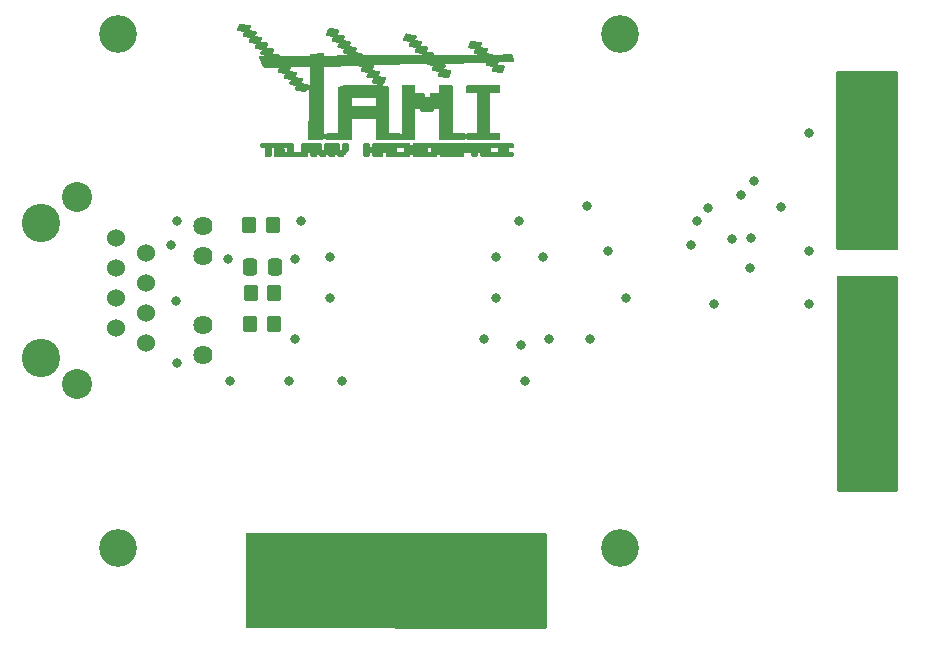
<source format=gbr>
%TF.GenerationSoftware,KiCad,Pcbnew,8.0.4*%
%TF.CreationDate,2024-09-19T00:07:34+03:00*%
%TF.ProjectId,dsoxlan,64736f78-6c61-46e2-9e6b-696361645f70,rev?*%
%TF.SameCoordinates,Original*%
%TF.FileFunction,Soldermask,Top*%
%TF.FilePolarity,Negative*%
%FSLAX46Y46*%
G04 Gerber Fmt 4.6, Leading zero omitted, Abs format (unit mm)*
G04 Created by KiCad (PCBNEW 8.0.4) date 2024-09-19 00:07:34*
%MOMM*%
%LPD*%
G01*
G04 APERTURE LIST*
G04 Aperture macros list*
%AMRoundRect*
0 Rectangle with rounded corners*
0 $1 Rounding radius*
0 $2 $3 $4 $5 $6 $7 $8 $9 X,Y pos of 4 corners*
0 Add a 4 corners polygon primitive as box body*
4,1,4,$2,$3,$4,$5,$6,$7,$8,$9,$2,$3,0*
0 Add four circle primitives for the rounded corners*
1,1,$1+$1,$2,$3*
1,1,$1+$1,$4,$5*
1,1,$1+$1,$6,$7*
1,1,$1+$1,$8,$9*
0 Add four rect primitives between the rounded corners*
20,1,$1+$1,$2,$3,$4,$5,0*
20,1,$1+$1,$4,$5,$6,$7,0*
20,1,$1+$1,$6,$7,$8,$9,0*
20,1,$1+$1,$8,$9,$2,$3,0*%
G04 Aperture macros list end*
%ADD10C,0.000000*%
%ADD11RoundRect,0.250000X0.337500X0.475000X-0.337500X0.475000X-0.337500X-0.475000X0.337500X-0.475000X0*%
%ADD12R,3.600000X0.550000*%
%ADD13RoundRect,0.250000X0.350000X0.450000X-0.350000X0.450000X-0.350000X-0.450000X0.350000X-0.450000X0*%
%ADD14C,3.250000*%
%ADD15C,1.524000*%
%ADD16C,1.625600*%
%ADD17C,2.540000*%
%ADD18C,3.200000*%
%ADD19C,0.800000*%
G04 APERTURE END LIST*
D10*
%TO.C,SYM101*%
G36*
X159718495Y-70942931D02*
G01*
X159727899Y-70943452D01*
X159737166Y-70944309D01*
X159746284Y-70945494D01*
X159755243Y-70946997D01*
X159764029Y-70948810D01*
X159772633Y-70950926D01*
X159781041Y-70953334D01*
X159789243Y-70956027D01*
X159797226Y-70958997D01*
X159804980Y-70962235D01*
X159812492Y-70965733D01*
X159819751Y-70969481D01*
X159826745Y-70973473D01*
X159833463Y-70977698D01*
X159839893Y-70982149D01*
X159846023Y-70986818D01*
X159851842Y-70991695D01*
X159857339Y-70996773D01*
X159862500Y-71002043D01*
X159867316Y-71007496D01*
X159871774Y-71013125D01*
X159875862Y-71018920D01*
X159879570Y-71024873D01*
X159882885Y-71030976D01*
X159885795Y-71037220D01*
X159888290Y-71043597D01*
X159890357Y-71050099D01*
X159891985Y-71056716D01*
X159893163Y-71063441D01*
X159893878Y-71070265D01*
X159894118Y-71077180D01*
X159894118Y-71548916D01*
X159893876Y-71555832D01*
X159893159Y-71562659D01*
X159891980Y-71569386D01*
X159890350Y-71576005D01*
X159888281Y-71582508D01*
X159885784Y-71588886D01*
X159882872Y-71595132D01*
X159879555Y-71601236D01*
X159875846Y-71607190D01*
X159871756Y-71612985D01*
X159867297Y-71618614D01*
X159862480Y-71624068D01*
X159857317Y-71629338D01*
X159851819Y-71634416D01*
X159839867Y-71643961D01*
X159826717Y-71652637D01*
X159812461Y-71660376D01*
X159797193Y-71667110D01*
X159781007Y-71672771D01*
X159763994Y-71677292D01*
X159746248Y-71680606D01*
X159727861Y-71682646D01*
X159708928Y-71683342D01*
X159025781Y-71683342D01*
X159025781Y-75031865D01*
X159708966Y-75031865D01*
X159718495Y-75032042D01*
X159727899Y-75032564D01*
X159737166Y-75033422D01*
X159746284Y-75034606D01*
X159755243Y-75036109D01*
X159764029Y-75037923D01*
X159772633Y-75040038D01*
X159781041Y-75042446D01*
X159789243Y-75045140D01*
X159797226Y-75048110D01*
X159804980Y-75051347D01*
X159812492Y-75054845D01*
X159819751Y-75058593D01*
X159826745Y-75062585D01*
X159833463Y-75066810D01*
X159839893Y-75071261D01*
X159846023Y-75075930D01*
X159851842Y-75080807D01*
X159857339Y-75085885D01*
X159862500Y-75091155D01*
X159867316Y-75096608D01*
X159871774Y-75102237D01*
X159875862Y-75108032D01*
X159879570Y-75113985D01*
X159882885Y-75120088D01*
X159885795Y-75126332D01*
X159888290Y-75132709D01*
X159890357Y-75139211D01*
X159891985Y-75145828D01*
X159893163Y-75152553D01*
X159893878Y-75159377D01*
X159894118Y-75166292D01*
X159894118Y-75512986D01*
X159893876Y-75519903D01*
X159893159Y-75526729D01*
X159891980Y-75533456D01*
X159890350Y-75540075D01*
X159888281Y-75546578D01*
X159885784Y-75552957D01*
X159882872Y-75559202D01*
X159879555Y-75565306D01*
X159875846Y-75571260D01*
X159871756Y-75577056D01*
X159867297Y-75582685D01*
X159862480Y-75588139D01*
X159857317Y-75593409D01*
X159851819Y-75598486D01*
X159839867Y-75608032D01*
X159826717Y-75616708D01*
X159812461Y-75624446D01*
X159797193Y-75631180D01*
X159781007Y-75636841D01*
X159763994Y-75641363D01*
X159746248Y-75644677D01*
X159727861Y-75646716D01*
X159708928Y-75647412D01*
X157182786Y-75647412D01*
X157173257Y-75647234D01*
X157163853Y-75646713D01*
X157154586Y-75645855D01*
X157145468Y-75644671D01*
X157136509Y-75643168D01*
X157127722Y-75641355D01*
X157119119Y-75639240D01*
X157110711Y-75636831D01*
X157102509Y-75634138D01*
X157094525Y-75631168D01*
X157086772Y-75627930D01*
X157079259Y-75624433D01*
X157072000Y-75620684D01*
X157065006Y-75616693D01*
X157058288Y-75612467D01*
X157051858Y-75608016D01*
X157045727Y-75603348D01*
X157039908Y-75598470D01*
X157034412Y-75593393D01*
X157029250Y-75588123D01*
X157024435Y-75582669D01*
X157019977Y-75577041D01*
X157015888Y-75571246D01*
X157012181Y-75565293D01*
X157008866Y-75559190D01*
X157005955Y-75552946D01*
X157003461Y-75546568D01*
X157001393Y-75540067D01*
X156999765Y-75533449D01*
X156998588Y-75526724D01*
X156997873Y-75519900D01*
X156997632Y-75512986D01*
X156997632Y-75166292D01*
X156997875Y-75159375D01*
X156998592Y-75152549D01*
X156999771Y-75145822D01*
X157001401Y-75139202D01*
X157003470Y-75132699D01*
X157005967Y-75126321D01*
X157008879Y-75120075D01*
X157012196Y-75113971D01*
X157015905Y-75108017D01*
X157019995Y-75102222D01*
X157024454Y-75096593D01*
X157029272Y-75091139D01*
X157034435Y-75085869D01*
X157039932Y-75080791D01*
X157051885Y-75071246D01*
X157065035Y-75062570D01*
X157079291Y-75054831D01*
X157094558Y-75048097D01*
X157110745Y-75042436D01*
X157127758Y-75037915D01*
X157145504Y-75034600D01*
X157163890Y-75032561D01*
X157182822Y-75031865D01*
X157865970Y-75031865D01*
X157865970Y-71683342D01*
X157182786Y-71683342D01*
X157173257Y-71683164D01*
X157163853Y-71682643D01*
X157154586Y-71681786D01*
X157145468Y-71680601D01*
X157136509Y-71679098D01*
X157127722Y-71677285D01*
X157119119Y-71675170D01*
X157110711Y-71672761D01*
X157102509Y-71670068D01*
X157094525Y-71667098D01*
X157086772Y-71663860D01*
X157079259Y-71660362D01*
X157072000Y-71656614D01*
X157065006Y-71652623D01*
X157058288Y-71648397D01*
X157051858Y-71643946D01*
X157045727Y-71639277D01*
X157039908Y-71634400D01*
X157034412Y-71629322D01*
X157029250Y-71624052D01*
X157024435Y-71618599D01*
X157019977Y-71612970D01*
X157015888Y-71607175D01*
X157012181Y-71601222D01*
X157008866Y-71595119D01*
X157005955Y-71588875D01*
X157003461Y-71582498D01*
X157001393Y-71575996D01*
X156999765Y-71569379D01*
X156998588Y-71562654D01*
X156997873Y-71555830D01*
X156997632Y-71548916D01*
X156997632Y-71077180D01*
X156997875Y-71070263D01*
X156998592Y-71063436D01*
X156999771Y-71056710D01*
X157001401Y-71050090D01*
X157003470Y-71043587D01*
X157005967Y-71037209D01*
X157008879Y-71030963D01*
X157012196Y-71024859D01*
X157015905Y-71018905D01*
X157019995Y-71013110D01*
X157024454Y-71007481D01*
X157029272Y-71002027D01*
X157034435Y-70996757D01*
X157039932Y-70991679D01*
X157051885Y-70982134D01*
X157065035Y-70973458D01*
X157079291Y-70965719D01*
X157094558Y-70958985D01*
X157110745Y-70953324D01*
X157127758Y-70948803D01*
X157145504Y-70945489D01*
X157163890Y-70943450D01*
X157182822Y-70942753D01*
X159708966Y-70942753D01*
X159718495Y-70942931D01*
G37*
G36*
X137954409Y-65770139D02*
G01*
X137972360Y-65772154D01*
X138614630Y-65867661D01*
X138623944Y-65869222D01*
X138633091Y-65871120D01*
X138642057Y-65873347D01*
X138650826Y-65875895D01*
X138659384Y-65878757D01*
X138667714Y-65881926D01*
X138675803Y-65885392D01*
X138683635Y-65889150D01*
X138691195Y-65893190D01*
X138698467Y-65897506D01*
X138705437Y-65902090D01*
X138712089Y-65906934D01*
X138718408Y-65912030D01*
X138724380Y-65917371D01*
X138729988Y-65922949D01*
X138735218Y-65928757D01*
X138740029Y-65934752D01*
X138744389Y-65940890D01*
X138748293Y-65947158D01*
X138751740Y-65953542D01*
X138754728Y-65960028D01*
X138757252Y-65966605D01*
X138759312Y-65973257D01*
X138760903Y-65979973D01*
X138762024Y-65986739D01*
X138762672Y-65993542D01*
X138762844Y-66000367D01*
X138762537Y-66007203D01*
X138761748Y-66014036D01*
X138760476Y-66020852D01*
X138758717Y-66027639D01*
X138756469Y-66034383D01*
X138656840Y-66302546D01*
X139105934Y-66369484D01*
X139115233Y-66371051D01*
X139124365Y-66372954D01*
X139133316Y-66375185D01*
X139142071Y-66377737D01*
X139150614Y-66380602D01*
X139158930Y-66383772D01*
X139167005Y-66387239D01*
X139174823Y-66390996D01*
X139182369Y-66395036D01*
X139189628Y-66399350D01*
X139196586Y-66403931D01*
X139203226Y-66408771D01*
X139209534Y-66413863D01*
X139215495Y-66419199D01*
X139221094Y-66424771D01*
X139226315Y-66430572D01*
X139231119Y-66436561D01*
X139235471Y-66442691D01*
X139239370Y-66448951D01*
X139242813Y-66455327D01*
X139245797Y-66461805D01*
X139248320Y-66468373D01*
X139250379Y-66475017D01*
X139251970Y-66481724D01*
X139253093Y-66488482D01*
X139253743Y-66495275D01*
X139253919Y-66502092D01*
X139253617Y-66508920D01*
X139252835Y-66515744D01*
X139251571Y-66522553D01*
X139249821Y-66529332D01*
X139247583Y-66536068D01*
X139147953Y-66804645D01*
X139597237Y-66871445D01*
X139606551Y-66873006D01*
X139615698Y-66874904D01*
X139624664Y-66877131D01*
X139633433Y-66879679D01*
X139641991Y-66882541D01*
X139650321Y-66885710D01*
X139658410Y-66889176D01*
X139666242Y-66892934D01*
X139673802Y-66896974D01*
X139681074Y-66901290D01*
X139688044Y-66905874D01*
X139694696Y-66910718D01*
X139701015Y-66915814D01*
X139706987Y-66921155D01*
X139712595Y-66926733D01*
X139717825Y-66932541D01*
X139722636Y-66938536D01*
X139726996Y-66944675D01*
X139730900Y-66950942D01*
X139734347Y-66957326D01*
X139737335Y-66963813D01*
X139739859Y-66970389D01*
X139741919Y-66977042D01*
X139743510Y-66983758D01*
X139744631Y-66990523D01*
X139745279Y-66997326D01*
X139745451Y-67004151D01*
X139745144Y-67010987D01*
X139744355Y-67017820D01*
X139743083Y-67024636D01*
X139741324Y-67031423D01*
X139739076Y-67038167D01*
X139639637Y-67306192D01*
X140088541Y-67372992D01*
X140097839Y-67374559D01*
X140106972Y-67376462D01*
X140115923Y-67378694D01*
X140124678Y-67381245D01*
X140133221Y-67384110D01*
X140141537Y-67387280D01*
X140149612Y-67390747D01*
X140157430Y-67394504D01*
X140164976Y-67398544D01*
X140172236Y-67402858D01*
X140179193Y-67407439D01*
X140185833Y-67412279D01*
X140192142Y-67417371D01*
X140198103Y-67422707D01*
X140203702Y-67428279D01*
X140208923Y-67434080D01*
X140213726Y-67440069D01*
X140218079Y-67446199D01*
X140221978Y-67452459D01*
X140225421Y-67458835D01*
X140228405Y-67465313D01*
X140230927Y-67471881D01*
X140232986Y-67478525D01*
X140234578Y-67485233D01*
X140235700Y-67491990D01*
X140236351Y-67498783D01*
X140236526Y-67505601D01*
X140236224Y-67512428D01*
X140235443Y-67519252D01*
X140234178Y-67526061D01*
X140232428Y-67532840D01*
X140230190Y-67539576D01*
X140130560Y-67808153D01*
X140580034Y-67874815D01*
X140589341Y-67876382D01*
X140598481Y-67878285D01*
X140607440Y-67880517D01*
X140616202Y-67883070D01*
X140624752Y-67885936D01*
X140633075Y-67889108D01*
X140641156Y-67892578D01*
X140648980Y-67896338D01*
X140656532Y-67900381D01*
X140663796Y-67904699D01*
X140670758Y-67909284D01*
X140677402Y-67914129D01*
X140683713Y-67919226D01*
X140689677Y-67924568D01*
X140695278Y-67930146D01*
X140700501Y-67935953D01*
X140705305Y-67941947D01*
X140709657Y-67948084D01*
X140713555Y-67954350D01*
X140716996Y-67960732D01*
X140719978Y-67967217D01*
X140722497Y-67973791D01*
X140724551Y-67980441D01*
X140726138Y-67987154D01*
X140727255Y-67993917D01*
X140727899Y-68000716D01*
X140728067Y-68007539D01*
X140727757Y-68014372D01*
X140726967Y-68021201D01*
X140725693Y-68028014D01*
X140723933Y-68034797D01*
X140721684Y-68041537D01*
X140621674Y-68309976D01*
X141071338Y-68376776D01*
X141079185Y-68378291D01*
X141086875Y-68380038D01*
X141094402Y-68382012D01*
X141101759Y-68384206D01*
X141108941Y-68386614D01*
X141115939Y-68389230D01*
X141122749Y-68392048D01*
X141129364Y-68395062D01*
X141135776Y-68398265D01*
X141141981Y-68401652D01*
X141147970Y-68405217D01*
X141153739Y-68408954D01*
X141159280Y-68412856D01*
X141164588Y-68416917D01*
X141169655Y-68421132D01*
X141174475Y-68425494D01*
X141179042Y-68429998D01*
X141183349Y-68434636D01*
X141187391Y-68439404D01*
X141191160Y-68444295D01*
X141194650Y-68449303D01*
X141197855Y-68454422D01*
X141200768Y-68459645D01*
X141203382Y-68464968D01*
X141205693Y-68470383D01*
X141207692Y-68475884D01*
X141209374Y-68481467D01*
X141210732Y-68487123D01*
X141211760Y-68492849D01*
X141212451Y-68498636D01*
X141212799Y-68504480D01*
X141212797Y-68510374D01*
X143757726Y-68495745D01*
X143758485Y-68462759D01*
X143758830Y-68456458D01*
X143759569Y-68450230D01*
X143760695Y-68444083D01*
X143762199Y-68438022D01*
X143764071Y-68432055D01*
X143766305Y-68426188D01*
X143768891Y-68420429D01*
X143771820Y-68414784D01*
X143775085Y-68409261D01*
X143778676Y-68403865D01*
X143782584Y-68398604D01*
X143786803Y-68393484D01*
X143796133Y-68383698D01*
X143806598Y-68374560D01*
X143818129Y-68366125D01*
X143830658Y-68358448D01*
X143844116Y-68351584D01*
X143858435Y-68345587D01*
X143873547Y-68340513D01*
X143889382Y-68336415D01*
X143905873Y-68333349D01*
X143922950Y-68331369D01*
X144770943Y-68262361D01*
X144780795Y-68261750D01*
X144790628Y-68261521D01*
X144800422Y-68261670D01*
X144810159Y-68262193D01*
X144819818Y-68263085D01*
X144829381Y-68264341D01*
X144838828Y-68265957D01*
X144848139Y-68267929D01*
X144857296Y-68270251D01*
X144866278Y-68272920D01*
X144875066Y-68275931D01*
X144883641Y-68279280D01*
X144891984Y-68282961D01*
X144900075Y-68286970D01*
X144907894Y-68291304D01*
X144915423Y-68295956D01*
X144922600Y-68300894D01*
X144929370Y-68306075D01*
X144935725Y-68311487D01*
X144941658Y-68317115D01*
X144947159Y-68322947D01*
X144952221Y-68328969D01*
X144956836Y-68335167D01*
X144960994Y-68341528D01*
X144964688Y-68348038D01*
X144967910Y-68354684D01*
X144970651Y-68361451D01*
X144972904Y-68368328D01*
X144974659Y-68375300D01*
X144975908Y-68382353D01*
X144976644Y-68389474D01*
X144976858Y-68396650D01*
X144976099Y-68488844D01*
X147155213Y-68476423D01*
X147178218Y-68414592D01*
X146728934Y-68347654D01*
X146719636Y-68346087D01*
X146710503Y-68344184D01*
X146701552Y-68341953D01*
X146692797Y-68339401D01*
X146684254Y-68336536D01*
X146675938Y-68333367D01*
X146667863Y-68329899D01*
X146660045Y-68326142D01*
X146652499Y-68322103D01*
X146645240Y-68317789D01*
X146638282Y-68313208D01*
X146631642Y-68308367D01*
X146625334Y-68303275D01*
X146619373Y-68297939D01*
X146613774Y-68292367D01*
X146608552Y-68286566D01*
X146603749Y-68280578D01*
X146599397Y-68274447D01*
X146595498Y-68268187D01*
X146592055Y-68261812D01*
X146589071Y-68255333D01*
X146586548Y-68248765D01*
X146584489Y-68242121D01*
X146582898Y-68235414D01*
X146581775Y-68228657D01*
X146581125Y-68221863D01*
X146580949Y-68215046D01*
X146581251Y-68208218D01*
X146582033Y-68201394D01*
X146583297Y-68194586D01*
X146585047Y-68187807D01*
X146587285Y-68181070D01*
X146686724Y-67912493D01*
X146238010Y-67845832D01*
X146228704Y-67844270D01*
X146219565Y-67842372D01*
X146210606Y-67840146D01*
X146201844Y-67837599D01*
X146193294Y-67834738D01*
X146184970Y-67831572D01*
X146176887Y-67828108D01*
X146169061Y-67824354D01*
X146161507Y-67820317D01*
X146154240Y-67816004D01*
X146147274Y-67811425D01*
X146140626Y-67806586D01*
X146134310Y-67801495D01*
X146128341Y-67796159D01*
X146122735Y-67790586D01*
X146117506Y-67784785D01*
X146112696Y-67778796D01*
X146108336Y-67772664D01*
X146104431Y-67766402D01*
X146100982Y-67760025D01*
X146097992Y-67753544D01*
X146095463Y-67746974D01*
X146093400Y-67740328D01*
X146091803Y-67733618D01*
X146090677Y-67726858D01*
X146090023Y-67720061D01*
X146089844Y-67713240D01*
X146090143Y-67706410D01*
X146090922Y-67699582D01*
X146092185Y-67692770D01*
X146093933Y-67685987D01*
X146096171Y-67679247D01*
X146192758Y-67418399D01*
X145744994Y-67351737D01*
X145735688Y-67350170D01*
X145726548Y-67348267D01*
X145717589Y-67346035D01*
X145708827Y-67343482D01*
X145700277Y-67340616D01*
X145691954Y-67337444D01*
X145683873Y-67333974D01*
X145676049Y-67330214D01*
X145668497Y-67326171D01*
X145661233Y-67321853D01*
X145654271Y-67317268D01*
X145647627Y-67312423D01*
X145641316Y-67307326D01*
X145635352Y-67301984D01*
X145629751Y-67296406D01*
X145624528Y-67290599D01*
X145619724Y-67284605D01*
X145615372Y-67278468D01*
X145611475Y-67272202D01*
X145608034Y-67265820D01*
X145605052Y-67259335D01*
X145602533Y-67252761D01*
X145600478Y-67246111D01*
X145598892Y-67239398D01*
X145597775Y-67232635D01*
X145597131Y-67225835D01*
X145596962Y-67219013D01*
X145597272Y-67212180D01*
X145598062Y-67205351D01*
X145599336Y-67198538D01*
X145601096Y-67191755D01*
X145603345Y-67185015D01*
X145705827Y-66908985D01*
X145255023Y-66842324D01*
X145245709Y-66840762D01*
X145236562Y-66838865D01*
X145227596Y-66836638D01*
X145218827Y-66834089D01*
X145210269Y-66831227D01*
X145201938Y-66828059D01*
X145193849Y-66824592D01*
X145186017Y-66820835D01*
X145178458Y-66816794D01*
X145171186Y-66812478D01*
X145164216Y-66807894D01*
X145157564Y-66803050D01*
X145151244Y-66797954D01*
X145145273Y-66792613D01*
X145139665Y-66787035D01*
X145134434Y-66781227D01*
X145129623Y-66775232D01*
X145125264Y-66769094D01*
X145121360Y-66762826D01*
X145117913Y-66756442D01*
X145114925Y-66749956D01*
X145112401Y-66743379D01*
X145110341Y-66736727D01*
X145108750Y-66730011D01*
X145107629Y-66723245D01*
X145106981Y-66716443D01*
X145106810Y-66709617D01*
X145107116Y-66702781D01*
X145107905Y-66695948D01*
X145109177Y-66689132D01*
X145110936Y-66682345D01*
X145113184Y-66675601D01*
X145264148Y-66269147D01*
X145266744Y-66262797D01*
X145269731Y-66256607D01*
X145273098Y-66250582D01*
X145276833Y-66244727D01*
X145280922Y-66239048D01*
X145285354Y-66233551D01*
X145295196Y-66223123D01*
X145306259Y-66213488D01*
X145318444Y-66204691D01*
X145331651Y-66196775D01*
X145345781Y-66189785D01*
X145360735Y-66183766D01*
X145376414Y-66178761D01*
X145392718Y-66174816D01*
X145409547Y-66171975D01*
X145426804Y-66170282D01*
X145444388Y-66169781D01*
X145462199Y-66170518D01*
X145480139Y-66172536D01*
X146122029Y-66267905D01*
X146131335Y-66269472D01*
X146140475Y-66271375D01*
X146149434Y-66273607D01*
X146158196Y-66276160D01*
X146166746Y-66279026D01*
X146175069Y-66282198D01*
X146183150Y-66285668D01*
X146190974Y-66289428D01*
X146198525Y-66293471D01*
X146205790Y-66297789D01*
X146212752Y-66302374D01*
X146219396Y-66307219D01*
X146225707Y-66312316D01*
X146231671Y-66317658D01*
X146237272Y-66323236D01*
X146242495Y-66329043D01*
X146247299Y-66335037D01*
X146251651Y-66341174D01*
X146255549Y-66347440D01*
X146258990Y-66353822D01*
X146261971Y-66360307D01*
X146264491Y-66366881D01*
X146266545Y-66373531D01*
X146268132Y-66380244D01*
X146269249Y-66387007D01*
X146269893Y-66393806D01*
X146270061Y-66400629D01*
X146269751Y-66407462D01*
X146268961Y-66414291D01*
X146267687Y-66421104D01*
X146265927Y-66427887D01*
X146263678Y-66434627D01*
X146161005Y-66710243D01*
X146612381Y-66777456D01*
X146621688Y-66779023D01*
X146630828Y-66780927D01*
X146639787Y-66783158D01*
X146648549Y-66785711D01*
X146657099Y-66788578D01*
X146665422Y-66791750D01*
X146673503Y-66795220D01*
X146681327Y-66798980D01*
X146688878Y-66803023D01*
X146696143Y-66807341D01*
X146703104Y-66811926D01*
X146709749Y-66816771D01*
X146716060Y-66821868D01*
X146722024Y-66827209D01*
X146727625Y-66832787D01*
X146732847Y-66838594D01*
X146737651Y-66844589D01*
X146742004Y-66850726D01*
X146745902Y-66856992D01*
X146749343Y-66863374D01*
X146752324Y-66869859D01*
X146754844Y-66876433D01*
X146756898Y-66883083D01*
X146758485Y-66889796D01*
X146759602Y-66896559D01*
X146760246Y-66903358D01*
X146760414Y-66910181D01*
X146760104Y-66917013D01*
X146759314Y-66923843D01*
X146758040Y-66930655D01*
X146756279Y-66937438D01*
X146754030Y-66944179D01*
X146657252Y-67205027D01*
X147105015Y-67271688D01*
X147114315Y-67273261D01*
X147123448Y-67275170D01*
X147132400Y-67277407D01*
X147141154Y-67279964D01*
X147149697Y-67282835D01*
X147158012Y-67286010D01*
X147166085Y-67289483D01*
X147173901Y-67293246D01*
X147181445Y-67297292D01*
X147188702Y-67301612D01*
X147195655Y-67306198D01*
X147202292Y-67311045D01*
X147208595Y-67316142D01*
X147214551Y-67321484D01*
X147220145Y-67327062D01*
X147225360Y-67332868D01*
X147230157Y-67338862D01*
X147234502Y-67344997D01*
X147238394Y-67351262D01*
X147241829Y-67357642D01*
X147244805Y-67364125D01*
X147247319Y-67370697D01*
X147249368Y-67377344D01*
X147250950Y-67384055D01*
X147252063Y-67390815D01*
X147252703Y-67397611D01*
X147252868Y-67404430D01*
X147252556Y-67411260D01*
X147251762Y-67418086D01*
X147250486Y-67424895D01*
X147248725Y-67431674D01*
X147246474Y-67438411D01*
X147146465Y-67706574D01*
X147595938Y-67773512D01*
X147605237Y-67775079D01*
X147614369Y-67776982D01*
X147623320Y-67779213D01*
X147632075Y-67781765D01*
X147640618Y-67784630D01*
X147648934Y-67787799D01*
X147657009Y-67791267D01*
X147664827Y-67795024D01*
X147672373Y-67799063D01*
X147679633Y-67803378D01*
X147686590Y-67807959D01*
X147693230Y-67812799D01*
X147699539Y-67817891D01*
X147705500Y-67823227D01*
X147711099Y-67828799D01*
X147716320Y-67834600D01*
X147721123Y-67840589D01*
X147725476Y-67846719D01*
X147729375Y-67852979D01*
X147732818Y-67859355D01*
X147735802Y-67865833D01*
X147738325Y-67872401D01*
X147740383Y-67879045D01*
X147741975Y-67885752D01*
X147743098Y-67892509D01*
X147743748Y-67899303D01*
X147743924Y-67906120D01*
X147743622Y-67912948D01*
X147742840Y-67919772D01*
X147741575Y-67926581D01*
X147739825Y-67933359D01*
X147737587Y-67940096D01*
X147638338Y-68208121D01*
X148086862Y-68274645D01*
X148096167Y-68276206D01*
X148105307Y-68278104D01*
X148114265Y-68280330D01*
X148123027Y-68282877D01*
X148131577Y-68285738D01*
X148139901Y-68288904D01*
X148147984Y-68292368D01*
X148155810Y-68296122D01*
X148163364Y-68300159D01*
X148170631Y-68304471D01*
X148177597Y-68309051D01*
X148184245Y-68313890D01*
X148190561Y-68318981D01*
X148196530Y-68324317D01*
X148202136Y-68329890D01*
X148207365Y-68335691D01*
X148212176Y-68341680D01*
X148216535Y-68347812D01*
X148220440Y-68354074D01*
X148223889Y-68360451D01*
X148226879Y-68366932D01*
X148229408Y-68373502D01*
X148231471Y-68380149D01*
X148233068Y-68386858D01*
X148234194Y-68393618D01*
X148234848Y-68400415D01*
X148235027Y-68407236D01*
X148234729Y-68414066D01*
X148233949Y-68420894D01*
X148232686Y-68427706D01*
X148230938Y-68434489D01*
X148228701Y-68441229D01*
X148218054Y-68469936D01*
X153179003Y-68441781D01*
X153211706Y-68354141D01*
X152762234Y-68287618D01*
X152752927Y-68286051D01*
X152743787Y-68284148D01*
X152734828Y-68281916D01*
X152726067Y-68279363D01*
X152717516Y-68276496D01*
X152709193Y-68273325D01*
X152701112Y-68269855D01*
X152693288Y-68266094D01*
X152685736Y-68262051D01*
X152678472Y-68257733D01*
X152671510Y-68253148D01*
X152664865Y-68248303D01*
X152658554Y-68243206D01*
X152652590Y-68237865D01*
X152646989Y-68232287D01*
X152641766Y-68226480D01*
X152636962Y-68220485D01*
X152632610Y-68214348D01*
X152628712Y-68208082D01*
X152625271Y-68201700D01*
X152622290Y-68195216D01*
X152619770Y-68188642D01*
X152617716Y-68181991D01*
X152616129Y-68175278D01*
X152615012Y-68168515D01*
X152614369Y-68161716D01*
X152614200Y-68154893D01*
X152614510Y-68148061D01*
X152615301Y-68141232D01*
X152616575Y-68134419D01*
X152618335Y-68127636D01*
X152620585Y-68120896D01*
X152720404Y-67852456D01*
X152270930Y-67785519D01*
X152261631Y-67783951D01*
X152252498Y-67782048D01*
X152243547Y-67779817D01*
X152234792Y-67777265D01*
X152226249Y-67774401D01*
X152217933Y-67771231D01*
X152209858Y-67767764D01*
X152202040Y-67764007D01*
X152194494Y-67759967D01*
X152187235Y-67755653D01*
X152180277Y-67751072D01*
X152173637Y-67746232D01*
X152167329Y-67741140D01*
X152161368Y-67735804D01*
X152155769Y-67730232D01*
X152150547Y-67724431D01*
X152145744Y-67718442D01*
X152141392Y-67712311D01*
X152137493Y-67706052D01*
X152134050Y-67699676D01*
X152131066Y-67693198D01*
X152128543Y-67686630D01*
X152126485Y-67679985D01*
X152124893Y-67673278D01*
X152123770Y-67666521D01*
X152123120Y-67659727D01*
X152122944Y-67652910D01*
X152123246Y-67646083D01*
X152124028Y-67639258D01*
X152125292Y-67632450D01*
X152127042Y-67625671D01*
X152129280Y-67618935D01*
X152228911Y-67350495D01*
X151779626Y-67284110D01*
X151770305Y-67282549D01*
X151761150Y-67280651D01*
X151752176Y-67278424D01*
X151743400Y-67275874D01*
X151734835Y-67273010D01*
X151726497Y-67269840D01*
X151718402Y-67266371D01*
X151710564Y-67262610D01*
X151702999Y-67258566D01*
X151695722Y-67254246D01*
X151688747Y-67249658D01*
X151682091Y-67244810D01*
X151675768Y-67239708D01*
X151669794Y-67234362D01*
X151664183Y-67228778D01*
X151658951Y-67222965D01*
X151654139Y-67216963D01*
X151649780Y-67210819D01*
X151645877Y-67204545D01*
X151642432Y-67198155D01*
X151639447Y-67191662D01*
X151636926Y-67185079D01*
X151634871Y-67178420D01*
X151633284Y-67171699D01*
X151632169Y-67164927D01*
X151631528Y-67158119D01*
X151631364Y-67151288D01*
X151631679Y-67144447D01*
X151632476Y-67137609D01*
X151633758Y-67130788D01*
X151635527Y-67123997D01*
X151637786Y-67117250D01*
X151782477Y-66728185D01*
X151782477Y-66745851D01*
X151782552Y-66742074D01*
X151782773Y-66738311D01*
X151783138Y-66734565D01*
X151783645Y-66730837D01*
X151784294Y-66727129D01*
X151785082Y-66723443D01*
X151786009Y-66719782D01*
X151787074Y-66716147D01*
X151788275Y-66712540D01*
X151789611Y-66708963D01*
X151792683Y-66701906D01*
X151796280Y-66694992D01*
X151800391Y-66688237D01*
X151805007Y-66681655D01*
X151810117Y-66675263D01*
X151815711Y-66669076D01*
X151821779Y-66663109D01*
X151828312Y-66657378D01*
X151835298Y-66651898D01*
X151842728Y-66646685D01*
X151850592Y-66641754D01*
X151858824Y-66637150D01*
X151867349Y-66632912D01*
X151876146Y-66629042D01*
X151885190Y-66625546D01*
X151894460Y-66622426D01*
X151903932Y-66619689D01*
X151913584Y-66617336D01*
X151923392Y-66615373D01*
X151933333Y-66613804D01*
X151943386Y-66612632D01*
X151953526Y-66611863D01*
X151963731Y-66611499D01*
X151973978Y-66611545D01*
X151984244Y-66612005D01*
X151994506Y-66612884D01*
X152004742Y-66614185D01*
X152646822Y-66709553D01*
X152656128Y-66711120D01*
X152665268Y-66713023D01*
X152674227Y-66715255D01*
X152682988Y-66717808D01*
X152691538Y-66720674D01*
X152699861Y-66723846D01*
X152707942Y-66727316D01*
X152715766Y-66731076D01*
X152723318Y-66735119D01*
X152730582Y-66739437D01*
X152737544Y-66744023D01*
X152744189Y-66748868D01*
X152750500Y-66753965D01*
X152756464Y-66759306D01*
X152762065Y-66764884D01*
X152767288Y-66770691D01*
X152772092Y-66776686D01*
X152776445Y-66782822D01*
X152780343Y-66789089D01*
X152783784Y-66795470D01*
X152786765Y-66801955D01*
X152789285Y-66808529D01*
X152791339Y-66815179D01*
X152792926Y-66821893D01*
X152794042Y-66828655D01*
X152794686Y-66835455D01*
X152794854Y-66842277D01*
X152794544Y-66849110D01*
X152793753Y-66855939D01*
X152792479Y-66862752D01*
X152790719Y-66869535D01*
X152788469Y-66876275D01*
X152688841Y-67144301D01*
X153138506Y-67211514D01*
X153147805Y-67213081D01*
X153156937Y-67214984D01*
X153165889Y-67217216D01*
X153174643Y-67219768D01*
X153183186Y-67222632D01*
X153191503Y-67225802D01*
X153199577Y-67229269D01*
X153207395Y-67233026D01*
X153214942Y-67237066D01*
X153222201Y-67241380D01*
X153229158Y-67245961D01*
X153235799Y-67250801D01*
X153242107Y-67255893D01*
X153248068Y-67261229D01*
X153253667Y-67266802D01*
X153258888Y-67272603D01*
X153263691Y-67278591D01*
X153268044Y-67284722D01*
X153271943Y-67290981D01*
X153275385Y-67297357D01*
X153278369Y-67303836D01*
X153280892Y-67310403D01*
X153282950Y-67317048D01*
X153284542Y-67323755D01*
X153285664Y-67330512D01*
X153286315Y-67337306D01*
X153286490Y-67344123D01*
X153286188Y-67350950D01*
X153285406Y-67357775D01*
X153284142Y-67364583D01*
X153282392Y-67371362D01*
X153280153Y-67378098D01*
X153180714Y-67646400D01*
X153629047Y-67712923D01*
X153638344Y-67714485D01*
X153647476Y-67716383D01*
X153656427Y-67718608D01*
X153665182Y-67721154D01*
X153673725Y-67724013D01*
X153682043Y-67727177D01*
X153690119Y-67730638D01*
X153697939Y-67734390D01*
X153705488Y-67738423D01*
X153712750Y-67742731D01*
X153719711Y-67747307D01*
X153726356Y-67752141D01*
X153732669Y-67757227D01*
X153738635Y-67762558D01*
X153744239Y-67768124D01*
X153749467Y-67773920D01*
X153754277Y-67779903D01*
X153758636Y-67786029D01*
X153762543Y-67792284D01*
X153765993Y-67798655D01*
X153768986Y-67805129D01*
X153771517Y-67811693D01*
X153773585Y-67818334D01*
X153775186Y-67825038D01*
X153776319Y-67831792D01*
X153776979Y-67838583D01*
X153777166Y-67845398D01*
X153776875Y-67852224D01*
X153776104Y-67859047D01*
X153774851Y-67865855D01*
X153773113Y-67872633D01*
X153770887Y-67879369D01*
X153671638Y-68147946D01*
X154121112Y-68214884D01*
X154130412Y-68216457D01*
X154139545Y-68218365D01*
X154148497Y-68220602D01*
X154157251Y-68223160D01*
X154165794Y-68226030D01*
X154174109Y-68229206D01*
X154182182Y-68232679D01*
X154189998Y-68236442D01*
X154197541Y-68240487D01*
X154204797Y-68244807D01*
X154211751Y-68249394D01*
X154218387Y-68254240D01*
X154224691Y-68259338D01*
X154230646Y-68264679D01*
X154236239Y-68270257D01*
X154241454Y-68276064D01*
X154246251Y-68282057D01*
X154250596Y-68288193D01*
X154254488Y-68294458D01*
X154257923Y-68300838D01*
X154260899Y-68307320D01*
X154263413Y-68313892D01*
X154265463Y-68320540D01*
X154267045Y-68327250D01*
X154268158Y-68334010D01*
X154268798Y-68340807D01*
X154268963Y-68347626D01*
X154268651Y-68354455D01*
X154267858Y-68361281D01*
X154266582Y-68368090D01*
X154264820Y-68374870D01*
X154262571Y-68381606D01*
X154242416Y-68435846D01*
X157983854Y-68414454D01*
X157813686Y-68389059D01*
X157804387Y-68387492D01*
X157795254Y-68385589D01*
X157786303Y-68383357D01*
X157777548Y-68380806D01*
X157769005Y-68377941D01*
X157760688Y-68374771D01*
X157752614Y-68371304D01*
X157744795Y-68367547D01*
X157737249Y-68363507D01*
X157729990Y-68359193D01*
X157723032Y-68354612D01*
X157716392Y-68349772D01*
X157710084Y-68344680D01*
X157704123Y-68339344D01*
X157698525Y-68333772D01*
X157693303Y-68327971D01*
X157688500Y-68321982D01*
X157684147Y-68315852D01*
X157680248Y-68309592D01*
X157676805Y-68303216D01*
X157673821Y-68296738D01*
X157671298Y-68290170D01*
X157669240Y-68283526D01*
X157667648Y-68276818D01*
X157666526Y-68270061D01*
X157665875Y-68263267D01*
X157665700Y-68256450D01*
X157666002Y-68249623D01*
X157666784Y-68242798D01*
X157668048Y-68235990D01*
X157669798Y-68229211D01*
X157672036Y-68222475D01*
X157771476Y-67954035D01*
X157322381Y-67887650D01*
X157313060Y-67886089D01*
X157303905Y-67884191D01*
X157294931Y-67881964D01*
X157286155Y-67879414D01*
X157277590Y-67876551D01*
X157269253Y-67873380D01*
X157261157Y-67869911D01*
X157253319Y-67866150D01*
X157245754Y-67862106D01*
X157238477Y-67857786D01*
X157231503Y-67853198D01*
X157224846Y-67848350D01*
X157218524Y-67843249D01*
X157212549Y-67837902D01*
X157206939Y-67832318D01*
X157201707Y-67826505D01*
X157196895Y-67820503D01*
X157192536Y-67814359D01*
X157188633Y-67808085D01*
X157185187Y-67801695D01*
X157182203Y-67795202D01*
X157179681Y-67788619D01*
X157177626Y-67781961D01*
X157176039Y-67775239D01*
X157174924Y-67768467D01*
X157174283Y-67761659D01*
X157174119Y-67754828D01*
X157174434Y-67747987D01*
X157175231Y-67741149D01*
X157176513Y-67734328D01*
X157178282Y-67727537D01*
X157180541Y-67720790D01*
X157331697Y-67314335D01*
X157334291Y-67307992D01*
X157337277Y-67301807D01*
X157340642Y-67295787D01*
X157344374Y-67289937D01*
X157348461Y-67284263D01*
X157352889Y-67278770D01*
X157362722Y-67268350D01*
X157373774Y-67258722D01*
X157385947Y-67249929D01*
X157399141Y-67242016D01*
X157413257Y-67235028D01*
X157428196Y-67229009D01*
X157443859Y-67224002D01*
X157460147Y-67220054D01*
X157476962Y-67217207D01*
X157494203Y-67215506D01*
X157511772Y-67214996D01*
X157529570Y-67215721D01*
X157547498Y-67217725D01*
X158189199Y-67312817D01*
X158198504Y-67314379D01*
X158207643Y-67316276D01*
X158216602Y-67318503D01*
X158225364Y-67321050D01*
X158233914Y-67323910D01*
X158242238Y-67327076D01*
X158250321Y-67330540D01*
X158258147Y-67334295D01*
X158265701Y-67338332D01*
X158272968Y-67342644D01*
X158279933Y-67347223D01*
X158286581Y-67352063D01*
X158292897Y-67357154D01*
X158298866Y-67362490D01*
X158304472Y-67368062D01*
X158309701Y-67373864D01*
X158314512Y-67379853D01*
X158318871Y-67385985D01*
X158322777Y-67392246D01*
X158326226Y-67398624D01*
X158329217Y-67405104D01*
X158331745Y-67411674D01*
X158333809Y-67418321D01*
X158335405Y-67425031D01*
X158336532Y-67431791D01*
X158337186Y-67438588D01*
X158337365Y-67445408D01*
X158337066Y-67452239D01*
X158336287Y-67459067D01*
X158335024Y-67465879D01*
X158333276Y-67472661D01*
X158331039Y-67479401D01*
X158231599Y-67747841D01*
X158680883Y-67814640D01*
X158690183Y-67816213D01*
X158699316Y-67818121D01*
X158708267Y-67820358D01*
X158717022Y-67822916D01*
X158725564Y-67825786D01*
X158733880Y-67828962D01*
X158741953Y-67832435D01*
X158749769Y-67836198D01*
X158757312Y-67840243D01*
X158764569Y-67844563D01*
X158771522Y-67849150D01*
X158778159Y-67853996D01*
X158784462Y-67859094D01*
X158790418Y-67864436D01*
X158796011Y-67870013D01*
X158801227Y-67875820D01*
X158806023Y-67881813D01*
X158810369Y-67887949D01*
X158814261Y-67894214D01*
X158817696Y-67900594D01*
X158820671Y-67907077D01*
X158823185Y-67913648D01*
X158825235Y-67920296D01*
X158826817Y-67927006D01*
X158827930Y-67933766D01*
X158828570Y-67940563D01*
X158828736Y-67947382D01*
X158828423Y-67954211D01*
X158827630Y-67961037D01*
X158826354Y-67967846D01*
X158824593Y-67974626D01*
X158822343Y-67981362D01*
X158722331Y-68249802D01*
X159171617Y-68316325D01*
X159183535Y-68318500D01*
X159195139Y-68321220D01*
X159206398Y-68324466D01*
X159217285Y-68328219D01*
X159227771Y-68332461D01*
X159237828Y-68337173D01*
X159247427Y-68342337D01*
X159256540Y-68347933D01*
X159265138Y-68353943D01*
X159269235Y-68357097D01*
X159273192Y-68360348D01*
X159277007Y-68363693D01*
X159280675Y-68367130D01*
X159284193Y-68370656D01*
X159287557Y-68374270D01*
X159290764Y-68377968D01*
X159293811Y-68381749D01*
X159296693Y-68385610D01*
X159299407Y-68389549D01*
X159301949Y-68393563D01*
X159304317Y-68397650D01*
X159306506Y-68401808D01*
X159308513Y-68406035D01*
X160804858Y-68390853D01*
X160813795Y-68390913D01*
X160822635Y-68391278D01*
X160831368Y-68391942D01*
X160839984Y-68392897D01*
X160848472Y-68394138D01*
X160856822Y-68395657D01*
X160865024Y-68397448D01*
X160873067Y-68399504D01*
X160880941Y-68401820D01*
X160888637Y-68404387D01*
X160896143Y-68407199D01*
X160903449Y-68410250D01*
X160910545Y-68413534D01*
X160917420Y-68417043D01*
X160924066Y-68420771D01*
X160930470Y-68424711D01*
X160936623Y-68428856D01*
X160942514Y-68433201D01*
X160948133Y-68437738D01*
X160953471Y-68442461D01*
X160958515Y-68447362D01*
X160963257Y-68452436D01*
X160967686Y-68457676D01*
X160971792Y-68463076D01*
X160975564Y-68468627D01*
X160978992Y-68474325D01*
X160982066Y-68480162D01*
X160984775Y-68486131D01*
X160987109Y-68492226D01*
X160989058Y-68498441D01*
X160990612Y-68504769D01*
X160991759Y-68511202D01*
X161046897Y-68890468D01*
X161047649Y-68897417D01*
X161047903Y-68904352D01*
X161047667Y-68911260D01*
X161046944Y-68918128D01*
X161045742Y-68924943D01*
X161044065Y-68931692D01*
X161041919Y-68938362D01*
X161039310Y-68944940D01*
X161036243Y-68951413D01*
X161032724Y-68957768D01*
X161028759Y-68963992D01*
X161024354Y-68970073D01*
X161019513Y-68975997D01*
X161014243Y-68981751D01*
X161008549Y-68987323D01*
X161002437Y-68992700D01*
X160995949Y-68997839D01*
X160989137Y-69002705D01*
X160982017Y-69007291D01*
X160974605Y-69011593D01*
X160966920Y-69015603D01*
X160958978Y-69019316D01*
X160950795Y-69022727D01*
X160942389Y-69025829D01*
X160933776Y-69028616D01*
X160924974Y-69031084D01*
X160915999Y-69033225D01*
X160906868Y-69035034D01*
X160897598Y-69036506D01*
X160888206Y-69037633D01*
X160878708Y-69038412D01*
X160869123Y-69038834D01*
X159774337Y-69066713D01*
X159704938Y-69253724D01*
X160154222Y-69320385D01*
X160163527Y-69321947D01*
X160172667Y-69323845D01*
X160181625Y-69326071D01*
X160190387Y-69328618D01*
X160198937Y-69331479D01*
X160207261Y-69334645D01*
X160215344Y-69338109D01*
X160223170Y-69341863D01*
X160230724Y-69345900D01*
X160237991Y-69350212D01*
X160244956Y-69354792D01*
X160251604Y-69359631D01*
X160257920Y-69364722D01*
X160263889Y-69370058D01*
X160269495Y-69375630D01*
X160274724Y-69381432D01*
X160279535Y-69387421D01*
X160283894Y-69393553D01*
X160287800Y-69399815D01*
X160291250Y-69406192D01*
X160294240Y-69412673D01*
X160296768Y-69419243D01*
X160298832Y-69425889D01*
X160300428Y-69432599D01*
X160301555Y-69439359D01*
X160302209Y-69446156D01*
X160302388Y-69452976D01*
X160302089Y-69459807D01*
X160301310Y-69466635D01*
X160300047Y-69473447D01*
X160298299Y-69480229D01*
X160296062Y-69486969D01*
X160145477Y-69893286D01*
X160142889Y-69899641D01*
X160139908Y-69905836D01*
X160136547Y-69911867D01*
X160132818Y-69917727D01*
X160128734Y-69923411D01*
X160124306Y-69928914D01*
X160114471Y-69939353D01*
X160103414Y-69948999D01*
X160091232Y-69957807D01*
X160078026Y-69965733D01*
X160063896Y-69972733D01*
X160048939Y-69978762D01*
X160033257Y-69983775D01*
X160016948Y-69987729D01*
X160000112Y-69990577D01*
X159982848Y-69992276D01*
X159965256Y-69992782D01*
X159947435Y-69992050D01*
X159929485Y-69990034D01*
X159287025Y-69894528D01*
X159277718Y-69892961D01*
X159268578Y-69891058D01*
X159259620Y-69888826D01*
X159250858Y-69886273D01*
X159242308Y-69883407D01*
X159233985Y-69880235D01*
X159225904Y-69876765D01*
X159218080Y-69873004D01*
X159210529Y-69868961D01*
X159203264Y-69864643D01*
X159196302Y-69860058D01*
X159189658Y-69855213D01*
X159183346Y-69850116D01*
X159177382Y-69844775D01*
X159171781Y-69839197D01*
X159166558Y-69833390D01*
X159161754Y-69827395D01*
X159157402Y-69821258D01*
X159153504Y-69814992D01*
X159150063Y-69808610D01*
X159147081Y-69802126D01*
X159144562Y-69795552D01*
X159142508Y-69788902D01*
X159140921Y-69782188D01*
X159139804Y-69775426D01*
X159139161Y-69768626D01*
X159138993Y-69761804D01*
X159139303Y-69754971D01*
X159140093Y-69748142D01*
X159141368Y-69741329D01*
X159143128Y-69734546D01*
X159145377Y-69727806D01*
X159245197Y-69459366D01*
X158796102Y-69392567D01*
X158786803Y-69391000D01*
X158777670Y-69389097D01*
X158768719Y-69386865D01*
X158759965Y-69384314D01*
X158751422Y-69381449D01*
X158743105Y-69378279D01*
X158735030Y-69374812D01*
X158727212Y-69371055D01*
X158719666Y-69367015D01*
X158712407Y-69362701D01*
X158705449Y-69358120D01*
X158698809Y-69353280D01*
X158692501Y-69348188D01*
X158686540Y-69342852D01*
X158680941Y-69337280D01*
X158675719Y-69331478D01*
X158670916Y-69325490D01*
X158666564Y-69319359D01*
X158662665Y-69313100D01*
X158659223Y-69306724D01*
X158656239Y-69300246D01*
X158653716Y-69293678D01*
X158651657Y-69287034D01*
X158650066Y-69280326D01*
X158648943Y-69273569D01*
X158648293Y-69266776D01*
X158648117Y-69259958D01*
X158648419Y-69253131D01*
X158649201Y-69246307D01*
X158650465Y-69239498D01*
X158652215Y-69232719D01*
X158654452Y-69225983D01*
X158703887Y-69092246D01*
X154853505Y-69181680D01*
X155103339Y-69218806D01*
X155112646Y-69220373D01*
X155121786Y-69222276D01*
X155130745Y-69224508D01*
X155139507Y-69227061D01*
X155148057Y-69229927D01*
X155156380Y-69233099D01*
X155164461Y-69236569D01*
X155172285Y-69240330D01*
X155179837Y-69244372D01*
X155187101Y-69248690D01*
X155194063Y-69253276D01*
X155200708Y-69258121D01*
X155207020Y-69263218D01*
X155212983Y-69268559D01*
X155218584Y-69274137D01*
X155223807Y-69279944D01*
X155228611Y-69285938D01*
X155232963Y-69292075D01*
X155236861Y-69298342D01*
X155240302Y-69304724D01*
X155243284Y-69311208D01*
X155245803Y-69317782D01*
X155247857Y-69324433D01*
X155249444Y-69331146D01*
X155250561Y-69337909D01*
X155251205Y-69344708D01*
X155251373Y-69351531D01*
X155251063Y-69358363D01*
X155250272Y-69365192D01*
X155248998Y-69372005D01*
X155247238Y-69378788D01*
X155244989Y-69385528D01*
X155144979Y-69653830D01*
X155594451Y-69720629D01*
X155603758Y-69722196D01*
X155612898Y-69724099D01*
X155621856Y-69726331D01*
X155630618Y-69728884D01*
X155639168Y-69731751D01*
X155647491Y-69734922D01*
X155655572Y-69738392D01*
X155663396Y-69742153D01*
X155670948Y-69746196D01*
X155678212Y-69750514D01*
X155685174Y-69755099D01*
X155691818Y-69759944D01*
X155698130Y-69765041D01*
X155704093Y-69770382D01*
X155709694Y-69775960D01*
X155714917Y-69781767D01*
X155719721Y-69787762D01*
X155724074Y-69793898D01*
X155727972Y-69800165D01*
X155731413Y-69806546D01*
X155734394Y-69813031D01*
X155736914Y-69819605D01*
X155738968Y-69826255D01*
X155740555Y-69832969D01*
X155741672Y-69839731D01*
X155742315Y-69846531D01*
X155742484Y-69853353D01*
X155742174Y-69860186D01*
X155741383Y-69867015D01*
X155740109Y-69873828D01*
X155738349Y-69880611D01*
X155736100Y-69887351D01*
X155585136Y-70293667D01*
X155582540Y-70300017D01*
X155579553Y-70306207D01*
X155576186Y-70312232D01*
X155572451Y-70318087D01*
X155568362Y-70323766D01*
X155563930Y-70329263D01*
X155554088Y-70339691D01*
X155543025Y-70349326D01*
X155530841Y-70358124D01*
X155517634Y-70366040D01*
X155503503Y-70373029D01*
X155488549Y-70379049D01*
X155472870Y-70384053D01*
X155456566Y-70387998D01*
X155439737Y-70390839D01*
X155422480Y-70392533D01*
X155404896Y-70393033D01*
X155387084Y-70392296D01*
X155369144Y-70390278D01*
X154727256Y-70294772D01*
X154717957Y-70293204D01*
X154708825Y-70291301D01*
X154699873Y-70289070D01*
X154691119Y-70286518D01*
X154682575Y-70283654D01*
X154674259Y-70280484D01*
X154666184Y-70277017D01*
X154658366Y-70273260D01*
X154650820Y-70269220D01*
X154643560Y-70264906D01*
X154636603Y-70260325D01*
X154629963Y-70255485D01*
X154623654Y-70250393D01*
X154617694Y-70245057D01*
X154612095Y-70239484D01*
X154606874Y-70233683D01*
X154602070Y-70227695D01*
X154597718Y-70221564D01*
X154593819Y-70215304D01*
X154590376Y-70208929D01*
X154587392Y-70202450D01*
X154584869Y-70195882D01*
X154582810Y-70189238D01*
X154581218Y-70182531D01*
X154580096Y-70175774D01*
X154579446Y-70168980D01*
X154579270Y-70162163D01*
X154579572Y-70155336D01*
X154580354Y-70148511D01*
X154581619Y-70141703D01*
X154583369Y-70134924D01*
X154585607Y-70128187D01*
X154685235Y-69859886D01*
X154236142Y-69793087D01*
X154226843Y-69791519D01*
X154217711Y-69789616D01*
X154208760Y-69787385D01*
X154200005Y-69784833D01*
X154191462Y-69781969D01*
X154183145Y-69778799D01*
X154175070Y-69775332D01*
X154167252Y-69771575D01*
X154159706Y-69767535D01*
X154152447Y-69763221D01*
X154145489Y-69758640D01*
X154138849Y-69753800D01*
X154132541Y-69748708D01*
X154126580Y-69743372D01*
X154120981Y-69737800D01*
X154115760Y-69731999D01*
X154110957Y-69726010D01*
X154106604Y-69719880D01*
X154102705Y-69713620D01*
X154099262Y-69707244D01*
X154096278Y-69700766D01*
X154093755Y-69694198D01*
X154091697Y-69687553D01*
X154090105Y-69680846D01*
X154088982Y-69674089D01*
X154088332Y-69667295D01*
X154088156Y-69660478D01*
X154088458Y-69653651D01*
X154089240Y-69646826D01*
X154090505Y-69640018D01*
X154092255Y-69633239D01*
X154094493Y-69626503D01*
X154194122Y-69357649D01*
X153744647Y-69290574D01*
X153734185Y-69288301D01*
X153723989Y-69285602D01*
X153714078Y-69282491D01*
X153704473Y-69278981D01*
X153695194Y-69275086D01*
X153686262Y-69270817D01*
X153677697Y-69266189D01*
X153669519Y-69261215D01*
X153661749Y-69255907D01*
X153654408Y-69250279D01*
X153647515Y-69244345D01*
X153641091Y-69238116D01*
X153638061Y-69234895D01*
X153635156Y-69231606D01*
X153632379Y-69228250D01*
X153629731Y-69224829D01*
X153627216Y-69221345D01*
X153624836Y-69217798D01*
X153622594Y-69214191D01*
X153620492Y-69210525D01*
X149159783Y-69314036D01*
X149168607Y-69320566D01*
X149176735Y-69327458D01*
X149184155Y-69334681D01*
X149190857Y-69342209D01*
X149196829Y-69350010D01*
X149202059Y-69358058D01*
X149206537Y-69366322D01*
X149210251Y-69374775D01*
X149211818Y-69379062D01*
X149213190Y-69383386D01*
X149214366Y-69387743D01*
X149215343Y-69392128D01*
X149216121Y-69396539D01*
X149216698Y-69400972D01*
X149217074Y-69405423D01*
X149217245Y-69409888D01*
X149217212Y-69414365D01*
X149216972Y-69418848D01*
X149216524Y-69423336D01*
X149215867Y-69427823D01*
X149214999Y-69432307D01*
X149213920Y-69436784D01*
X149212627Y-69441251D01*
X149211119Y-69445703D01*
X149111299Y-69714142D01*
X149560963Y-69780942D01*
X149570270Y-69782509D01*
X149579410Y-69784412D01*
X149588368Y-69786644D01*
X149597130Y-69789197D01*
X149605680Y-69792063D01*
X149614003Y-69795235D01*
X149622085Y-69798705D01*
X149629909Y-69802465D01*
X149637460Y-69806508D01*
X149644725Y-69810826D01*
X149651687Y-69815411D01*
X149658331Y-69820256D01*
X149664643Y-69825353D01*
X149670606Y-69830694D01*
X149676207Y-69836272D01*
X149681430Y-69842079D01*
X149686234Y-69848074D01*
X149690586Y-69854211D01*
X149694485Y-69860477D01*
X149697926Y-69866859D01*
X149700907Y-69873344D01*
X149703427Y-69879918D01*
X149705481Y-69886568D01*
X149707068Y-69893281D01*
X149708185Y-69900044D01*
X149708828Y-69906843D01*
X149708997Y-69913666D01*
X149708687Y-69920499D01*
X149707896Y-69927328D01*
X149706622Y-69934141D01*
X149704861Y-69940924D01*
X149702612Y-69947664D01*
X149602793Y-70216103D01*
X150052077Y-70282765D01*
X150061383Y-70284326D01*
X150070523Y-70286223D01*
X150079482Y-70288449D01*
X150088245Y-70290995D01*
X150096796Y-70293856D01*
X150105121Y-70297021D01*
X150113204Y-70300485D01*
X150121031Y-70304240D01*
X150128586Y-70308277D01*
X150135854Y-70312589D01*
X150142820Y-70317168D01*
X150149469Y-70322007D01*
X150155785Y-70327099D01*
X150161755Y-70332434D01*
X150167362Y-70338007D01*
X150172591Y-70343809D01*
X150177402Y-70349798D01*
X150181762Y-70355930D01*
X150185668Y-70362192D01*
X150189118Y-70368570D01*
X150192108Y-70375051D01*
X150194637Y-70381621D01*
X150196701Y-70388268D01*
X150198298Y-70394979D01*
X150199424Y-70401739D01*
X150200079Y-70408536D01*
X150200258Y-70415357D01*
X150199959Y-70422188D01*
X150199179Y-70429016D01*
X150197917Y-70435829D01*
X150196168Y-70442612D01*
X150193931Y-70449352D01*
X150043346Y-70855669D01*
X150040757Y-70862029D01*
X150037775Y-70868230D01*
X150034412Y-70874266D01*
X150030681Y-70880132D01*
X150026593Y-70885821D01*
X150022162Y-70891328D01*
X150012319Y-70901774D01*
X150001251Y-70911426D01*
X149989057Y-70920239D01*
X149975838Y-70928169D01*
X149961693Y-70935171D01*
X149946722Y-70941200D01*
X149931024Y-70946211D01*
X149914700Y-70950161D01*
X149897848Y-70953003D01*
X149880569Y-70954695D01*
X149862962Y-70955191D01*
X149852787Y-70954766D01*
X149860728Y-70956067D01*
X149868918Y-70957701D01*
X149876951Y-70959595D01*
X149884818Y-70961744D01*
X149892510Y-70964140D01*
X149900017Y-70966778D01*
X149907330Y-70969649D01*
X149914440Y-70972748D01*
X149921338Y-70976068D01*
X149928014Y-70979602D01*
X149934460Y-70983343D01*
X149940666Y-70987286D01*
X149946622Y-70991422D01*
X149952321Y-70995746D01*
X149957752Y-71000251D01*
X149962906Y-71004930D01*
X149967775Y-71009776D01*
X149972348Y-71014783D01*
X149976617Y-71019944D01*
X149980573Y-71025253D01*
X149984206Y-71030702D01*
X149987507Y-71036285D01*
X149990467Y-71041996D01*
X149993077Y-71047827D01*
X149995328Y-71053772D01*
X149997209Y-71059825D01*
X149998713Y-71065978D01*
X149999830Y-71072225D01*
X150000550Y-71078560D01*
X150000550Y-71091809D01*
X150290541Y-71091809D01*
X150300070Y-71091987D01*
X150309474Y-71092509D01*
X150318741Y-71093366D01*
X150327859Y-71094550D01*
X150336817Y-71096053D01*
X150345604Y-71097867D01*
X150354207Y-71099982D01*
X150362616Y-71102390D01*
X150370817Y-71105084D01*
X150378801Y-71108054D01*
X150386554Y-71111292D01*
X150394067Y-71114789D01*
X150401326Y-71118538D01*
X150408320Y-71122529D01*
X150415038Y-71126754D01*
X150421468Y-71131206D01*
X150427598Y-71135874D01*
X150433417Y-71140751D01*
X150438913Y-71145829D01*
X150444075Y-71151099D01*
X150448891Y-71156552D01*
X150453349Y-71162181D01*
X150457437Y-71167976D01*
X150461145Y-71173929D01*
X150464459Y-71180032D01*
X150467370Y-71186276D01*
X150469865Y-71192654D01*
X150471932Y-71199155D01*
X150473560Y-71205772D01*
X150474737Y-71212497D01*
X150475452Y-71219321D01*
X150475693Y-71226236D01*
X150475693Y-75166154D01*
X150479338Y-75157865D01*
X150483677Y-75149824D01*
X150488687Y-75142050D01*
X150494341Y-75134560D01*
X150500615Y-75127373D01*
X150507483Y-75120507D01*
X150514919Y-75113980D01*
X150522899Y-75107812D01*
X150531397Y-75102019D01*
X150540388Y-75096621D01*
X150549847Y-75091636D01*
X150559748Y-75087082D01*
X150570067Y-75082978D01*
X150580777Y-75079341D01*
X150591854Y-75076191D01*
X150603273Y-75073545D01*
X151393085Y-75073545D01*
X151404129Y-75076221D01*
X151414846Y-75079371D01*
X151425211Y-75082978D01*
X151435202Y-75087025D01*
X151444795Y-75091496D01*
X151453967Y-75096374D01*
X151462695Y-75101641D01*
X151470956Y-75107282D01*
X151478726Y-75113278D01*
X151485982Y-75119614D01*
X151492702Y-75126272D01*
X151495853Y-75129716D01*
X151498861Y-75133235D01*
X151501723Y-75136826D01*
X151504437Y-75140487D01*
X151506999Y-75144217D01*
X151509406Y-75148011D01*
X151511656Y-75151870D01*
X151513745Y-75155790D01*
X151515671Y-75159770D01*
X151517431Y-75163808D01*
X151517431Y-71077180D01*
X151517674Y-71070263D01*
X151518391Y-71063436D01*
X151519570Y-71056710D01*
X151521200Y-71050090D01*
X151523269Y-71043587D01*
X151525766Y-71037209D01*
X151528678Y-71030963D01*
X151531994Y-71024859D01*
X151535704Y-71018905D01*
X151539794Y-71013110D01*
X151544253Y-71007481D01*
X151549070Y-71002027D01*
X151554233Y-70996757D01*
X151559731Y-70991679D01*
X151571683Y-70982134D01*
X151584833Y-70973458D01*
X151599089Y-70965719D01*
X151614356Y-70958985D01*
X151630543Y-70953324D01*
X151647556Y-70948803D01*
X151665302Y-70945489D01*
X151683688Y-70943450D01*
X151702621Y-70942753D01*
X152493040Y-70942753D01*
X152502569Y-70942931D01*
X152511973Y-70943452D01*
X152521240Y-70944309D01*
X152530359Y-70945494D01*
X152539317Y-70946997D01*
X152548104Y-70948810D01*
X152556707Y-70950926D01*
X152565115Y-70953334D01*
X152573317Y-70956027D01*
X152581301Y-70958997D01*
X152589054Y-70962235D01*
X152596566Y-70965733D01*
X152603825Y-70969481D01*
X152610820Y-70973473D01*
X152617538Y-70977698D01*
X152623968Y-70982149D01*
X152630098Y-70986818D01*
X152635917Y-70991695D01*
X152641413Y-70996773D01*
X152646575Y-71002043D01*
X152651390Y-71007496D01*
X152655848Y-71013125D01*
X152659937Y-71018920D01*
X152663644Y-71024873D01*
X152666959Y-71030976D01*
X152669869Y-71037220D01*
X152672364Y-71043597D01*
X152674431Y-71050099D01*
X152676059Y-71056716D01*
X152677237Y-71063441D01*
X152677951Y-71070265D01*
X152678192Y-71077180D01*
X152678192Y-71637935D01*
X153282664Y-71637935D01*
X153292192Y-71638113D01*
X153301596Y-71638635D01*
X153310863Y-71639492D01*
X153319981Y-71640676D01*
X153328940Y-71642179D01*
X153337726Y-71643993D01*
X153346330Y-71646108D01*
X153354738Y-71648516D01*
X153362940Y-71651210D01*
X153370923Y-71654180D01*
X153378677Y-71657417D01*
X153386189Y-71660915D01*
X153393448Y-71664664D01*
X153400442Y-71668655D01*
X153407160Y-71672880D01*
X153413590Y-71677331D01*
X153419720Y-71682000D01*
X153425540Y-71686877D01*
X153431036Y-71691955D01*
X153436198Y-71697225D01*
X153441013Y-71702678D01*
X153445471Y-71708307D01*
X153449560Y-71714102D01*
X153453267Y-71720055D01*
X153456582Y-71726158D01*
X153459492Y-71732402D01*
X153461987Y-71738779D01*
X153464054Y-71745281D01*
X153465682Y-71751898D01*
X153466860Y-71758623D01*
X153467575Y-71765447D01*
X153467816Y-71772362D01*
X153467816Y-72007539D01*
X153887628Y-72007539D01*
X153887628Y-71772362D01*
X153887871Y-71765445D01*
X153888587Y-71758619D01*
X153889767Y-71751892D01*
X153891397Y-71745273D01*
X153893466Y-71738770D01*
X153895962Y-71732391D01*
X153898874Y-71726146D01*
X153902191Y-71720042D01*
X153905900Y-71714088D01*
X153909990Y-71708292D01*
X153914449Y-71702663D01*
X153919267Y-71697209D01*
X153924430Y-71691939D01*
X153929927Y-71686861D01*
X153941879Y-71677316D01*
X153955030Y-71668640D01*
X153969285Y-71660901D01*
X153984553Y-71654168D01*
X154000740Y-71648506D01*
X154017753Y-71643985D01*
X154035499Y-71640671D01*
X154053885Y-71638632D01*
X154072818Y-71637935D01*
X154677821Y-71637935D01*
X154677821Y-71077180D01*
X154678064Y-71070263D01*
X154678781Y-71063436D01*
X154679960Y-71056710D01*
X154681590Y-71050090D01*
X154683659Y-71043587D01*
X154686156Y-71037209D01*
X154689068Y-71030963D01*
X154692384Y-71024859D01*
X154696093Y-71018905D01*
X154700184Y-71013110D01*
X154704643Y-71007481D01*
X154709460Y-71002027D01*
X154714623Y-70996757D01*
X154720121Y-70991679D01*
X154732073Y-70982134D01*
X154745223Y-70973458D01*
X154759478Y-70965719D01*
X154774746Y-70958985D01*
X154790932Y-70953324D01*
X154807945Y-70948803D01*
X154825691Y-70945489D01*
X154844077Y-70943450D01*
X154863010Y-70942753D01*
X155652669Y-70942753D01*
X155662198Y-70942931D01*
X155671602Y-70943452D01*
X155680869Y-70944309D01*
X155689988Y-70945494D01*
X155698946Y-70946997D01*
X155707733Y-70948810D01*
X155716336Y-70950926D01*
X155724744Y-70953334D01*
X155732946Y-70956027D01*
X155740930Y-70958997D01*
X155748683Y-70962235D01*
X155756195Y-70965733D01*
X155763454Y-70969481D01*
X155770449Y-70973473D01*
X155777167Y-70977698D01*
X155783596Y-70982149D01*
X155789727Y-70986818D01*
X155795546Y-70991695D01*
X155801042Y-70996773D01*
X155806204Y-71002043D01*
X155811019Y-71007496D01*
X155815477Y-71013125D01*
X155819565Y-71018920D01*
X155823273Y-71024873D01*
X155826588Y-71030976D01*
X155829498Y-71037220D01*
X155831993Y-71043597D01*
X155834060Y-71050099D01*
X155835688Y-71056716D01*
X155836865Y-71063441D01*
X155837580Y-71070265D01*
X155837821Y-71077180D01*
X155837821Y-75124335D01*
X155841469Y-75116062D01*
X155845809Y-75108037D01*
X155850817Y-75100277D01*
X155856466Y-75092801D01*
X155862733Y-75085627D01*
X155869592Y-75078774D01*
X155877018Y-75072258D01*
X155884985Y-75066100D01*
X155893469Y-75060317D01*
X155902445Y-75054926D01*
X155911886Y-75049948D01*
X155921769Y-75045399D01*
X155932069Y-75041298D01*
X155942759Y-75037663D01*
X155953815Y-75034512D01*
X155965211Y-75031865D01*
X156755061Y-75031865D01*
X156764590Y-75032042D01*
X156773994Y-75032564D01*
X156783261Y-75033422D01*
X156792379Y-75034606D01*
X156801338Y-75036109D01*
X156810124Y-75037923D01*
X156818727Y-75040038D01*
X156827136Y-75042446D01*
X156835337Y-75045140D01*
X156843321Y-75048110D01*
X156851075Y-75051347D01*
X156858587Y-75054845D01*
X156865846Y-75058593D01*
X156872840Y-75062585D01*
X156879558Y-75066810D01*
X156885988Y-75071261D01*
X156892118Y-75075930D01*
X156897937Y-75080807D01*
X156903434Y-75085885D01*
X156908595Y-75091155D01*
X156913411Y-75096608D01*
X156917869Y-75102237D01*
X156921957Y-75108032D01*
X156925665Y-75113985D01*
X156928980Y-75120088D01*
X156931890Y-75126332D01*
X156934385Y-75132709D01*
X156936452Y-75139211D01*
X156938080Y-75145828D01*
X156939258Y-75152553D01*
X156939972Y-75159377D01*
X156940213Y-75166292D01*
X156940213Y-75513124D01*
X156939971Y-75520041D01*
X156939254Y-75526867D01*
X156938075Y-75533594D01*
X156936445Y-75540213D01*
X156934376Y-75546716D01*
X156931879Y-75553095D01*
X156928967Y-75559340D01*
X156925650Y-75565444D01*
X156921941Y-75571398D01*
X156917851Y-75577194D01*
X156913392Y-75582823D01*
X156908575Y-75588277D01*
X156903411Y-75593547D01*
X156897914Y-75598624D01*
X156885962Y-75608170D01*
X156872811Y-75616846D01*
X156858556Y-75624584D01*
X156843288Y-75631318D01*
X156827101Y-75636979D01*
X156810088Y-75641501D01*
X156792342Y-75644815D01*
X156773956Y-75646854D01*
X156755023Y-75647550D01*
X155965211Y-75647550D01*
X155957668Y-75646635D01*
X155950234Y-75645504D01*
X155942914Y-75644162D01*
X155935714Y-75642613D01*
X155928642Y-75640863D01*
X155921703Y-75638915D01*
X155914904Y-75636774D01*
X155908250Y-75634445D01*
X155901749Y-75631932D01*
X155895407Y-75629240D01*
X155889229Y-75626374D01*
X155883223Y-75623338D01*
X155877394Y-75620136D01*
X155871748Y-75616774D01*
X155866293Y-75613255D01*
X155861034Y-75609585D01*
X155855978Y-75605767D01*
X155851131Y-75601807D01*
X155846499Y-75597709D01*
X155842088Y-75593478D01*
X155837905Y-75589118D01*
X155833957Y-75584634D01*
X155830248Y-75580030D01*
X155826787Y-75575311D01*
X155823578Y-75570481D01*
X155820629Y-75565546D01*
X155817946Y-75560509D01*
X155815534Y-75555375D01*
X155813400Y-75550149D01*
X155811551Y-75544836D01*
X155809993Y-75539439D01*
X155808732Y-75533964D01*
X155807469Y-75539426D01*
X155805909Y-75544810D01*
X155804060Y-75550112D01*
X155801928Y-75555326D01*
X155796839Y-75565474D01*
X155790692Y-75575218D01*
X155783537Y-75584522D01*
X155775425Y-75593349D01*
X155766404Y-75601663D01*
X155756526Y-75609429D01*
X155745840Y-75616608D01*
X155734396Y-75623166D01*
X155722245Y-75629065D01*
X155709436Y-75634269D01*
X155696020Y-75638742D01*
X155682046Y-75642448D01*
X155667564Y-75645350D01*
X155652625Y-75647412D01*
X154862966Y-75647412D01*
X154853437Y-75647234D01*
X154844033Y-75646713D01*
X154834766Y-75645855D01*
X154825647Y-75644671D01*
X154816689Y-75643168D01*
X154807902Y-75641355D01*
X154799299Y-75639240D01*
X154790891Y-75636831D01*
X154782689Y-75634138D01*
X154774705Y-75631168D01*
X154766952Y-75627930D01*
X154759440Y-75624433D01*
X154752181Y-75620684D01*
X154745186Y-75616693D01*
X154738468Y-75612467D01*
X154732038Y-75608016D01*
X154725908Y-75603348D01*
X154720089Y-75598470D01*
X154714593Y-75593393D01*
X154709431Y-75588123D01*
X154704616Y-75582669D01*
X154700158Y-75577041D01*
X154696069Y-75571246D01*
X154692362Y-75565293D01*
X154689047Y-75559190D01*
X154686137Y-75552946D01*
X154683642Y-75546568D01*
X154681575Y-75540067D01*
X154679947Y-75533449D01*
X154678769Y-75526724D01*
X154678055Y-75519900D01*
X154677814Y-75512986D01*
X154677814Y-72986205D01*
X154258001Y-72986205D01*
X154258001Y-73115111D01*
X154257758Y-73122028D01*
X154257041Y-73128854D01*
X154255862Y-73135581D01*
X154254232Y-73142200D01*
X154252163Y-73148703D01*
X154249666Y-73155081D01*
X154246754Y-73161327D01*
X154243437Y-73167431D01*
X154239728Y-73173385D01*
X154235638Y-73179181D01*
X154231178Y-73184810D01*
X154226361Y-73190263D01*
X154221198Y-73195533D01*
X154215700Y-73200611D01*
X154203748Y-73210157D01*
X154190598Y-73218833D01*
X154176342Y-73226571D01*
X154161075Y-73233305D01*
X154144888Y-73238967D01*
X154127875Y-73243488D01*
X154110129Y-73246803D01*
X154091743Y-73248842D01*
X154072810Y-73249539D01*
X153282581Y-73249538D01*
X153273052Y-73249360D01*
X153263649Y-73248838D01*
X153254382Y-73247981D01*
X153245263Y-73246797D01*
X153236305Y-73245294D01*
X153227518Y-73243480D01*
X153218915Y-73241365D01*
X153210506Y-73238957D01*
X153202305Y-73236263D01*
X153194321Y-73233293D01*
X153186567Y-73230055D01*
X153179055Y-73226558D01*
X153171796Y-73222809D01*
X153164802Y-73218818D01*
X153158084Y-73214593D01*
X153151654Y-73210142D01*
X153145524Y-73205473D01*
X153139705Y-73200596D01*
X153134209Y-73195518D01*
X153129047Y-73190248D01*
X153124231Y-73184795D01*
X153119774Y-73179166D01*
X153115685Y-73173371D01*
X153111978Y-73167418D01*
X153108663Y-73161315D01*
X153105752Y-73155071D01*
X153103258Y-73148694D01*
X153101191Y-73142192D01*
X153099562Y-73135575D01*
X153098385Y-73128850D01*
X153097670Y-73122026D01*
X153097429Y-73115111D01*
X153097429Y-72986205D01*
X152677805Y-72986205D01*
X152677805Y-75512986D01*
X152677562Y-75519903D01*
X152676845Y-75526729D01*
X152675666Y-75533456D01*
X152674036Y-75540075D01*
X152671967Y-75546578D01*
X152669471Y-75552957D01*
X152666559Y-75559202D01*
X152663242Y-75565306D01*
X152659533Y-75571260D01*
X152655443Y-75577056D01*
X152650984Y-75582685D01*
X152646166Y-75588139D01*
X152641003Y-75593409D01*
X152635506Y-75598486D01*
X152623554Y-75608032D01*
X152610403Y-75616708D01*
X152596148Y-75624446D01*
X152580881Y-75631180D01*
X152564694Y-75636841D01*
X152547681Y-75641363D01*
X152529935Y-75644677D01*
X152511550Y-75646716D01*
X152492617Y-75647412D01*
X151702614Y-75647412D01*
X151695183Y-75646466D01*
X151687859Y-75645311D01*
X151680647Y-75643951D01*
X151673555Y-75642391D01*
X151666587Y-75640634D01*
X151659750Y-75638685D01*
X151653051Y-75636548D01*
X151646495Y-75634228D01*
X151640088Y-75631730D01*
X151633836Y-75629058D01*
X151627745Y-75626215D01*
X151621822Y-75623207D01*
X151616072Y-75620038D01*
X151610502Y-75616712D01*
X151605118Y-75613234D01*
X151599925Y-75609608D01*
X151594930Y-75605839D01*
X151590138Y-75601930D01*
X151585556Y-75597887D01*
X151581191Y-75593713D01*
X151577047Y-75589414D01*
X151573131Y-75584993D01*
X151569449Y-75580455D01*
X151566007Y-75575804D01*
X151562812Y-75571045D01*
X151559869Y-75566182D01*
X151557184Y-75561219D01*
X151554763Y-75556162D01*
X151552613Y-75551013D01*
X151550739Y-75545779D01*
X151549148Y-75540462D01*
X151547845Y-75535068D01*
X151546543Y-75540462D01*
X151544951Y-75545779D01*
X151543078Y-75551014D01*
X151540928Y-75556162D01*
X151535822Y-75566182D01*
X151529683Y-75575804D01*
X151522560Y-75584993D01*
X151514500Y-75593714D01*
X151505553Y-75601931D01*
X151495766Y-75609609D01*
X151485189Y-75616713D01*
X151473869Y-75623207D01*
X151461855Y-75629058D01*
X151449196Y-75634229D01*
X151435941Y-75638685D01*
X151422136Y-75642391D01*
X151407832Y-75645312D01*
X151393077Y-75647412D01*
X150603265Y-75647412D01*
X150595710Y-75646500D01*
X150588263Y-75645372D01*
X150580931Y-75644032D01*
X150573719Y-75642484D01*
X150566635Y-75640735D01*
X150559685Y-75638787D01*
X150552875Y-75636645D01*
X150546210Y-75634315D01*
X150539699Y-75631801D01*
X150533346Y-75629107D01*
X150527159Y-75626238D01*
X150521143Y-75623199D01*
X150515305Y-75619994D01*
X150509652Y-75616627D01*
X150504188Y-75613104D01*
X150498922Y-75609429D01*
X150493859Y-75605606D01*
X150489005Y-75601641D01*
X150484368Y-75597537D01*
X150479952Y-75593299D01*
X150475765Y-75588932D01*
X150471813Y-75584441D01*
X150468101Y-75579830D01*
X150464638Y-75575103D01*
X150461428Y-75570266D01*
X150458478Y-75565322D01*
X150455795Y-75560277D01*
X150453384Y-75555135D01*
X150451252Y-75549900D01*
X150449406Y-75544578D01*
X150447852Y-75539172D01*
X150446595Y-75533688D01*
X150445332Y-75539150D01*
X150443772Y-75544534D01*
X150441924Y-75549835D01*
X150439792Y-75555049D01*
X150434703Y-75565197D01*
X150428556Y-75574941D01*
X150421402Y-75584244D01*
X150413290Y-75593071D01*
X150404270Y-75601386D01*
X150394393Y-75609151D01*
X150383707Y-75616330D01*
X150372264Y-75622888D01*
X150360114Y-75628787D01*
X150347305Y-75633992D01*
X150333889Y-75638466D01*
X150319916Y-75642172D01*
X150305435Y-75645074D01*
X150290496Y-75647136D01*
X149502168Y-75647136D01*
X149492639Y-75646959D01*
X149483235Y-75646437D01*
X149473968Y-75645580D01*
X149464850Y-75644395D01*
X149455891Y-75642892D01*
X149447105Y-75641079D01*
X149438501Y-75638963D01*
X149430093Y-75636555D01*
X149421891Y-75633861D01*
X149413908Y-75630892D01*
X149406154Y-75627654D01*
X149398642Y-75624156D01*
X149391383Y-75620408D01*
X149384388Y-75616416D01*
X149377670Y-75612191D01*
X149371240Y-75607740D01*
X149365110Y-75603071D01*
X149359291Y-75598194D01*
X149353795Y-75593116D01*
X149348633Y-75587846D01*
X149343817Y-75582393D01*
X149339359Y-75576765D01*
X149335271Y-75570969D01*
X149331563Y-75565016D01*
X149328249Y-75558913D01*
X149325338Y-75552669D01*
X149322843Y-75546292D01*
X149320776Y-75539790D01*
X149319148Y-75533173D01*
X149317971Y-75526448D01*
X149317256Y-75519624D01*
X149317015Y-75512709D01*
X149317015Y-73873918D01*
X147317957Y-73873918D01*
X147317957Y-75512709D01*
X147317714Y-75519626D01*
X147316997Y-75526452D01*
X147315818Y-75533179D01*
X147314188Y-75539799D01*
X147312119Y-75546302D01*
X147309623Y-75552680D01*
X147306710Y-75558926D01*
X147303394Y-75565030D01*
X147299685Y-75570984D01*
X147295595Y-75576779D01*
X147291135Y-75582408D01*
X147286318Y-75587862D01*
X147281155Y-75593132D01*
X147275657Y-75598210D01*
X147263705Y-75607756D01*
X147250555Y-75616431D01*
X147236299Y-75624170D01*
X147221032Y-75630904D01*
X147204845Y-75636565D01*
X147187832Y-75641087D01*
X147170087Y-75644401D01*
X147151701Y-75646440D01*
X147132768Y-75647136D01*
X146341814Y-75647136D01*
X146334383Y-75646191D01*
X146327059Y-75645036D01*
X146319848Y-75643676D01*
X146312755Y-75642115D01*
X146305788Y-75640358D01*
X146298951Y-75638409D01*
X146292252Y-75636272D01*
X146285695Y-75633952D01*
X146279288Y-75631454D01*
X146273036Y-75628782D01*
X146266946Y-75625939D01*
X146261023Y-75622931D01*
X146255273Y-75619762D01*
X146249703Y-75616436D01*
X146244318Y-75612958D01*
X146239126Y-75609332D01*
X146234130Y-75605563D01*
X146229339Y-75601654D01*
X146224757Y-75597611D01*
X146220391Y-75593437D01*
X146216247Y-75589138D01*
X146212332Y-75584717D01*
X146208650Y-75580178D01*
X146205208Y-75575528D01*
X146202013Y-75570769D01*
X146199069Y-75565906D01*
X146196384Y-75560943D01*
X146193964Y-75555885D01*
X146191814Y-75550737D01*
X146189940Y-75545502D01*
X146188349Y-75540186D01*
X146187046Y-75534792D01*
X146185753Y-75540204D01*
X146184169Y-75545538D01*
X146182300Y-75550790D01*
X146180154Y-75555956D01*
X146175050Y-75566010D01*
X146168907Y-75575663D01*
X146161774Y-75584882D01*
X146153698Y-75593630D01*
X146144729Y-75601872D01*
X146134916Y-75609572D01*
X146124309Y-75616695D01*
X146112955Y-75623205D01*
X146100903Y-75629067D01*
X146088203Y-75634245D01*
X146074904Y-75638704D01*
X146061054Y-75642409D01*
X146046702Y-75645323D01*
X146031898Y-75647412D01*
X145241668Y-75647412D01*
X145232139Y-75647234D01*
X145222736Y-75646713D01*
X145213469Y-75645855D01*
X145204350Y-75644671D01*
X145195392Y-75643168D01*
X145186606Y-75641355D01*
X145178002Y-75639240D01*
X145169594Y-75636831D01*
X145161392Y-75634138D01*
X145153409Y-75631168D01*
X145145655Y-75627930D01*
X145138143Y-75624433D01*
X145130884Y-75620684D01*
X145123890Y-75616693D01*
X145117172Y-75612467D01*
X145110742Y-75608016D01*
X145104611Y-75603348D01*
X145098792Y-75598470D01*
X145093296Y-75593393D01*
X145088134Y-75588123D01*
X145083319Y-75582669D01*
X145078861Y-75577041D01*
X145074772Y-75571246D01*
X145071065Y-75565293D01*
X145067750Y-75559190D01*
X145064839Y-75552946D01*
X145062345Y-75546568D01*
X145060277Y-75540067D01*
X145058649Y-75533449D01*
X145057472Y-75526724D01*
X145056757Y-75519900D01*
X145056516Y-75512986D01*
X145056516Y-75207972D01*
X145056759Y-75201055D01*
X145057476Y-75194229D01*
X145058655Y-75187502D01*
X145060285Y-75180883D01*
X145062354Y-75174380D01*
X145064851Y-75168001D01*
X145067763Y-75161756D01*
X145071080Y-75155652D01*
X145074789Y-75149698D01*
X145078879Y-75143902D01*
X145083338Y-75138273D01*
X145088155Y-75132819D01*
X145093319Y-75127549D01*
X145098816Y-75122472D01*
X145110768Y-75112926D01*
X145123919Y-75104250D01*
X145138174Y-75096511D01*
X145153442Y-75089778D01*
X145169628Y-75084116D01*
X145186641Y-75079595D01*
X145204387Y-75076281D01*
X145222773Y-75074242D01*
X145241706Y-75073545D01*
X146031903Y-75073545D01*
X146042992Y-75076218D01*
X146053750Y-75079368D01*
X146064156Y-75082979D01*
X146074185Y-75087033D01*
X146083814Y-75091514D01*
X146093020Y-75096404D01*
X146101778Y-75101687D01*
X146110067Y-75107345D01*
X146117862Y-75113362D01*
X146125140Y-75119720D01*
X146131877Y-75126402D01*
X146135035Y-75129859D01*
X146138049Y-75133392D01*
X146140917Y-75136996D01*
X146143635Y-75140672D01*
X146146200Y-75144415D01*
X146148609Y-75148225D01*
X146150860Y-75152099D01*
X146152949Y-75156034D01*
X146154873Y-75160030D01*
X146156631Y-75164083D01*
X146156631Y-72717352D01*
X146156631Y-72098492D01*
X147317964Y-72098492D01*
X147317964Y-72717352D01*
X149317022Y-72717352D01*
X149317022Y-72098492D01*
X147317964Y-72098492D01*
X146156631Y-72098492D01*
X146156631Y-71226236D01*
X146156873Y-71219319D01*
X146157590Y-71212493D01*
X146158769Y-71205766D01*
X146160399Y-71199147D01*
X146162468Y-71192644D01*
X146164965Y-71186265D01*
X146167877Y-71180020D01*
X146171193Y-71173916D01*
X146174903Y-71167962D01*
X146178993Y-71162166D01*
X146183452Y-71156537D01*
X146188269Y-71151083D01*
X146193432Y-71145813D01*
X146198930Y-71140736D01*
X146210882Y-71131190D01*
X146224033Y-71122514D01*
X146238288Y-71114776D01*
X146253556Y-71108042D01*
X146269743Y-71102380D01*
X146286755Y-71097859D01*
X146304501Y-71094545D01*
X146322887Y-71092506D01*
X146341820Y-71091809D01*
X146573021Y-71091809D01*
X146573021Y-71078560D01*
X146573264Y-71071643D01*
X146573981Y-71064816D01*
X146575160Y-71058090D01*
X146576790Y-71051470D01*
X146578859Y-71044967D01*
X146581355Y-71038589D01*
X146584268Y-71032343D01*
X146587584Y-71026239D01*
X146591293Y-71020285D01*
X146595384Y-71014490D01*
X146599843Y-71008861D01*
X146604660Y-71003407D01*
X146609823Y-70998137D01*
X146615321Y-70993059D01*
X146627273Y-70983514D01*
X146640423Y-70974838D01*
X146654679Y-70967099D01*
X146669947Y-70960366D01*
X146686133Y-70954704D01*
X146703146Y-70950183D01*
X146720892Y-70946869D01*
X146739278Y-70944830D01*
X146758211Y-70944133D01*
X149771439Y-70944133D01*
X149184499Y-70856769D01*
X149175199Y-70855196D01*
X149166065Y-70853288D01*
X149157114Y-70851051D01*
X149148359Y-70848493D01*
X149139817Y-70845623D01*
X149131501Y-70842448D01*
X149123428Y-70838974D01*
X149115612Y-70835211D01*
X149108069Y-70831166D01*
X149100812Y-70826846D01*
X149093859Y-70822259D01*
X149087222Y-70817413D01*
X149080919Y-70812315D01*
X149074963Y-70806974D01*
X149069370Y-70801396D01*
X149064155Y-70795590D01*
X149059358Y-70789596D01*
X149055013Y-70783460D01*
X149051121Y-70777196D01*
X149047686Y-70770815D01*
X149044711Y-70764333D01*
X149042197Y-70757761D01*
X149040147Y-70751113D01*
X149038565Y-70744403D01*
X149037452Y-70737643D01*
X149036812Y-70730847D01*
X149036647Y-70724027D01*
X149036959Y-70717198D01*
X149037752Y-70710372D01*
X149039028Y-70703563D01*
X149040790Y-70696783D01*
X149043039Y-70690047D01*
X149142669Y-70422022D01*
X148693767Y-70355085D01*
X148684468Y-70353517D01*
X148675335Y-70351614D01*
X148666384Y-70349383D01*
X148657630Y-70346831D01*
X148649086Y-70343966D01*
X148640770Y-70340797D01*
X148632695Y-70337329D01*
X148624877Y-70333572D01*
X148617331Y-70329533D01*
X148610071Y-70325219D01*
X148603114Y-70320638D01*
X148596474Y-70315797D01*
X148590166Y-70310705D01*
X148584205Y-70305369D01*
X148578606Y-70299797D01*
X148573384Y-70293996D01*
X148568581Y-70288008D01*
X148564229Y-70281877D01*
X148560330Y-70275617D01*
X148556887Y-70269241D01*
X148553903Y-70262763D01*
X148551380Y-70256195D01*
X148549322Y-70249551D01*
X148547730Y-70242844D01*
X148546607Y-70236086D01*
X148545957Y-70229293D01*
X148545782Y-70222475D01*
X148546083Y-70215648D01*
X148546865Y-70208824D01*
X148548130Y-70202015D01*
X148549880Y-70195236D01*
X148552118Y-70188500D01*
X148651748Y-69919922D01*
X148202272Y-69853123D01*
X148192972Y-69851551D01*
X148183838Y-69849642D01*
X148174887Y-69847405D01*
X148166132Y-69844848D01*
X148157590Y-69841977D01*
X148149275Y-69838802D01*
X148141202Y-69835329D01*
X148133386Y-69831566D01*
X148125842Y-69827520D01*
X148118586Y-69823200D01*
X148111632Y-69818614D01*
X148104996Y-69813767D01*
X148098692Y-69808670D01*
X148092736Y-69803328D01*
X148087143Y-69797750D01*
X148081927Y-69791944D01*
X148077131Y-69785950D01*
X148072785Y-69779814D01*
X148068893Y-69773550D01*
X148065458Y-69767170D01*
X148062482Y-69760687D01*
X148059968Y-69754115D01*
X148057919Y-69747468D01*
X148056337Y-69740757D01*
X148055224Y-69733997D01*
X148054584Y-69727201D01*
X148054419Y-69720382D01*
X148054732Y-69713552D01*
X148055525Y-69706726D01*
X148056801Y-69699917D01*
X148058563Y-69693138D01*
X148060813Y-69686401D01*
X148160632Y-69417962D01*
X147711350Y-69351025D01*
X147709717Y-69350250D01*
X147708095Y-69349462D01*
X147706484Y-69348662D01*
X147704886Y-69347850D01*
X144969252Y-69411337D01*
X144924381Y-75495872D01*
X144924100Y-75502670D01*
X144923361Y-75509381D01*
X144922174Y-75515995D01*
X144920552Y-75522506D01*
X144918505Y-75528904D01*
X144916043Y-75535182D01*
X144913179Y-75541331D01*
X144909922Y-75547344D01*
X144906285Y-75553212D01*
X144902278Y-75558928D01*
X144897912Y-75564483D01*
X144893197Y-75569869D01*
X144882769Y-75580101D01*
X144871081Y-75589560D01*
X144858222Y-75598181D01*
X144844279Y-75605898D01*
X144829341Y-75612648D01*
X144813496Y-75618366D01*
X144796831Y-75622985D01*
X144779436Y-75626442D01*
X144761397Y-75628672D01*
X144742804Y-75629609D01*
X143790239Y-75642858D01*
X143780837Y-75642818D01*
X143771493Y-75642434D01*
X143762223Y-75641711D01*
X143753043Y-75640654D01*
X143743970Y-75639268D01*
X143735019Y-75637557D01*
X143726208Y-75635527D01*
X143717552Y-75633181D01*
X143709068Y-75630525D01*
X143700772Y-75627564D01*
X143692680Y-75624302D01*
X143684810Y-75620744D01*
X143677176Y-75616894D01*
X143669796Y-75612759D01*
X143662686Y-75608341D01*
X143655862Y-75603647D01*
X143649374Y-75598707D01*
X143643267Y-75593559D01*
X143637547Y-75588215D01*
X143632221Y-75582685D01*
X143627295Y-75576983D01*
X143622777Y-75571119D01*
X143618672Y-75565106D01*
X143614987Y-75558956D01*
X143611730Y-75552680D01*
X143608906Y-75546290D01*
X143606522Y-75539798D01*
X143604585Y-75533216D01*
X143603101Y-75526556D01*
X143602077Y-75519829D01*
X143601519Y-75513048D01*
X143601435Y-75506223D01*
X143736240Y-69440320D01*
X142194258Y-69475928D01*
X142195861Y-69480294D01*
X142197259Y-69484687D01*
X142198451Y-69489104D01*
X142199437Y-69493542D01*
X142200217Y-69497996D01*
X142200792Y-69502463D01*
X142201161Y-69506939D01*
X142201324Y-69511421D01*
X142201281Y-69515903D01*
X142201032Y-69520384D01*
X142200577Y-69524858D01*
X142199917Y-69529322D01*
X142199050Y-69533773D01*
X142197977Y-69538207D01*
X142196697Y-69542619D01*
X142195212Y-69547006D01*
X142095583Y-69815721D01*
X142544487Y-69882521D01*
X142553785Y-69884088D01*
X142562918Y-69885991D01*
X142571869Y-69888222D01*
X142580623Y-69890774D01*
X142589166Y-69893639D01*
X142597483Y-69896809D01*
X142605558Y-69900276D01*
X142613376Y-69904033D01*
X142620922Y-69908072D01*
X142628181Y-69912386D01*
X142635138Y-69916967D01*
X142641779Y-69921808D01*
X142648087Y-69926900D01*
X142654048Y-69932236D01*
X142659647Y-69937808D01*
X142664868Y-69943609D01*
X142669671Y-69949597D01*
X142674024Y-69955728D01*
X142677923Y-69961988D01*
X142681366Y-69968364D01*
X142684350Y-69974842D01*
X142686873Y-69981410D01*
X142688931Y-69988054D01*
X142690523Y-69994761D01*
X142691646Y-70001519D01*
X142692296Y-70008312D01*
X142692472Y-70015129D01*
X142692170Y-70021957D01*
X142691388Y-70028781D01*
X142690124Y-70035590D01*
X142688374Y-70042369D01*
X142686136Y-70049105D01*
X142586696Y-70317544D01*
X143035790Y-70384205D01*
X143045096Y-70385767D01*
X143054235Y-70387665D01*
X143063193Y-70389891D01*
X143071955Y-70392438D01*
X143080506Y-70395299D01*
X143088830Y-70398465D01*
X143096913Y-70401929D01*
X143104739Y-70405683D01*
X143112293Y-70409720D01*
X143119560Y-70414033D01*
X143126525Y-70418612D01*
X143133174Y-70423451D01*
X143139490Y-70428543D01*
X143145458Y-70433878D01*
X143151065Y-70439451D01*
X143156294Y-70445253D01*
X143161104Y-70451242D01*
X143165464Y-70457374D01*
X143169369Y-70463635D01*
X143172818Y-70470012D01*
X143175808Y-70476493D01*
X143178336Y-70483063D01*
X143180400Y-70489710D01*
X143181996Y-70496420D01*
X143183123Y-70503180D01*
X143183777Y-70509976D01*
X143183956Y-70516797D01*
X143183657Y-70523628D01*
X143182878Y-70530455D01*
X143181615Y-70537267D01*
X143179866Y-70544050D01*
X143177629Y-70550790D01*
X143078000Y-70819091D01*
X143526904Y-70886028D01*
X143536202Y-70887596D01*
X143545335Y-70889499D01*
X143554286Y-70891730D01*
X143563040Y-70894282D01*
X143571583Y-70897146D01*
X143579900Y-70900316D01*
X143587975Y-70903784D01*
X143595793Y-70907541D01*
X143603339Y-70911580D01*
X143610598Y-70915894D01*
X143617556Y-70920475D01*
X143624196Y-70925316D01*
X143630504Y-70930408D01*
X143636465Y-70935744D01*
X143642064Y-70941316D01*
X143647285Y-70947117D01*
X143652088Y-70953105D01*
X143656441Y-70959236D01*
X143660340Y-70965496D01*
X143663783Y-70971872D01*
X143666767Y-70978350D01*
X143669290Y-70984918D01*
X143671348Y-70991562D01*
X143672940Y-70998270D01*
X143674063Y-71005027D01*
X143674713Y-71011820D01*
X143674889Y-71018638D01*
X143674587Y-71025465D01*
X143673805Y-71032289D01*
X143672541Y-71039098D01*
X143670791Y-71045877D01*
X143668553Y-71052613D01*
X143517777Y-71459067D01*
X143515189Y-71465428D01*
X143512207Y-71471629D01*
X143508844Y-71477665D01*
X143505113Y-71483530D01*
X143501025Y-71489219D01*
X143496594Y-71494727D01*
X143486751Y-71505173D01*
X143475683Y-71514825D01*
X143463489Y-71523638D01*
X143450270Y-71531568D01*
X143436125Y-71538570D01*
X143421154Y-71544599D01*
X143405457Y-71549610D01*
X143389132Y-71553560D01*
X143372281Y-71556403D01*
X143355002Y-71558094D01*
X143337395Y-71558590D01*
X143319560Y-71557846D01*
X143301596Y-71555816D01*
X142659707Y-71460034D01*
X142650407Y-71458461D01*
X142641273Y-71456552D01*
X142632322Y-71454315D01*
X142623568Y-71451758D01*
X142615025Y-71448887D01*
X142606710Y-71445712D01*
X142598637Y-71442239D01*
X142590821Y-71438476D01*
X142583277Y-71434430D01*
X142576021Y-71430110D01*
X142569067Y-71425523D01*
X142562431Y-71420677D01*
X142556127Y-71415580D01*
X142550171Y-71410238D01*
X142544578Y-71404660D01*
X142539363Y-71398853D01*
X142534566Y-71392860D01*
X142530221Y-71386724D01*
X142526329Y-71380460D01*
X142522894Y-71374079D01*
X142519919Y-71367597D01*
X142517405Y-71361025D01*
X142515355Y-71354377D01*
X142513773Y-71347667D01*
X142512660Y-71340907D01*
X142512020Y-71334111D01*
X142511855Y-71327291D01*
X142512168Y-71320462D01*
X142512961Y-71313636D01*
X142514237Y-71306827D01*
X142515998Y-71300048D01*
X142518248Y-71293311D01*
X142617878Y-71025148D01*
X142168974Y-70958487D01*
X142159668Y-70956925D01*
X142150529Y-70955027D01*
X142141571Y-70952801D01*
X142132809Y-70950254D01*
X142124258Y-70947393D01*
X142115934Y-70944227D01*
X142107851Y-70940763D01*
X142100025Y-70937009D01*
X142092471Y-70932972D01*
X142085204Y-70928660D01*
X142078239Y-70924080D01*
X142071591Y-70919241D01*
X142065274Y-70914149D01*
X142059306Y-70908814D01*
X142053699Y-70903241D01*
X142048470Y-70897440D01*
X142043660Y-70891450D01*
X142039301Y-70885318D01*
X142035395Y-70879057D01*
X142031946Y-70872680D01*
X142028956Y-70866199D01*
X142026428Y-70859629D01*
X142024364Y-70852982D01*
X142022768Y-70846273D01*
X142021641Y-70839513D01*
X142020987Y-70832716D01*
X142020808Y-70825895D01*
X142021107Y-70819065D01*
X142021886Y-70812237D01*
X142023149Y-70805425D01*
X142024897Y-70798642D01*
X142027135Y-70791902D01*
X142126574Y-70523463D01*
X141677291Y-70456388D01*
X141667990Y-70454815D01*
X141658857Y-70452906D01*
X141649905Y-70450669D01*
X141641151Y-70448112D01*
X141632608Y-70445241D01*
X141624293Y-70442066D01*
X141616220Y-70438593D01*
X141608404Y-70434829D01*
X141600860Y-70430784D01*
X141593604Y-70426464D01*
X141586650Y-70421877D01*
X141580014Y-70417031D01*
X141573710Y-70411933D01*
X141567754Y-70406592D01*
X141562161Y-70401014D01*
X141556946Y-70395208D01*
X141552149Y-70389214D01*
X141547804Y-70383078D01*
X141543912Y-70376813D01*
X141540477Y-70370433D01*
X141537502Y-70363951D01*
X141534988Y-70357379D01*
X141532938Y-70350731D01*
X141531356Y-70344021D01*
X141530243Y-70337261D01*
X141529603Y-70330465D01*
X141529438Y-70323645D01*
X141529751Y-70316816D01*
X141530544Y-70309990D01*
X141531820Y-70303181D01*
X141533582Y-70296402D01*
X141535832Y-70289665D01*
X141635651Y-70021364D01*
X141186177Y-69954565D01*
X141176870Y-69952998D01*
X141167730Y-69951094D01*
X141158771Y-69948862D01*
X141150010Y-69946309D01*
X141141459Y-69943443D01*
X141133136Y-69940271D01*
X141125055Y-69936801D01*
X141117231Y-69933041D01*
X141109680Y-69928998D01*
X141102416Y-69924680D01*
X141095454Y-69920095D01*
X141088810Y-69915250D01*
X141082498Y-69910153D01*
X141076534Y-69904811D01*
X141070934Y-69899234D01*
X141065711Y-69893427D01*
X141060907Y-69887432D01*
X141056555Y-69881295D01*
X141052657Y-69875029D01*
X141049215Y-69868647D01*
X141046234Y-69862162D01*
X141043715Y-69855588D01*
X141041660Y-69848938D01*
X141040073Y-69842225D01*
X141038957Y-69835462D01*
X141038313Y-69828663D01*
X141038144Y-69821840D01*
X141038454Y-69815007D01*
X141039245Y-69808178D01*
X141040519Y-69801365D01*
X141042279Y-69794582D01*
X141044528Y-69787842D01*
X141144158Y-69519541D01*
X141033500Y-69502979D01*
X139966284Y-69527960D01*
X139958792Y-69528022D01*
X139951351Y-69527867D01*
X139943968Y-69527498D01*
X139936650Y-69526918D01*
X139929403Y-69526132D01*
X139922235Y-69525143D01*
X139915153Y-69523953D01*
X139908163Y-69522566D01*
X139901272Y-69520987D01*
X139894488Y-69519218D01*
X139887817Y-69517262D01*
X139881266Y-69515123D01*
X139874843Y-69512805D01*
X139868554Y-69510311D01*
X139862406Y-69507644D01*
X139856406Y-69504808D01*
X139850562Y-69501807D01*
X139844879Y-69498643D01*
X139839365Y-69495319D01*
X139834028Y-69491841D01*
X139828873Y-69488210D01*
X139823908Y-69484431D01*
X139819139Y-69480506D01*
X139814575Y-69476440D01*
X139810221Y-69472235D01*
X139806085Y-69467896D01*
X139802173Y-69463425D01*
X139798493Y-69458825D01*
X139795052Y-69454101D01*
X139791856Y-69449256D01*
X139788912Y-69444293D01*
X139786228Y-69439216D01*
X139418126Y-68699734D01*
X139414636Y-68691993D01*
X139413142Y-68688089D01*
X139411815Y-68684165D01*
X139410653Y-68680225D01*
X139409657Y-68676271D01*
X139408826Y-68672306D01*
X139408160Y-68668332D01*
X139407658Y-68664352D01*
X139407319Y-68660369D01*
X139407131Y-68652404D01*
X139407592Y-68644457D01*
X139408698Y-68636550D01*
X139410445Y-68628705D01*
X139412829Y-68620941D01*
X139415846Y-68613282D01*
X139419493Y-68605747D01*
X139423766Y-68598359D01*
X139428661Y-68591137D01*
X139434174Y-68584104D01*
X139440301Y-68577281D01*
X139446984Y-68570740D01*
X139454153Y-68564543D01*
X139461779Y-68558701D01*
X139469838Y-68553225D01*
X139478303Y-68548123D01*
X139487148Y-68543407D01*
X139496347Y-68539086D01*
X139505874Y-68535170D01*
X139515703Y-68531669D01*
X139525808Y-68528593D01*
X139536162Y-68525952D01*
X139546740Y-68523757D01*
X139557516Y-68522016D01*
X139568463Y-68520740D01*
X139579555Y-68519940D01*
X139590767Y-68519624D01*
X140161546Y-68516450D01*
X140161740Y-68516033D01*
X139712646Y-68449234D01*
X139703341Y-68447672D01*
X139694201Y-68445774D01*
X139685243Y-68443548D01*
X139676481Y-68441001D01*
X139667931Y-68438140D01*
X139659606Y-68434974D01*
X139651524Y-68431510D01*
X139643698Y-68427756D01*
X139636144Y-68423719D01*
X139628877Y-68419407D01*
X139621911Y-68414827D01*
X139615263Y-68409988D01*
X139608947Y-68404897D01*
X139602978Y-68399561D01*
X139597372Y-68393989D01*
X139592143Y-68388187D01*
X139587333Y-68382198D01*
X139582973Y-68376066D01*
X139579068Y-68369804D01*
X139575619Y-68363427D01*
X139572629Y-68356946D01*
X139570101Y-68350376D01*
X139568037Y-68343730D01*
X139566440Y-68337020D01*
X139565314Y-68330260D01*
X139564660Y-68323463D01*
X139564481Y-68316642D01*
X139564780Y-68309812D01*
X139565559Y-68302984D01*
X139566822Y-68296172D01*
X139567675Y-68292862D01*
X140309284Y-68292862D01*
X140312253Y-68292445D01*
X140315231Y-68292063D01*
X140318216Y-68291716D01*
X140321209Y-68291405D01*
X140324209Y-68291130D01*
X140327214Y-68290890D01*
X140330225Y-68290685D01*
X140333241Y-68290517D01*
X140337306Y-68289903D01*
X140341387Y-68289357D01*
X140345484Y-68288876D01*
X140349593Y-68288463D01*
X140353714Y-68288116D01*
X140357846Y-68287837D01*
X140361986Y-68287625D01*
X140366133Y-68287480D01*
X140373827Y-68285857D01*
X140381598Y-68284478D01*
X140389438Y-68283345D01*
X140397333Y-68282460D01*
X140405274Y-68281822D01*
X140413249Y-68281433D01*
X140421247Y-68281295D01*
X140429258Y-68281407D01*
X140483256Y-68289412D01*
X140428307Y-68249664D01*
X140309284Y-68292862D01*
X139567675Y-68292862D01*
X139568570Y-68289389D01*
X139570807Y-68282649D01*
X139670437Y-68014210D01*
X139220963Y-67947135D01*
X139211663Y-67945562D01*
X139202529Y-67943653D01*
X139193578Y-67941416D01*
X139184824Y-67938859D01*
X139176281Y-67935988D01*
X139167966Y-67932813D01*
X139159893Y-67929339D01*
X139152077Y-67925576D01*
X139144533Y-67921531D01*
X139137277Y-67917211D01*
X139130323Y-67912624D01*
X139123687Y-67907778D01*
X139117383Y-67902680D01*
X139111427Y-67897339D01*
X139105834Y-67891761D01*
X139100618Y-67885955D01*
X139095822Y-67879961D01*
X139091476Y-67873825D01*
X139087585Y-67867561D01*
X139084150Y-67861180D01*
X139081174Y-67854698D01*
X139078660Y-67848126D01*
X139076611Y-67841478D01*
X139075028Y-67834768D01*
X139073916Y-67828008D01*
X139073276Y-67821212D01*
X139073111Y-67814392D01*
X139073423Y-67807563D01*
X139074216Y-67800737D01*
X139075492Y-67793928D01*
X139077254Y-67787149D01*
X139079504Y-67780412D01*
X139179323Y-67512249D01*
X138729849Y-67445588D01*
X138720542Y-67444021D01*
X138711402Y-67442117D01*
X138702444Y-67439885D01*
X138693682Y-67437333D01*
X138685132Y-67434466D01*
X138676809Y-67431294D01*
X138668728Y-67427824D01*
X138660904Y-67424064D01*
X138653352Y-67420021D01*
X138646088Y-67415703D01*
X138639126Y-67411118D01*
X138632482Y-67406273D01*
X138626171Y-67401176D01*
X138620207Y-67395835D01*
X138614606Y-67390257D01*
X138609383Y-67384450D01*
X138604579Y-67378455D01*
X138600227Y-67372318D01*
X138596329Y-67366052D01*
X138592888Y-67359670D01*
X138589906Y-67353186D01*
X138587387Y-67346611D01*
X138585333Y-67339961D01*
X138583746Y-67333248D01*
X138582629Y-67326485D01*
X138581985Y-67319686D01*
X138581817Y-67312863D01*
X138582126Y-67306031D01*
X138582917Y-67299201D01*
X138584191Y-67292389D01*
X138585951Y-67285605D01*
X138588200Y-67278865D01*
X138687830Y-67010564D01*
X138238356Y-66943627D01*
X138229056Y-66942054D01*
X138219922Y-66940145D01*
X138210971Y-66937908D01*
X138202216Y-66935351D01*
X138193674Y-66932480D01*
X138185359Y-66929305D01*
X138177285Y-66925832D01*
X138169470Y-66922069D01*
X138161926Y-66918023D01*
X138154670Y-66913703D01*
X138147716Y-66909116D01*
X138141080Y-66904270D01*
X138134776Y-66899173D01*
X138128820Y-66893831D01*
X138123227Y-66888253D01*
X138118011Y-66882447D01*
X138113215Y-66876453D01*
X138108869Y-66870317D01*
X138104978Y-66864053D01*
X138101543Y-66857673D01*
X138098567Y-66851190D01*
X138096053Y-66844618D01*
X138094004Y-66837971D01*
X138092421Y-66831260D01*
X138091309Y-66824500D01*
X138090669Y-66817704D01*
X138090504Y-66810885D01*
X138090816Y-66804055D01*
X138091609Y-66797230D01*
X138092885Y-66790420D01*
X138094647Y-66783641D01*
X138096897Y-66776904D01*
X138196716Y-66508603D01*
X137747622Y-66441942D01*
X137738317Y-66440380D01*
X137729178Y-66438482D01*
X137720219Y-66436256D01*
X137711457Y-66433709D01*
X137702907Y-66430848D01*
X137694582Y-66427682D01*
X137686500Y-66424218D01*
X137678674Y-66420464D01*
X137671120Y-66416427D01*
X137663853Y-66412115D01*
X137656887Y-66407535D01*
X137650239Y-66402696D01*
X137643923Y-66397605D01*
X137637954Y-66392269D01*
X137632348Y-66386697D01*
X137627119Y-66380895D01*
X137622308Y-66374906D01*
X137617949Y-66368774D01*
X137614044Y-66362512D01*
X137610594Y-66356135D01*
X137607604Y-66349655D01*
X137605076Y-66343084D01*
X137603013Y-66336438D01*
X137601416Y-66329728D01*
X137600290Y-66322968D01*
X137599636Y-66316171D01*
X137599457Y-66309351D01*
X137599756Y-66302520D01*
X137600535Y-66295692D01*
X137601798Y-66288880D01*
X137603546Y-66282097D01*
X137605783Y-66275357D01*
X137756369Y-65868903D01*
X137758956Y-65862548D01*
X137761937Y-65856353D01*
X137765298Y-65850322D01*
X137769027Y-65844462D01*
X137773111Y-65838777D01*
X137777539Y-65833275D01*
X137787373Y-65822836D01*
X137798431Y-65813190D01*
X137810612Y-65804382D01*
X137823818Y-65796455D01*
X137837949Y-65789455D01*
X137852905Y-65783426D01*
X137868587Y-65778413D01*
X137884896Y-65774460D01*
X137901732Y-65771611D01*
X137918996Y-65769912D01*
X137936588Y-65769406D01*
X137954409Y-65770139D01*
G37*
G36*
X142240327Y-75888833D02*
G01*
X142249731Y-75889355D01*
X142258998Y-75890212D01*
X142268117Y-75891396D01*
X142277075Y-75892900D01*
X142285862Y-75894713D01*
X142294465Y-75896828D01*
X142302873Y-75899237D01*
X142311075Y-75901930D01*
X142319058Y-75904900D01*
X142326812Y-75908138D01*
X142334324Y-75911635D01*
X142341583Y-75915384D01*
X142348578Y-75919375D01*
X142355295Y-75923601D01*
X142361725Y-75928052D01*
X142367856Y-75932720D01*
X142373675Y-75937598D01*
X142379171Y-75942676D01*
X142384333Y-75947945D01*
X142389148Y-75953399D01*
X142393606Y-75959027D01*
X142397695Y-75964822D01*
X142401402Y-75970775D01*
X142404717Y-75976878D01*
X142407627Y-75983123D01*
X142410122Y-75989500D01*
X142412189Y-75996001D01*
X142413817Y-76002619D01*
X142414995Y-76009344D01*
X142415710Y-76016168D01*
X142415950Y-76023082D01*
X142415950Y-76618894D01*
X142993765Y-76618895D01*
X142997209Y-76620661D01*
X143000594Y-76622483D01*
X143003918Y-76624357D01*
X143007181Y-76626286D01*
X143010381Y-76628266D01*
X143013517Y-76630298D01*
X143016588Y-76632380D01*
X143019593Y-76634512D01*
X143022530Y-76636693D01*
X143025399Y-76638922D01*
X143028198Y-76641198D01*
X143030926Y-76643521D01*
X143033583Y-76645889D01*
X143036166Y-76648302D01*
X143038675Y-76650759D01*
X143041108Y-76653259D01*
X143041108Y-76023082D01*
X143041351Y-76016165D01*
X143042067Y-76009339D01*
X143043247Y-76002612D01*
X143044877Y-75995993D01*
X143046946Y-75989490D01*
X143049442Y-75983111D01*
X143052354Y-75976866D01*
X143055671Y-75970762D01*
X143059380Y-75964808D01*
X143063470Y-75959012D01*
X143067930Y-75953383D01*
X143072747Y-75947930D01*
X143077910Y-75942660D01*
X143083408Y-75937582D01*
X143095360Y-75928036D01*
X143108510Y-75919360D01*
X143122765Y-75911622D01*
X143138033Y-75904888D01*
X143154220Y-75899227D01*
X143171233Y-75894705D01*
X143188978Y-75891391D01*
X143207364Y-75889352D01*
X143226297Y-75888655D01*
X144180005Y-75888655D01*
X144187854Y-75891329D01*
X144195493Y-75894255D01*
X144202912Y-75897425D01*
X144210101Y-75900833D01*
X144217050Y-75904471D01*
X144223750Y-75908333D01*
X144230191Y-75912410D01*
X144236363Y-75916697D01*
X144242256Y-75921186D01*
X144247861Y-75925869D01*
X144253167Y-75930740D01*
X144258165Y-75935792D01*
X144262845Y-75941018D01*
X144267198Y-75946409D01*
X144271213Y-75951960D01*
X144274881Y-75957663D01*
X144278558Y-75951956D01*
X144282582Y-75946401D01*
X144286945Y-75941006D01*
X144291636Y-75935778D01*
X144296645Y-75930724D01*
X144301963Y-75925851D01*
X144307579Y-75921166D01*
X144313484Y-75916677D01*
X144319669Y-75912390D01*
X144326122Y-75908313D01*
X144332835Y-75904453D01*
X144339798Y-75900817D01*
X144347000Y-75897412D01*
X144354432Y-75894246D01*
X144362085Y-75891324D01*
X144369947Y-75888655D01*
X144560878Y-75888655D01*
X144570407Y-75888833D01*
X144579811Y-75889355D01*
X144589078Y-75890212D01*
X144598196Y-75891396D01*
X144607155Y-75892900D01*
X144615941Y-75894713D01*
X144624545Y-75896828D01*
X144632953Y-75899237D01*
X144641155Y-75901930D01*
X144649138Y-75904900D01*
X144656892Y-75908138D01*
X144664404Y-75911635D01*
X144671663Y-75915384D01*
X144678657Y-75919375D01*
X144685375Y-75923601D01*
X144691805Y-75928052D01*
X144697935Y-75932720D01*
X144703755Y-75937598D01*
X144709251Y-75942676D01*
X144714412Y-75947945D01*
X144719228Y-75953399D01*
X144723686Y-75959027D01*
X144727774Y-75964822D01*
X144731482Y-75970775D01*
X144734797Y-75976878D01*
X144737707Y-75983123D01*
X144740202Y-75989500D01*
X144742269Y-75996001D01*
X144743897Y-76002619D01*
X144745075Y-76009344D01*
X144745790Y-76016168D01*
X144746031Y-76023082D01*
X144746031Y-76436162D01*
X144751354Y-76436162D01*
X144759236Y-76438832D01*
X144766907Y-76441756D01*
X144774357Y-76444927D01*
X144781577Y-76448337D01*
X144788555Y-76451979D01*
X144795284Y-76455846D01*
X144801752Y-76459931D01*
X144807949Y-76464226D01*
X144813866Y-76468724D01*
X144819494Y-76473419D01*
X144824821Y-76478303D01*
X144829838Y-76483369D01*
X144834536Y-76488609D01*
X144838904Y-76494017D01*
X144842932Y-76499585D01*
X144846611Y-76505307D01*
X144850290Y-76499585D01*
X144854318Y-76494017D01*
X144858686Y-76488609D01*
X144863383Y-76483369D01*
X144868401Y-76478303D01*
X144873728Y-76473419D01*
X144879355Y-76468724D01*
X144885272Y-76464226D01*
X144891470Y-76459931D01*
X144897938Y-76455846D01*
X144904666Y-76451979D01*
X144911645Y-76448337D01*
X144918864Y-76444927D01*
X144926314Y-76441756D01*
X144933985Y-76438832D01*
X144941868Y-76436162D01*
X144947191Y-76436162D01*
X144947191Y-76023082D01*
X144947434Y-76016165D01*
X144948151Y-76009339D01*
X144949330Y-76002612D01*
X144950960Y-75995993D01*
X144953029Y-75989490D01*
X144955525Y-75983111D01*
X144958438Y-75976866D01*
X144961754Y-75970762D01*
X144965463Y-75964808D01*
X144969553Y-75959012D01*
X144974013Y-75953383D01*
X144978830Y-75947930D01*
X144983993Y-75942660D01*
X144989491Y-75937582D01*
X145001443Y-75928036D01*
X145014593Y-75919360D01*
X145028849Y-75911622D01*
X145044116Y-75904888D01*
X145060303Y-75899227D01*
X145077316Y-75894705D01*
X145095062Y-75891391D01*
X145113448Y-75889352D01*
X145132381Y-75888655D01*
X145323655Y-75888655D01*
X145331498Y-75891323D01*
X145339131Y-75894241D01*
X145346546Y-75897404D01*
X145353731Y-75900805D01*
X145360677Y-75904435D01*
X145367375Y-75908288D01*
X145373814Y-75912357D01*
X145379986Y-75916635D01*
X145385879Y-75921115D01*
X145391485Y-75925789D01*
X145396793Y-75930651D01*
X145401794Y-75935693D01*
X145406478Y-75940909D01*
X145410836Y-75946291D01*
X145414857Y-75951832D01*
X145418531Y-75957525D01*
X145422206Y-75951832D01*
X145426226Y-75946291D01*
X145430584Y-75940909D01*
X145435268Y-75935693D01*
X145440269Y-75930651D01*
X145445577Y-75925789D01*
X145451183Y-75921115D01*
X145457076Y-75916635D01*
X145463247Y-75912357D01*
X145469687Y-75908288D01*
X145476385Y-75904435D01*
X145483331Y-75900805D01*
X145490516Y-75897404D01*
X145497931Y-75894241D01*
X145505564Y-75891323D01*
X145513407Y-75888655D01*
X145703921Y-75888655D01*
X145711744Y-75891321D01*
X145719359Y-75894237D01*
X145726755Y-75897396D01*
X145733923Y-75900791D01*
X145740853Y-75904416D01*
X145747536Y-75908262D01*
X145753961Y-75912323D01*
X145760119Y-75916593D01*
X145766001Y-75921063D01*
X145771596Y-75925727D01*
X145776894Y-75930578D01*
X145781887Y-75935608D01*
X145786565Y-75940811D01*
X145790917Y-75946180D01*
X145794934Y-75951708D01*
X145798606Y-75957387D01*
X145802270Y-75951712D01*
X145806277Y-75946188D01*
X145810619Y-75940823D01*
X145815286Y-75935622D01*
X145820268Y-75930594D01*
X145825556Y-75925745D01*
X145831139Y-75921082D01*
X145837008Y-75916612D01*
X145843154Y-75912343D01*
X145849566Y-75908281D01*
X145856236Y-75904433D01*
X145863153Y-75900806D01*
X145870308Y-75897408D01*
X145877691Y-75894246D01*
X145885293Y-75891326D01*
X145893103Y-75888655D01*
X146083842Y-75888655D01*
X146093371Y-75888833D01*
X146102775Y-75889355D01*
X146112042Y-75890212D01*
X146121161Y-75891396D01*
X146130119Y-75892900D01*
X146138906Y-75894713D01*
X146147509Y-75896828D01*
X146155917Y-75899237D01*
X146164119Y-75901930D01*
X146172103Y-75904900D01*
X146179856Y-75908138D01*
X146187369Y-75911635D01*
X146194628Y-75915384D01*
X146201622Y-75919375D01*
X146208340Y-75923601D01*
X146214770Y-75928052D01*
X146220900Y-75932720D01*
X146226719Y-75937598D01*
X146232216Y-75942676D01*
X146237377Y-75947945D01*
X146242193Y-75953399D01*
X146246651Y-75959027D01*
X146250739Y-75964822D01*
X146254447Y-75970775D01*
X146257762Y-75976878D01*
X146260672Y-75983123D01*
X146263167Y-75989500D01*
X146265234Y-75996001D01*
X146266862Y-76002619D01*
X146268040Y-76009344D01*
X146268755Y-76016168D01*
X146268995Y-76023082D01*
X146268995Y-76436162D01*
X146275079Y-76436162D01*
X146282961Y-76438832D01*
X146290632Y-76441756D01*
X146298083Y-76444926D01*
X146305302Y-76448336D01*
X146312281Y-76451978D01*
X146319009Y-76455845D01*
X146325477Y-76459930D01*
X146331675Y-76464225D01*
X146337592Y-76468724D01*
X146343220Y-76473419D01*
X146348547Y-76478303D01*
X146353564Y-76483369D01*
X146358262Y-76488609D01*
X146362630Y-76494017D01*
X146366658Y-76499585D01*
X146370337Y-76505307D01*
X146374016Y-76499585D01*
X146378044Y-76494017D01*
X146382412Y-76488609D01*
X146387109Y-76483369D01*
X146392127Y-76478303D01*
X146397454Y-76473419D01*
X146403081Y-76468724D01*
X146408998Y-76464225D01*
X146415196Y-76459930D01*
X146421664Y-76455845D01*
X146428392Y-76451978D01*
X146435371Y-76448336D01*
X146442591Y-76444926D01*
X146450041Y-76441756D01*
X146457712Y-76438832D01*
X146465594Y-76436162D01*
X146471104Y-76436162D01*
X146471104Y-76023082D01*
X146471347Y-76016165D01*
X146472064Y-76009339D01*
X146473243Y-76002612D01*
X146474873Y-75995993D01*
X146476942Y-75989490D01*
X146479438Y-75983111D01*
X146482350Y-75976866D01*
X146485667Y-75970762D01*
X146489376Y-75964808D01*
X146493466Y-75959012D01*
X146497926Y-75953383D01*
X146502743Y-75947930D01*
X146507906Y-75942660D01*
X146513404Y-75937582D01*
X146525356Y-75928036D01*
X146538506Y-75919360D01*
X146552762Y-75911622D01*
X146568029Y-75904888D01*
X146584216Y-75899227D01*
X146601229Y-75894705D01*
X146618975Y-75891391D01*
X146637361Y-75889352D01*
X146656294Y-75888655D01*
X146846654Y-75888655D01*
X146856183Y-75888833D01*
X146865587Y-75889355D01*
X146874854Y-75890212D01*
X146883972Y-75891396D01*
X146892930Y-75892900D01*
X146901717Y-75894713D01*
X146910320Y-75896828D01*
X146918729Y-75899237D01*
X146926930Y-75901930D01*
X146934914Y-75904900D01*
X146942667Y-75908138D01*
X146950179Y-75911635D01*
X146957439Y-75915384D01*
X146964433Y-75919375D01*
X146971151Y-75923601D01*
X146977581Y-75928052D01*
X146983711Y-75932720D01*
X146989530Y-75937598D01*
X146995026Y-75942676D01*
X147000188Y-75947945D01*
X147005004Y-75953399D01*
X147009462Y-75959027D01*
X147013550Y-75964822D01*
X147017258Y-75970775D01*
X147020572Y-75976878D01*
X147023483Y-75983123D01*
X147025978Y-75989500D01*
X147028045Y-75996001D01*
X147029673Y-76002619D01*
X147030850Y-76009344D01*
X147031565Y-76016168D01*
X147031806Y-76023082D01*
X147031806Y-76570588D01*
X147031563Y-76577505D01*
X147030846Y-76584331D01*
X147029667Y-76591058D01*
X147028037Y-76597677D01*
X147025968Y-76604180D01*
X147023472Y-76610559D01*
X147020560Y-76616804D01*
X147017243Y-76622908D01*
X147013534Y-76628862D01*
X147009444Y-76634658D01*
X147004984Y-76640287D01*
X147000167Y-76645741D01*
X146995004Y-76651011D01*
X146989506Y-76656088D01*
X146977554Y-76665634D01*
X146964404Y-76674310D01*
X146950148Y-76682048D01*
X146934881Y-76688782D01*
X146918694Y-76694444D01*
X146901681Y-76698965D01*
X146883936Y-76702279D01*
X146865550Y-76704318D01*
X146846617Y-76705015D01*
X146841487Y-76705015D01*
X146841487Y-76753320D01*
X146841244Y-76760237D01*
X146840527Y-76767064D01*
X146839348Y-76773790D01*
X146837718Y-76780410D01*
X146835649Y-76786913D01*
X146833153Y-76793291D01*
X146830240Y-76799537D01*
X146826924Y-76805641D01*
X146823215Y-76811595D01*
X146819125Y-76817390D01*
X146814665Y-76823019D01*
X146809848Y-76828473D01*
X146804685Y-76833743D01*
X146799187Y-76838821D01*
X146787235Y-76848367D01*
X146774085Y-76857042D01*
X146759829Y-76864781D01*
X146744562Y-76871514D01*
X146728375Y-76877176D01*
X146711362Y-76881697D01*
X146693617Y-76885011D01*
X146675231Y-76887050D01*
X146656298Y-76887746D01*
X146650788Y-76887746D01*
X146650788Y-76936052D01*
X146650545Y-76942969D01*
X146649828Y-76949795D01*
X146648649Y-76956522D01*
X146647019Y-76963141D01*
X146644950Y-76969644D01*
X146642453Y-76976023D01*
X146639541Y-76982268D01*
X146636224Y-76988372D01*
X146632515Y-76994326D01*
X146628425Y-77000122D01*
X146623966Y-77005751D01*
X146619149Y-77011205D01*
X146613985Y-77016475D01*
X146608488Y-77021553D01*
X146596536Y-77031098D01*
X146583385Y-77039774D01*
X146569130Y-77047513D01*
X146553862Y-77054246D01*
X146537676Y-77059908D01*
X146520663Y-77064429D01*
X146502917Y-77067743D01*
X146484531Y-77069782D01*
X146465598Y-77070479D01*
X146274857Y-77070479D01*
X146265328Y-77070301D01*
X146255924Y-77069780D01*
X146246657Y-77068922D01*
X146237539Y-77067738D01*
X146228580Y-77066235D01*
X146219794Y-77064421D01*
X146211191Y-77062306D01*
X146202782Y-77059898D01*
X146194580Y-77057204D01*
X146186597Y-77054234D01*
X146178843Y-77050996D01*
X146171331Y-77047499D01*
X146164072Y-77043750D01*
X146157078Y-77039759D01*
X146150360Y-77035534D01*
X146143930Y-77031083D01*
X146137799Y-77026414D01*
X146131980Y-77021537D01*
X146126484Y-77016459D01*
X146121322Y-77011189D01*
X146116506Y-77005736D01*
X146112048Y-77000107D01*
X146107960Y-76994312D01*
X146104252Y-76988359D01*
X146100938Y-76982256D01*
X146098027Y-76976012D01*
X146095532Y-76969635D01*
X146093465Y-76963133D01*
X146091837Y-76956516D01*
X146090660Y-76949791D01*
X146089945Y-76942967D01*
X146089704Y-76936052D01*
X146089704Y-76887746D01*
X146083768Y-76887746D01*
X146074239Y-76887569D01*
X146064835Y-76887047D01*
X146055568Y-76886190D01*
X146046450Y-76885006D01*
X146037491Y-76883503D01*
X146028705Y-76881689D01*
X146020101Y-76879574D01*
X146011693Y-76877166D01*
X146003491Y-76874472D01*
X145995508Y-76871502D01*
X145987754Y-76868265D01*
X145980242Y-76864767D01*
X145972983Y-76861019D01*
X145965989Y-76857027D01*
X145959271Y-76852802D01*
X145952841Y-76848351D01*
X145946710Y-76843682D01*
X145940891Y-76838805D01*
X145935395Y-76833727D01*
X145930233Y-76828457D01*
X145925417Y-76823004D01*
X145920960Y-76817376D01*
X145916871Y-76811581D01*
X145913164Y-76805627D01*
X145909849Y-76799524D01*
X145906938Y-76793280D01*
X145904443Y-76786903D01*
X145902376Y-76780401D01*
X145900748Y-76773784D01*
X145899571Y-76767059D01*
X145898856Y-76760235D01*
X145898615Y-76753320D01*
X145898615Y-76705015D01*
X145893106Y-76705015D01*
X145892096Y-76704299D01*
X145891094Y-76703577D01*
X145890100Y-76702850D01*
X145889114Y-76702118D01*
X145889114Y-76935916D01*
X145888871Y-76942833D01*
X145888154Y-76949659D01*
X145886975Y-76956386D01*
X145885345Y-76963005D01*
X145883276Y-76969508D01*
X145880780Y-76975886D01*
X145877867Y-76982132D01*
X145874551Y-76988236D01*
X145870842Y-76994190D01*
X145866752Y-76999986D01*
X145862292Y-77005614D01*
X145857475Y-77011068D01*
X145852312Y-77016338D01*
X145846814Y-77021416D01*
X145834862Y-77030961D01*
X145821712Y-77039637D01*
X145807456Y-77047376D01*
X145792189Y-77054109D01*
X145776002Y-77059771D01*
X145758989Y-77064292D01*
X145741243Y-77067606D01*
X145722857Y-77069645D01*
X145703924Y-77070342D01*
X145513375Y-77070342D01*
X145503846Y-77070164D01*
X145494442Y-77069642D01*
X145485175Y-77068785D01*
X145476057Y-77067601D01*
X145467098Y-77066098D01*
X145458312Y-77064284D01*
X145449708Y-77062169D01*
X145441300Y-77059761D01*
X145433098Y-77057067D01*
X145425115Y-77054097D01*
X145417361Y-77050860D01*
X145409849Y-77047362D01*
X145402590Y-77043614D01*
X145395595Y-77039622D01*
X145388878Y-77035397D01*
X145382448Y-77030946D01*
X145376317Y-77026277D01*
X145370498Y-77021400D01*
X145365002Y-77016322D01*
X145359840Y-77011052D01*
X145355024Y-77005599D01*
X145350567Y-76999970D01*
X145346478Y-76994175D01*
X145342771Y-76988222D01*
X145339456Y-76982119D01*
X145336545Y-76975875D01*
X145334050Y-76969498D01*
X145331983Y-76962996D01*
X145330355Y-76956379D01*
X145329178Y-76949654D01*
X145328463Y-76942830D01*
X145328222Y-76935916D01*
X145328222Y-76701704D01*
X145327096Y-76702543D01*
X145325960Y-76703375D01*
X145324815Y-76704200D01*
X145323660Y-76705018D01*
X145317575Y-76705018D01*
X145317575Y-76753323D01*
X145317332Y-76760240D01*
X145316615Y-76767066D01*
X145315436Y-76773793D01*
X145313806Y-76780413D01*
X145311737Y-76786916D01*
X145309241Y-76793294D01*
X145306328Y-76799540D01*
X145303012Y-76805644D01*
X145299303Y-76811598D01*
X145295213Y-76817393D01*
X145290753Y-76823022D01*
X145285936Y-76828476D01*
X145280773Y-76833746D01*
X145275275Y-76838824D01*
X145263323Y-76848369D01*
X145250173Y-76857045D01*
X145235917Y-76864784D01*
X145220650Y-76871518D01*
X145204463Y-76877179D01*
X145187450Y-76881701D01*
X145169705Y-76885015D01*
X145151319Y-76887054D01*
X145132386Y-76887750D01*
X145127253Y-76887750D01*
X145127253Y-76936056D01*
X145127010Y-76942973D01*
X145126294Y-76949799D01*
X145125114Y-76956526D01*
X145123484Y-76963145D01*
X145121415Y-76969648D01*
X145118919Y-76976027D01*
X145116007Y-76982272D01*
X145112690Y-76988376D01*
X145108981Y-76994330D01*
X145104891Y-77000126D01*
X145100431Y-77005755D01*
X145095614Y-77011208D01*
X145090451Y-77016478D01*
X145084953Y-77021556D01*
X145073001Y-77031102D01*
X145059851Y-77039777D01*
X145045596Y-77047516D01*
X145030328Y-77054250D01*
X145014141Y-77059911D01*
X144997128Y-77064432D01*
X144979383Y-77067746D01*
X144960997Y-77069785D01*
X144942064Y-77070482D01*
X144751323Y-77070482D01*
X144741794Y-77070304D01*
X144732391Y-77069783D01*
X144723124Y-77068925D01*
X144714005Y-77067741D01*
X144705047Y-77066238D01*
X144696260Y-77064425D01*
X144687657Y-77062309D01*
X144679248Y-77059901D01*
X144671047Y-77057207D01*
X144663063Y-77054238D01*
X144655309Y-77051000D01*
X144647797Y-77047502D01*
X144640538Y-77043754D01*
X144633544Y-77039763D01*
X144626826Y-77035537D01*
X144620396Y-77031086D01*
X144614266Y-77026417D01*
X144608446Y-77021540D01*
X144602950Y-77016462D01*
X144597788Y-77011192D01*
X144592973Y-77005739D01*
X144588515Y-77000111D01*
X144584426Y-76994316D01*
X144580719Y-76988362D01*
X144577404Y-76982259D01*
X144574493Y-76976015D01*
X144571999Y-76969638D01*
X144569932Y-76963137D01*
X144568303Y-76956519D01*
X144567126Y-76949794D01*
X144566411Y-76942970D01*
X144566170Y-76936056D01*
X144566170Y-76887750D01*
X144560810Y-76887750D01*
X144551281Y-76887573D01*
X144541877Y-76887051D01*
X144532610Y-76886194D01*
X144523492Y-76885009D01*
X144514534Y-76883506D01*
X144505747Y-76881693D01*
X144497144Y-76879577D01*
X144488735Y-76877169D01*
X144480534Y-76874475D01*
X144472550Y-76871506D01*
X144464797Y-76868268D01*
X144457284Y-76864770D01*
X144450025Y-76861022D01*
X144443031Y-76857030D01*
X144436313Y-76852805D01*
X144429883Y-76848354D01*
X144423753Y-76843685D01*
X144417934Y-76838808D01*
X144412437Y-76833730D01*
X144407276Y-76828460D01*
X144402460Y-76823007D01*
X144398002Y-76817378D01*
X144393914Y-76811583D01*
X144390206Y-76805630D01*
X144386891Y-76799527D01*
X144383981Y-76793283D01*
X144381486Y-76786906D01*
X144379419Y-76780404D01*
X144377791Y-76773787D01*
X144376614Y-76767062D01*
X144375899Y-76760238D01*
X144375658Y-76753323D01*
X144375658Y-76705018D01*
X144369954Y-76705018D01*
X144368749Y-76704168D01*
X144367555Y-76703310D01*
X144366372Y-76702444D01*
X144365200Y-76701570D01*
X144365200Y-76935919D01*
X144364957Y-76942836D01*
X144364240Y-76949663D01*
X144363061Y-76956390D01*
X144361431Y-76963009D01*
X144359362Y-76969512D01*
X144356866Y-76975890D01*
X144353953Y-76982136D01*
X144350637Y-76988240D01*
X144346928Y-76994194D01*
X144342838Y-76999990D01*
X144338378Y-77005618D01*
X144333561Y-77011072D01*
X144328398Y-77016342D01*
X144322900Y-77021420D01*
X144310948Y-77030966D01*
X144297798Y-77039642D01*
X144283542Y-77047380D01*
X144268275Y-77054114D01*
X144252088Y-77059775D01*
X144235075Y-77064297D01*
X144217329Y-77067611D01*
X144198943Y-77069650D01*
X144180010Y-77070346D01*
X143989080Y-77070346D01*
X143979551Y-77070169D01*
X143970147Y-77069647D01*
X143960880Y-77068790D01*
X143951762Y-77067605D01*
X143942803Y-77066102D01*
X143934017Y-77064289D01*
X143925414Y-77062174D01*
X143917005Y-77059765D01*
X143908803Y-77057072D01*
X143900820Y-77054102D01*
X143893066Y-77050864D01*
X143885554Y-77047366D01*
X143878295Y-77043618D01*
X143871301Y-77039627D01*
X143864583Y-77035401D01*
X143858153Y-77030950D01*
X143852022Y-77026281D01*
X143846203Y-77021404D01*
X143840707Y-77016326D01*
X143835545Y-77011056D01*
X143830730Y-77005603D01*
X143826272Y-76999975D01*
X143822183Y-76994180D01*
X143818476Y-76988226D01*
X143815161Y-76982123D01*
X143812250Y-76975879D01*
X143809755Y-76969502D01*
X143807688Y-76963000D01*
X143806060Y-76956383D01*
X143804883Y-76949658D01*
X143804168Y-76942834D01*
X143803927Y-76935919D01*
X143803927Y-76705022D01*
X143602196Y-76705022D01*
X143602196Y-76935919D01*
X143601954Y-76942836D01*
X143601237Y-76949663D01*
X143600058Y-76956390D01*
X143598428Y-76963009D01*
X143596359Y-76969512D01*
X143593862Y-76975890D01*
X143590950Y-76982136D01*
X143587633Y-76988240D01*
X143583924Y-76994194D01*
X143579834Y-76999990D01*
X143575375Y-77005618D01*
X143570557Y-77011072D01*
X143565394Y-77016342D01*
X143559897Y-77021420D01*
X143547944Y-77030966D01*
X143534794Y-77039642D01*
X143520539Y-77047380D01*
X143505271Y-77054114D01*
X143489084Y-77059775D01*
X143472072Y-77064297D01*
X143454326Y-77067611D01*
X143435940Y-77069650D01*
X143417007Y-77070346D01*
X143226304Y-77070346D01*
X143216185Y-77067624D01*
X143206360Y-77064498D01*
X143196848Y-77060983D01*
X143187668Y-77057093D01*
X143178837Y-77052840D01*
X143170376Y-77048238D01*
X143162301Y-77043302D01*
X143154633Y-77038044D01*
X143147389Y-77032477D01*
X143140588Y-77026616D01*
X143134249Y-77020474D01*
X143128391Y-77014064D01*
X143123031Y-77007400D01*
X143118189Y-77000496D01*
X143115968Y-76996957D01*
X143113883Y-76993364D01*
X143111937Y-76989717D01*
X143110132Y-76986019D01*
X143106382Y-76993379D01*
X143102075Y-77000526D01*
X143097229Y-77007445D01*
X143091864Y-77014122D01*
X143085998Y-77020544D01*
X143079650Y-77026698D01*
X143072839Y-77032570D01*
X143065583Y-77038147D01*
X143057901Y-77043414D01*
X143049812Y-77048358D01*
X143041334Y-77052966D01*
X143032486Y-77057224D01*
X143023287Y-77061118D01*
X143013756Y-77064636D01*
X143003911Y-77067762D01*
X142993771Y-77070485D01*
X142040064Y-77070485D01*
X142032201Y-77067816D01*
X142024549Y-77064894D01*
X142017117Y-77061727D01*
X142009914Y-77058322D01*
X142002952Y-77054686D01*
X141996239Y-77050826D01*
X141989785Y-77046749D01*
X141983601Y-77042462D01*
X141977695Y-77037973D01*
X141972079Y-77033289D01*
X141966761Y-77028416D01*
X141961752Y-77023362D01*
X141957061Y-77018134D01*
X141952699Y-77012739D01*
X141948674Y-77007184D01*
X141944997Y-77001477D01*
X141941321Y-77007184D01*
X141937296Y-77012739D01*
X141932933Y-77018134D01*
X141928243Y-77023362D01*
X141923233Y-77028416D01*
X141917915Y-77033289D01*
X141912299Y-77037973D01*
X141906394Y-77042462D01*
X141900209Y-77046749D01*
X141893755Y-77050826D01*
X141887042Y-77054686D01*
X141880080Y-77058322D01*
X141872878Y-77061727D01*
X141865445Y-77064894D01*
X141857793Y-77067816D01*
X141849930Y-77070485D01*
X140896376Y-77070485D01*
X140886847Y-77070307D01*
X140877444Y-77069785D01*
X140868177Y-77068928D01*
X140859058Y-77067744D01*
X140850100Y-77066240D01*
X140841313Y-77064427D01*
X140832710Y-77062312D01*
X140824302Y-77059903D01*
X140816100Y-77057210D01*
X140808116Y-77054240D01*
X140800363Y-77051002D01*
X140792851Y-77047505D01*
X140785592Y-77043756D01*
X140778597Y-77039765D01*
X140771879Y-77035539D01*
X140765450Y-77031088D01*
X140759319Y-77026420D01*
X140753500Y-77021542D01*
X140748004Y-77016464D01*
X140742842Y-77011195D01*
X140738027Y-77005741D01*
X140733569Y-77000113D01*
X140729480Y-76994318D01*
X140725773Y-76988365D01*
X140722458Y-76982262D01*
X140719547Y-76976017D01*
X140717053Y-76969640D01*
X140714985Y-76963139D01*
X140713357Y-76956521D01*
X140712180Y-76949796D01*
X140711465Y-76942972D01*
X140711224Y-76936058D01*
X140711225Y-76618903D01*
X141587358Y-76618903D01*
X141849931Y-76618903D01*
X141851185Y-76619787D01*
X141852426Y-76620680D01*
X141853656Y-76621582D01*
X141854874Y-76622492D01*
X141854874Y-76336800D01*
X141853656Y-76337710D01*
X141852426Y-76338612D01*
X141851184Y-76339505D01*
X141849930Y-76340389D01*
X141587547Y-76340389D01*
X141592640Y-76342631D01*
X141597621Y-76344987D01*
X141602488Y-76347454D01*
X141607237Y-76350030D01*
X141611866Y-76352711D01*
X141616372Y-76355497D01*
X141620750Y-76358385D01*
X141624998Y-76361371D01*
X141629112Y-76364455D01*
X141633090Y-76367633D01*
X141636927Y-76370903D01*
X141640622Y-76374263D01*
X141644170Y-76377711D01*
X141647568Y-76381244D01*
X141650814Y-76384860D01*
X141653904Y-76388556D01*
X141653904Y-76570598D01*
X141650809Y-76574307D01*
X141647556Y-76577935D01*
X141644150Y-76581479D01*
X141640594Y-76584938D01*
X141636890Y-76588309D01*
X141633042Y-76591589D01*
X141629054Y-76594777D01*
X141624927Y-76597869D01*
X141620667Y-76600865D01*
X141616276Y-76603760D01*
X141611756Y-76606553D01*
X141607113Y-76609242D01*
X141602348Y-76611823D01*
X141597465Y-76614295D01*
X141592467Y-76616656D01*
X141587358Y-76618903D01*
X140711225Y-76618903D01*
X140711225Y-76336935D01*
X140710099Y-76337774D01*
X140708963Y-76338606D01*
X140707817Y-76339431D01*
X140706661Y-76340249D01*
X140510254Y-76340249D01*
X140510254Y-76936060D01*
X140510011Y-76942977D01*
X140509295Y-76949803D01*
X140508115Y-76956530D01*
X140506486Y-76963149D01*
X140504417Y-76969652D01*
X140501920Y-76976031D01*
X140499008Y-76982276D01*
X140495691Y-76988380D01*
X140491982Y-76994334D01*
X140487892Y-77000130D01*
X140483433Y-77005759D01*
X140478616Y-77011212D01*
X140473452Y-77016482D01*
X140467955Y-77021560D01*
X140456003Y-77031106D01*
X140442852Y-77039782D01*
X140428597Y-77047520D01*
X140413329Y-77054254D01*
X140397142Y-77059915D01*
X140380130Y-77064437D01*
X140362384Y-77067751D01*
X140343998Y-77069790D01*
X140325065Y-77070487D01*
X140134324Y-77070487D01*
X140124795Y-77070309D01*
X140115391Y-77069787D01*
X140106124Y-77068930D01*
X140097006Y-77067745D01*
X140088047Y-77066242D01*
X140079261Y-77064429D01*
X140070657Y-77062314D01*
X140062249Y-77059905D01*
X140054047Y-77057212D01*
X140046064Y-77054242D01*
X140038310Y-77051004D01*
X140030798Y-77047507D01*
X140023539Y-77043758D01*
X140016545Y-77039767D01*
X140009827Y-77035541D01*
X140003397Y-77031090D01*
X139997267Y-77026422D01*
X139991448Y-77021544D01*
X139985951Y-77016466D01*
X139980790Y-77011197D01*
X139975974Y-77005743D01*
X139971516Y-77000115D01*
X139967428Y-76994320D01*
X139963720Y-76988367D01*
X139960406Y-76982264D01*
X139957495Y-76976019D01*
X139955000Y-76969642D01*
X139952933Y-76963141D01*
X139951305Y-76956523D01*
X139950128Y-76949798D01*
X139949413Y-76942974D01*
X139949172Y-76936060D01*
X139949172Y-76340249D01*
X139753107Y-76340249D01*
X139743578Y-76340071D01*
X139734174Y-76339549D01*
X139724908Y-76338692D01*
X139715789Y-76337508D01*
X139706831Y-76336004D01*
X139698044Y-76334191D01*
X139689441Y-76332076D01*
X139681033Y-76329667D01*
X139672831Y-76326974D01*
X139664847Y-76324004D01*
X139657094Y-76320766D01*
X139649582Y-76317269D01*
X139642323Y-76313520D01*
X139635328Y-76309529D01*
X139628610Y-76305303D01*
X139622180Y-76300852D01*
X139616050Y-76296184D01*
X139610231Y-76291306D01*
X139604735Y-76286228D01*
X139599573Y-76280959D01*
X139594757Y-76275505D01*
X139590300Y-76269877D01*
X139586211Y-76264082D01*
X139582504Y-76258129D01*
X139579189Y-76252026D01*
X139576278Y-76245781D01*
X139573784Y-76239404D01*
X139571716Y-76232903D01*
X139570088Y-76226285D01*
X139568911Y-76219560D01*
X139568196Y-76212736D01*
X139567955Y-76205822D01*
X139567955Y-76023090D01*
X139568198Y-76016173D01*
X139568915Y-76009347D01*
X139570094Y-76002620D01*
X139571724Y-75996000D01*
X139573793Y-75989497D01*
X139576289Y-75983119D01*
X139579202Y-75976873D01*
X139582518Y-75970769D01*
X139586227Y-75964815D01*
X139590317Y-75959019D01*
X139594777Y-75953391D01*
X139599594Y-75947937D01*
X139604757Y-75942667D01*
X139610255Y-75937589D01*
X139622207Y-75928043D01*
X139635357Y-75919368D01*
X139649613Y-75911629D01*
X139664880Y-75904895D01*
X139681067Y-75899234D01*
X139698080Y-75894713D01*
X139715826Y-75891399D01*
X139734212Y-75889360D01*
X139753145Y-75888663D01*
X140706656Y-75888655D01*
X140714505Y-75891329D01*
X140722144Y-75894255D01*
X140729563Y-75897425D01*
X140736752Y-75900833D01*
X140743701Y-75904471D01*
X140750401Y-75908333D01*
X140756842Y-75912410D01*
X140763014Y-75916697D01*
X140768907Y-75921186D01*
X140774512Y-75925869D01*
X140779818Y-75930740D01*
X140784816Y-75935792D01*
X140789497Y-75941018D01*
X140793849Y-75946409D01*
X140797864Y-75951960D01*
X140801532Y-75957663D01*
X140805207Y-75951970D01*
X140809227Y-75946429D01*
X140813585Y-75941047D01*
X140818269Y-75935831D01*
X140823270Y-75930789D01*
X140828578Y-75925927D01*
X140834184Y-75921253D01*
X140840077Y-75916773D01*
X140846249Y-75912495D01*
X140852688Y-75908426D01*
X140859386Y-75904573D01*
X140866332Y-75900942D01*
X140873517Y-75897542D01*
X140880932Y-75894379D01*
X140888565Y-75891461D01*
X140896408Y-75888794D01*
X141849925Y-75888794D01*
X141857781Y-75891456D01*
X141865428Y-75894370D01*
X141872856Y-75897530D01*
X141880055Y-75900927D01*
X141887014Y-75904555D01*
X141893725Y-75908407D01*
X141900177Y-75912475D01*
X141906361Y-75916753D01*
X141912266Y-75921233D01*
X141917884Y-75925909D01*
X141923203Y-75930772D01*
X141928216Y-75935817D01*
X141932910Y-75941035D01*
X141937278Y-75946421D01*
X141941308Y-75951966D01*
X141944992Y-75957663D01*
X141948669Y-75951956D01*
X141952693Y-75946401D01*
X141957056Y-75941006D01*
X141961747Y-75935778D01*
X141966756Y-75930724D01*
X141972073Y-75925851D01*
X141977690Y-75921166D01*
X141983595Y-75916677D01*
X141989780Y-75912390D01*
X141996233Y-75908313D01*
X142002946Y-75904453D01*
X142009909Y-75900817D01*
X142017111Y-75897412D01*
X142024543Y-75894246D01*
X142032195Y-75891324D01*
X142040058Y-75888655D01*
X142230798Y-75888655D01*
X142240327Y-75888833D01*
G37*
G36*
X160837209Y-75888672D02*
G01*
X160846738Y-75888850D01*
X160856142Y-75889372D01*
X160865409Y-75890229D01*
X160874527Y-75891414D01*
X160883486Y-75892917D01*
X160892272Y-75894730D01*
X160900876Y-75896845D01*
X160909284Y-75899254D01*
X160917486Y-75901947D01*
X160925469Y-75904917D01*
X160933223Y-75908155D01*
X160940735Y-75911653D01*
X160947994Y-75915401D01*
X160954988Y-75919392D01*
X160961706Y-75923618D01*
X160968136Y-75928069D01*
X160974267Y-75932738D01*
X160980086Y-75937615D01*
X160985582Y-75942693D01*
X160990743Y-75947963D01*
X160995559Y-75953416D01*
X161000017Y-75959044D01*
X161004105Y-75964839D01*
X161007813Y-75970793D01*
X161011128Y-75976896D01*
X161014038Y-75983140D01*
X161016533Y-75989517D01*
X161018600Y-75996018D01*
X161020228Y-76002636D01*
X161021405Y-76009361D01*
X161022120Y-76016185D01*
X161022361Y-76023100D01*
X161022361Y-76205831D01*
X161022118Y-76212748D01*
X161021402Y-76219574D01*
X161020223Y-76226301D01*
X161018593Y-76232921D01*
X161016524Y-76239424D01*
X161014027Y-76245802D01*
X161011115Y-76252048D01*
X161007799Y-76258152D01*
X161004090Y-76264106D01*
X161000000Y-76269901D01*
X160995540Y-76275530D01*
X160990723Y-76280984D01*
X160985560Y-76286254D01*
X160980062Y-76291332D01*
X160968110Y-76300877D01*
X160954960Y-76309553D01*
X160940704Y-76317292D01*
X160925437Y-76324026D01*
X160909250Y-76329687D01*
X160892237Y-76334208D01*
X160874491Y-76337523D01*
X160856106Y-76339562D01*
X160837173Y-76340258D01*
X160574029Y-76340258D01*
X160579138Y-76342505D01*
X160584136Y-76344866D01*
X160589019Y-76347338D01*
X160593784Y-76349920D01*
X160598427Y-76352608D01*
X160602947Y-76355401D01*
X160607338Y-76358297D01*
X160611598Y-76361292D01*
X160615725Y-76364384D01*
X160619713Y-76367572D01*
X160623561Y-76370853D01*
X160627265Y-76374224D01*
X160630821Y-76377683D01*
X160634227Y-76381227D01*
X160637479Y-76384855D01*
X160640575Y-76388564D01*
X160640575Y-76570882D01*
X160637479Y-76574590D01*
X160634227Y-76578218D01*
X160630821Y-76581763D01*
X160627265Y-76585222D01*
X160623561Y-76588592D01*
X160619713Y-76591873D01*
X160615725Y-76595061D01*
X160611598Y-76598153D01*
X160607338Y-76601148D01*
X160602947Y-76604044D01*
X160598427Y-76606837D01*
X160593784Y-76609525D01*
X160589019Y-76612107D01*
X160584136Y-76614579D01*
X160579138Y-76616940D01*
X160574029Y-76619187D01*
X160837209Y-76619187D01*
X160846738Y-76619365D01*
X160856142Y-76619886D01*
X160865409Y-76620744D01*
X160874527Y-76621928D01*
X160883486Y-76623431D01*
X160892272Y-76625244D01*
X160900876Y-76627359D01*
X160909284Y-76629768D01*
X160917486Y-76632461D01*
X160925469Y-76635431D01*
X160933223Y-76638669D01*
X160940735Y-76642166D01*
X160947994Y-76645915D01*
X160954988Y-76649906D01*
X160961706Y-76654132D01*
X160968136Y-76658583D01*
X160974267Y-76663251D01*
X160980086Y-76668129D01*
X160985582Y-76673206D01*
X160990743Y-76678476D01*
X160995559Y-76683930D01*
X161000017Y-76689558D01*
X161004105Y-76695353D01*
X161007813Y-76701306D01*
X161011128Y-76707409D01*
X161014038Y-76713653D01*
X161016533Y-76720031D01*
X161018600Y-76726532D01*
X161020228Y-76733150D01*
X161021405Y-76739874D01*
X161022120Y-76746699D01*
X161022361Y-76753613D01*
X161022361Y-76935930D01*
X161022118Y-76942847D01*
X161021402Y-76949673D01*
X161020223Y-76956400D01*
X161018593Y-76963019D01*
X161016524Y-76969522D01*
X161014027Y-76975901D01*
X161011115Y-76982146D01*
X161007799Y-76988250D01*
X161004090Y-76994205D01*
X161000000Y-77000000D01*
X160995540Y-77005629D01*
X160990723Y-77011083D01*
X160985560Y-77016353D01*
X160980062Y-77021431D01*
X160968110Y-77030977D01*
X160954960Y-77039652D01*
X160940704Y-77047391D01*
X160925436Y-77054125D01*
X160909249Y-77059786D01*
X160892236Y-77064308D01*
X160874490Y-77067622D01*
X160856104Y-77069661D01*
X160837171Y-77070357D01*
X159883464Y-77070357D01*
X159875615Y-77067683D01*
X159867976Y-77064758D01*
X159860557Y-77061587D01*
X159853368Y-77058179D01*
X159846418Y-77054541D01*
X159839718Y-77050680D01*
X159833277Y-77046602D01*
X159827105Y-77042315D01*
X159821212Y-77037827D01*
X159815608Y-77033143D01*
X159810301Y-77028272D01*
X159805303Y-77023220D01*
X159800623Y-77017995D01*
X159796270Y-77012603D01*
X159792255Y-77007052D01*
X159788587Y-77001349D01*
X159784908Y-77007071D01*
X159780880Y-77012639D01*
X159776512Y-77018047D01*
X159771814Y-77023288D01*
X159766797Y-77028353D01*
X159761470Y-77033237D01*
X159755843Y-77037932D01*
X159749926Y-77042431D01*
X159743728Y-77046726D01*
X159737260Y-77050811D01*
X159730532Y-77054678D01*
X159723553Y-77058320D01*
X159716334Y-77061730D01*
X159708883Y-77064901D01*
X159701212Y-77067825D01*
X159693330Y-77070495D01*
X158740194Y-77070495D01*
X158732351Y-77067828D01*
X158724717Y-77064909D01*
X158717303Y-77061746D01*
X158710118Y-77058346D01*
X158703172Y-77054716D01*
X158696474Y-77050863D01*
X158690034Y-77046794D01*
X158683863Y-77042516D01*
X158677970Y-77038036D01*
X158672364Y-77033362D01*
X158667056Y-77028500D01*
X158662055Y-77023458D01*
X158657371Y-77018242D01*
X158653013Y-77012860D01*
X158648993Y-77007319D01*
X158645318Y-77001626D01*
X158641639Y-77007347D01*
X158637611Y-77012915D01*
X158633243Y-77018323D01*
X158628546Y-77023564D01*
X158623528Y-77028629D01*
X158618201Y-77033513D01*
X158612574Y-77038208D01*
X158606656Y-77042707D01*
X158600459Y-77047002D01*
X158593991Y-77051087D01*
X158587263Y-77054954D01*
X158580284Y-77058596D01*
X158573064Y-77062006D01*
X158565614Y-77065176D01*
X158557943Y-77068100D01*
X158550061Y-77070771D01*
X158359130Y-77070771D01*
X158349601Y-77070593D01*
X158340197Y-77070072D01*
X158330931Y-77069214D01*
X158321812Y-77068030D01*
X158312854Y-77066527D01*
X158304067Y-77064714D01*
X158295464Y-77062598D01*
X158287056Y-77060190D01*
X158278854Y-77057496D01*
X158270870Y-77054527D01*
X158263117Y-77051289D01*
X158255605Y-77047791D01*
X158248346Y-77044043D01*
X158241351Y-77040051D01*
X158234633Y-77035826D01*
X158228203Y-77031375D01*
X158222073Y-77026706D01*
X158216254Y-77021829D01*
X158210758Y-77016751D01*
X158205596Y-77011481D01*
X158200780Y-77006028D01*
X158196323Y-77000400D01*
X158192234Y-76994605D01*
X158188527Y-76988651D01*
X158185212Y-76982548D01*
X158182301Y-76976304D01*
X158179806Y-76969927D01*
X158177739Y-76963426D01*
X158176111Y-76956808D01*
X158174934Y-76950083D01*
X158174219Y-76943259D01*
X158173978Y-76936345D01*
X158173978Y-76705307D01*
X157972247Y-76705307D01*
X157972247Y-76935930D01*
X157972004Y-76942847D01*
X157971288Y-76949673D01*
X157970108Y-76956400D01*
X157968479Y-76963019D01*
X157966410Y-76969522D01*
X157963913Y-76975901D01*
X157961001Y-76982146D01*
X157957684Y-76988250D01*
X157953975Y-76994204D01*
X157949885Y-77000000D01*
X157945426Y-77005629D01*
X157940608Y-77011083D01*
X157935445Y-77016353D01*
X157929948Y-77021431D01*
X157917996Y-77030976D01*
X157904845Y-77039652D01*
X157890590Y-77047391D01*
X157875322Y-77054124D01*
X157859135Y-77059786D01*
X157842122Y-77064307D01*
X157824376Y-77067621D01*
X157805990Y-77069660D01*
X157787057Y-77070357D01*
X157596316Y-77070357D01*
X157586788Y-77070179D01*
X157577384Y-77069658D01*
X157568117Y-77068800D01*
X157558999Y-77067616D01*
X157550040Y-77066113D01*
X157541254Y-77064299D01*
X157532650Y-77062184D01*
X157524242Y-77059776D01*
X157516040Y-77057082D01*
X157508057Y-77054112D01*
X157500303Y-77050874D01*
X157492791Y-77047377D01*
X157485532Y-77043628D01*
X157478538Y-77039637D01*
X157471820Y-77035412D01*
X157465390Y-77030960D01*
X157459260Y-77026292D01*
X157453440Y-77021415D01*
X157447944Y-77016337D01*
X157442782Y-77011067D01*
X157437967Y-77005614D01*
X157433509Y-76999985D01*
X157429420Y-76994190D01*
X157425713Y-76988237D01*
X157422398Y-76982134D01*
X157419488Y-76975890D01*
X157416993Y-76969512D01*
X157414926Y-76963011D01*
X157413298Y-76956394D01*
X157412120Y-76949669D01*
X157411405Y-76942845D01*
X157411164Y-76935930D01*
X157411166Y-76701995D01*
X157410086Y-76702797D01*
X157408997Y-76703594D01*
X157407900Y-76704384D01*
X157406793Y-76705168D01*
X156828790Y-76705168D01*
X156828790Y-76936206D01*
X156828547Y-76943123D01*
X156827830Y-76949949D01*
X156826651Y-76956676D01*
X156825021Y-76963295D01*
X156822952Y-76969798D01*
X156820455Y-76976176D01*
X156817543Y-76982422D01*
X156814227Y-76988526D01*
X156810517Y-76994480D01*
X156806427Y-77000276D01*
X156801968Y-77005905D01*
X156797151Y-77011358D01*
X156791987Y-77016628D01*
X156786490Y-77021706D01*
X156774537Y-77031252D01*
X156761387Y-77039927D01*
X156747132Y-77047666D01*
X156731864Y-77054400D01*
X156715677Y-77060061D01*
X156698664Y-77064582D01*
X156680918Y-77067896D01*
X156662532Y-77069935D01*
X156643600Y-77070632D01*
X156453277Y-77070632D01*
X156445414Y-77067963D01*
X156437762Y-77065041D01*
X156430330Y-77061875D01*
X156423127Y-77058470D01*
X156416165Y-77054834D01*
X156409452Y-77050974D01*
X156402998Y-77046897D01*
X156396814Y-77042610D01*
X156390908Y-77038121D01*
X156385292Y-77033436D01*
X156379974Y-77028564D01*
X156374965Y-77023510D01*
X156370274Y-77018282D01*
X156365912Y-77012887D01*
X156361887Y-77007332D01*
X156358211Y-77001625D01*
X156354532Y-77007346D01*
X156350503Y-77012914D01*
X156346135Y-77018322D01*
X156341437Y-77023563D01*
X156336420Y-77028628D01*
X156331093Y-77033512D01*
X156325465Y-77038207D01*
X156319548Y-77042706D01*
X156313351Y-77047001D01*
X156306883Y-77051086D01*
X156300155Y-77054953D01*
X156293176Y-77058595D01*
X156285957Y-77062005D01*
X156278507Y-77065175D01*
X156270836Y-77068099D01*
X156262954Y-77070770D01*
X155309436Y-77070770D01*
X155301593Y-77068103D01*
X155293959Y-77065184D01*
X155286545Y-77062021D01*
X155279360Y-77058621D01*
X155272413Y-77054991D01*
X155265715Y-77051138D01*
X155259276Y-77047069D01*
X155253105Y-77042791D01*
X155247212Y-77038311D01*
X155241606Y-77033637D01*
X155236298Y-77028775D01*
X155231297Y-77023732D01*
X155226613Y-77018517D01*
X155222256Y-77013135D01*
X155218235Y-77007594D01*
X155214561Y-77001900D01*
X155210886Y-77007594D01*
X155206865Y-77013135D01*
X155202508Y-77018517D01*
X155197823Y-77023732D01*
X155192822Y-77028775D01*
X155187514Y-77033637D01*
X155181908Y-77038311D01*
X155176015Y-77042791D01*
X155169844Y-77047069D01*
X155163404Y-77051138D01*
X155156706Y-77054991D01*
X155149760Y-77058621D01*
X155142575Y-77062021D01*
X155135160Y-77065184D01*
X155127527Y-77068103D01*
X155119683Y-77070770D01*
X154928563Y-77070770D01*
X154919034Y-77070592D01*
X154909630Y-77070070D01*
X154900363Y-77069213D01*
X154891245Y-77068029D01*
X154882286Y-77066526D01*
X154873500Y-77064712D01*
X154864896Y-77062597D01*
X154856488Y-77060188D01*
X154848286Y-77057495D01*
X154840303Y-77054525D01*
X154832549Y-77051287D01*
X154825037Y-77047790D01*
X154817778Y-77044041D01*
X154810784Y-77040050D01*
X154804066Y-77035825D01*
X154797636Y-77031373D01*
X154791506Y-77026705D01*
X154785687Y-77021827D01*
X154780190Y-77016750D01*
X154775029Y-77011480D01*
X154770213Y-77006027D01*
X154765755Y-77000398D01*
X154761667Y-76994603D01*
X154757960Y-76988650D01*
X154754645Y-76982547D01*
X154751734Y-76976303D01*
X154749239Y-76969925D01*
X154747172Y-76963424D01*
X154745544Y-76956806D01*
X154744367Y-76950081D01*
X154743652Y-76943257D01*
X154743411Y-76936343D01*
X154743411Y-76887900D01*
X154737865Y-76887900D01*
X154728336Y-76887722D01*
X154718932Y-76887201D01*
X154709665Y-76886343D01*
X154700546Y-76885159D01*
X154691588Y-76883656D01*
X154682801Y-76881842D01*
X154674198Y-76879727D01*
X154665789Y-76877319D01*
X154657588Y-76874625D01*
X154649604Y-76871655D01*
X154641851Y-76868417D01*
X154634338Y-76864920D01*
X154627079Y-76861171D01*
X154620085Y-76857180D01*
X154613367Y-76852955D01*
X154606937Y-76848503D01*
X154600807Y-76843835D01*
X154594988Y-76838958D01*
X154589492Y-76833880D01*
X154584330Y-76828610D01*
X154579515Y-76823157D01*
X154575057Y-76817528D01*
X154570968Y-76811733D01*
X154567261Y-76805780D01*
X154563946Y-76799677D01*
X154561036Y-76793433D01*
X154558541Y-76787056D01*
X154556474Y-76780554D01*
X154554846Y-76773937D01*
X154553668Y-76767212D01*
X154552953Y-76760388D01*
X154552713Y-76753473D01*
X154552713Y-76705168D01*
X154542064Y-76705168D01*
X154542064Y-76936206D01*
X154541821Y-76943123D01*
X154541104Y-76949949D01*
X154539925Y-76956676D01*
X154538295Y-76963295D01*
X154536226Y-76969798D01*
X154533730Y-76976176D01*
X154530817Y-76982422D01*
X154527501Y-76988526D01*
X154523792Y-76994480D01*
X154519702Y-77000276D01*
X154515242Y-77005905D01*
X154510425Y-77011358D01*
X154505262Y-77016628D01*
X154499764Y-77021706D01*
X154487812Y-77031252D01*
X154474662Y-77039927D01*
X154460407Y-77047666D01*
X154445139Y-77054400D01*
X154428953Y-77060061D01*
X154411940Y-77064582D01*
X154394194Y-77067896D01*
X154375808Y-77069935D01*
X154356876Y-77070632D01*
X154166171Y-77070632D01*
X154158283Y-77067955D01*
X154150607Y-77065024D01*
X154143152Y-77061846D01*
X154135929Y-77058429D01*
X154128947Y-77054779D01*
X154122216Y-77050904D01*
X154115747Y-77046810D01*
X154109548Y-77042506D01*
X154103631Y-77037998D01*
X154098005Y-77033294D01*
X154092680Y-77028401D01*
X154087665Y-77023325D01*
X154082972Y-77018075D01*
X154078609Y-77012657D01*
X154074586Y-77007079D01*
X154070914Y-77001348D01*
X154067236Y-77007070D01*
X154063207Y-77012638D01*
X154058840Y-77018046D01*
X154054142Y-77023287D01*
X154049125Y-77028352D01*
X154043798Y-77033236D01*
X154038170Y-77037931D01*
X154032253Y-77042430D01*
X154026056Y-77046725D01*
X154019588Y-77050810D01*
X154012860Y-77054677D01*
X154005881Y-77058319D01*
X153998661Y-77061729D01*
X153991211Y-77064900D01*
X153983540Y-77067824D01*
X153975658Y-77070494D01*
X153022143Y-77070494D01*
X153014313Y-77067822D01*
X153006692Y-77064899D01*
X152999291Y-77061733D01*
X152992119Y-77058330D01*
X152985186Y-77054698D01*
X152978501Y-77050843D01*
X152972074Y-77046773D01*
X152965915Y-77042495D01*
X152960034Y-77038016D01*
X152954440Y-77033343D01*
X152949143Y-77028482D01*
X152944153Y-77023442D01*
X152939480Y-77018229D01*
X152935133Y-77012851D01*
X152931122Y-77007314D01*
X152927456Y-77001625D01*
X152923777Y-77007346D01*
X152919749Y-77012914D01*
X152915381Y-77018322D01*
X152910684Y-77023563D01*
X152905666Y-77028628D01*
X152900339Y-77033512D01*
X152894712Y-77038207D01*
X152888795Y-77042706D01*
X152882597Y-77047001D01*
X152876130Y-77051086D01*
X152869401Y-77054953D01*
X152862422Y-77058595D01*
X152855203Y-77062005D01*
X152847753Y-77065175D01*
X152840081Y-77068099D01*
X152832199Y-77070770D01*
X152641648Y-77070770D01*
X152632119Y-77070592D01*
X152622715Y-77070070D01*
X152613448Y-77069213D01*
X152604330Y-77068029D01*
X152595371Y-77066526D01*
X152586585Y-77064712D01*
X152577981Y-77062597D01*
X152569573Y-77060188D01*
X152561371Y-77057495D01*
X152553388Y-77054525D01*
X152545634Y-77051287D01*
X152538122Y-77047790D01*
X152530863Y-77044041D01*
X152523869Y-77040050D01*
X152517151Y-77035825D01*
X152510721Y-77031373D01*
X152504591Y-77026705D01*
X152498771Y-77021827D01*
X152493275Y-77016750D01*
X152488113Y-77011480D01*
X152483298Y-77006027D01*
X152478840Y-77000398D01*
X152474751Y-76994603D01*
X152471044Y-76988650D01*
X152467729Y-76982547D01*
X152464819Y-76976303D01*
X152462324Y-76969925D01*
X152460257Y-76963424D01*
X152458629Y-76956806D01*
X152457451Y-76950081D01*
X152456736Y-76943257D01*
X152456495Y-76936343D01*
X152456495Y-76888038D01*
X152450569Y-76888038D01*
X152441040Y-76887861D01*
X152431636Y-76887339D01*
X152422369Y-76886482D01*
X152413251Y-76885297D01*
X152404292Y-76883794D01*
X152395506Y-76881981D01*
X152386902Y-76879865D01*
X152378494Y-76877457D01*
X152370292Y-76874763D01*
X152362308Y-76871794D01*
X152354555Y-76868556D01*
X152347043Y-76865058D01*
X152339783Y-76861310D01*
X152332789Y-76857318D01*
X152326071Y-76853093D01*
X152319641Y-76848642D01*
X152313511Y-76843973D01*
X152307692Y-76839096D01*
X152302195Y-76834018D01*
X152297033Y-76828748D01*
X152292218Y-76823295D01*
X152287760Y-76817666D01*
X152283671Y-76811871D01*
X152279964Y-76805918D01*
X152276649Y-76799815D01*
X152273738Y-76793571D01*
X152271244Y-76787194D01*
X152269177Y-76780692D01*
X152267548Y-76774075D01*
X152266371Y-76767350D01*
X152265656Y-76760526D01*
X152265415Y-76753611D01*
X152265415Y-76705306D01*
X152254389Y-76705306D01*
X152254389Y-76936343D01*
X152254146Y-76943260D01*
X152253429Y-76950086D01*
X152252250Y-76956813D01*
X152250620Y-76963432D01*
X152248551Y-76969936D01*
X152246055Y-76976314D01*
X152243142Y-76982560D01*
X152239826Y-76988664D01*
X152236117Y-76994618D01*
X152232027Y-77000413D01*
X152227567Y-77006042D01*
X152222750Y-77011496D01*
X152217587Y-77016766D01*
X152212089Y-77021844D01*
X152200137Y-77031389D01*
X152186987Y-77040065D01*
X152172732Y-77047804D01*
X152157464Y-77054537D01*
X152141277Y-77060199D01*
X152124264Y-77064720D01*
X152106518Y-77068034D01*
X152088132Y-77070073D01*
X152069199Y-77070770D01*
X151878495Y-77070770D01*
X151870652Y-77068103D01*
X151863019Y-77065184D01*
X151855604Y-77062021D01*
X151848419Y-77058621D01*
X151841473Y-77054991D01*
X151834775Y-77051138D01*
X151828335Y-77047069D01*
X151822164Y-77042791D01*
X151816271Y-77038311D01*
X151810665Y-77033637D01*
X151805357Y-77028775D01*
X151800356Y-77023732D01*
X151795672Y-77018517D01*
X151791314Y-77013135D01*
X151787294Y-77007594D01*
X151783619Y-77001900D01*
X151779936Y-77007598D01*
X151775905Y-77013143D01*
X151771538Y-77018528D01*
X151766843Y-77023747D01*
X151761831Y-77028791D01*
X151756512Y-77033655D01*
X151750894Y-77038330D01*
X151744988Y-77042810D01*
X151738805Y-77047088D01*
X151732353Y-77051156D01*
X151725642Y-77055008D01*
X151718682Y-77058636D01*
X151711484Y-77062034D01*
X151704056Y-77065193D01*
X151696409Y-77068108D01*
X151688553Y-77070770D01*
X150734845Y-77070770D01*
X150727016Y-77068098D01*
X150719395Y-77065175D01*
X150711994Y-77062008D01*
X150704822Y-77058606D01*
X150697889Y-77054973D01*
X150691204Y-77051119D01*
X150684778Y-77047049D01*
X150678619Y-77042771D01*
X150672738Y-77038291D01*
X150667144Y-77033618D01*
X150661847Y-77028758D01*
X150656857Y-77023718D01*
X150652184Y-77018505D01*
X150647836Y-77013126D01*
X150643825Y-77007589D01*
X150640160Y-77001900D01*
X150636483Y-77007608D01*
X150632458Y-77013162D01*
X150628096Y-77018557D01*
X150623405Y-77023785D01*
X150618396Y-77028839D01*
X150613078Y-77033712D01*
X150607461Y-77038397D01*
X150601556Y-77042886D01*
X150595371Y-77047173D01*
X150588918Y-77051250D01*
X150582205Y-77055110D01*
X150575242Y-77058746D01*
X150568040Y-77062151D01*
X150560608Y-77065318D01*
X150552955Y-77068239D01*
X150545093Y-77070908D01*
X150354352Y-77070908D01*
X150344823Y-77070731D01*
X150335419Y-77070209D01*
X150326152Y-77069351D01*
X150317034Y-77068167D01*
X150308076Y-77066664D01*
X150299289Y-77064850D01*
X150290686Y-77062735D01*
X150282277Y-77060327D01*
X150274076Y-77057633D01*
X150266092Y-77054663D01*
X150258339Y-77051426D01*
X150250826Y-77047928D01*
X150243567Y-77044180D01*
X150236573Y-77040188D01*
X150229855Y-77035963D01*
X150223425Y-77031512D01*
X150217295Y-77026843D01*
X150211476Y-77021966D01*
X150205980Y-77016888D01*
X150200818Y-77011618D01*
X150196002Y-77006165D01*
X150191544Y-77000536D01*
X150187456Y-76994741D01*
X150183749Y-76988788D01*
X150180434Y-76982685D01*
X150177523Y-76976441D01*
X150175028Y-76970064D01*
X150172961Y-76963562D01*
X150171333Y-76956945D01*
X150170156Y-76950220D01*
X150169441Y-76943396D01*
X150169200Y-76936481D01*
X150169200Y-76705443D01*
X149967087Y-76705443D01*
X149967087Y-76936205D01*
X149966844Y-76943122D01*
X149966127Y-76949948D01*
X149964948Y-76956675D01*
X149963318Y-76963294D01*
X149961250Y-76969797D01*
X149958753Y-76976175D01*
X149955841Y-76982421D01*
X149952524Y-76988525D01*
X149948815Y-76994479D01*
X149944725Y-77000274D01*
X149940266Y-77005903D01*
X149935449Y-77011357D01*
X149930285Y-77016627D01*
X149924788Y-77021705D01*
X149912836Y-77031250D01*
X149899685Y-77039926D01*
X149885430Y-77047665D01*
X149870162Y-77054398D01*
X149853976Y-77060060D01*
X149836963Y-77064581D01*
X149819217Y-77067895D01*
X149800831Y-77069934D01*
X149781898Y-77070631D01*
X149591384Y-77070631D01*
X149583560Y-77067965D01*
X149575946Y-77065049D01*
X149568549Y-77061890D01*
X149561381Y-77058495D01*
X149554451Y-77054871D01*
X149547768Y-77051024D01*
X149541343Y-77046963D01*
X149535185Y-77042694D01*
X149529304Y-77038224D01*
X149523709Y-77033560D01*
X149518410Y-77028709D01*
X149513417Y-77023678D01*
X149508740Y-77018475D01*
X149504388Y-77013106D01*
X149500371Y-77007579D01*
X149496699Y-77001899D01*
X149493020Y-77007621D01*
X149488991Y-77013189D01*
X149484623Y-77018597D01*
X149479926Y-77023838D01*
X149474908Y-77028904D01*
X149469581Y-77033788D01*
X149463954Y-77038483D01*
X149458037Y-77042981D01*
X149451839Y-77047276D01*
X149445371Y-77051361D01*
X149438643Y-77055228D01*
X149431664Y-77058870D01*
X149424445Y-77062280D01*
X149416995Y-77065450D01*
X149409324Y-77068374D01*
X149401442Y-77071045D01*
X149210891Y-77071045D01*
X149201362Y-77070867D01*
X149191958Y-77070345D01*
X149182691Y-77069488D01*
X149173573Y-77068304D01*
X149164614Y-77066801D01*
X149155828Y-77064987D01*
X149147224Y-77062872D01*
X149138816Y-77060464D01*
X149130614Y-77057770D01*
X149122631Y-77054800D01*
X149114877Y-77051563D01*
X149107365Y-77048065D01*
X149100106Y-77044317D01*
X149093112Y-77040325D01*
X149086394Y-77036100D01*
X149079964Y-77031649D01*
X149073834Y-77026980D01*
X149068015Y-77022103D01*
X149062518Y-77017025D01*
X149057357Y-77011755D01*
X149052541Y-77006302D01*
X149048083Y-77000674D01*
X149043995Y-76994879D01*
X149040287Y-76988925D01*
X149036972Y-76982822D01*
X149034062Y-76976578D01*
X149031567Y-76970201D01*
X149029500Y-76963700D01*
X149027872Y-76957082D01*
X149026695Y-76950357D01*
X149025980Y-76943533D01*
X149025739Y-76936618D01*
X149025739Y-76705719D01*
X148824198Y-76705719D01*
X148824198Y-76936342D01*
X148823955Y-76943259D01*
X148823238Y-76950085D01*
X148822059Y-76956812D01*
X148820429Y-76963431D01*
X148818360Y-76969934D01*
X148815864Y-76976313D01*
X148812951Y-76982558D01*
X148809635Y-76988662D01*
X148805926Y-76994616D01*
X148801836Y-77000412D01*
X148797376Y-77006041D01*
X148792559Y-77011495D01*
X148787396Y-77016765D01*
X148781898Y-77021843D01*
X148769946Y-77031388D01*
X148756796Y-77040064D01*
X148742541Y-77047803D01*
X148727273Y-77054536D01*
X148711086Y-77060198D01*
X148694074Y-77064719D01*
X148676328Y-77068033D01*
X148657942Y-77070072D01*
X148639009Y-77070769D01*
X148447889Y-77070769D01*
X148438360Y-77070591D01*
X148428956Y-77070070D01*
X148419689Y-77069212D01*
X148410570Y-77068028D01*
X148401612Y-77066525D01*
X148392825Y-77064712D01*
X148384222Y-77062596D01*
X148375814Y-77060188D01*
X148367612Y-77057495D01*
X148359628Y-77054525D01*
X148351875Y-77051287D01*
X148344362Y-77047789D01*
X148337103Y-77044041D01*
X148330109Y-77040049D01*
X148323391Y-77035824D01*
X148316961Y-77031373D01*
X148310831Y-77026704D01*
X148305012Y-77021827D01*
X148299515Y-77016749D01*
X148294354Y-77011479D01*
X148289538Y-77006026D01*
X148285080Y-77000397D01*
X148280992Y-76994602D01*
X148277284Y-76988649D01*
X148273969Y-76982546D01*
X148271059Y-76976302D01*
X148268564Y-76969925D01*
X148266497Y-76963423D01*
X148264869Y-76956806D01*
X148263691Y-76950081D01*
X148262976Y-76943257D01*
X148262736Y-76936342D01*
X148262736Y-76662254D01*
X155178821Y-76662254D01*
X155183782Y-76665085D01*
X155188604Y-76668035D01*
X155193281Y-76671100D01*
X155197811Y-76674278D01*
X155200019Y-76675909D01*
X155202189Y-76677566D01*
X155204320Y-76679251D01*
X155206412Y-76680962D01*
X155208464Y-76682698D01*
X155210476Y-76684461D01*
X155212447Y-76686249D01*
X155214378Y-76688062D01*
X155218300Y-76684458D01*
X155222386Y-76680957D01*
X155226632Y-76677560D01*
X155231033Y-76674272D01*
X155235587Y-76671094D01*
X155240289Y-76668030D01*
X155245135Y-76665082D01*
X155250121Y-76662254D01*
X155245135Y-76659426D01*
X155240288Y-76656478D01*
X155235586Y-76653414D01*
X155231033Y-76650236D01*
X155228812Y-76648606D01*
X155226631Y-76646948D01*
X155224488Y-76645263D01*
X155222385Y-76643551D01*
X155220321Y-76641813D01*
X155218298Y-76640049D01*
X155216316Y-76638259D01*
X155214376Y-76636445D01*
X155210475Y-76640046D01*
X155206411Y-76643546D01*
X155202189Y-76646941D01*
X155197811Y-76650229D01*
X155193281Y-76653408D01*
X155188604Y-76656473D01*
X155183782Y-76659423D01*
X155178821Y-76662254D01*
X148262736Y-76662254D01*
X148262736Y-76619471D01*
X151111120Y-76619471D01*
X151688554Y-76619471D01*
X151689757Y-76620322D01*
X151690950Y-76621180D01*
X151692132Y-76622046D01*
X151693304Y-76622920D01*
X151693304Y-76479931D01*
X152701580Y-76479931D01*
X152712734Y-76482599D01*
X152723556Y-76485750D01*
X152734023Y-76489366D01*
X152744110Y-76493430D01*
X152753793Y-76497926D01*
X152763049Y-76502835D01*
X152771855Y-76508141D01*
X152780185Y-76513826D01*
X152788017Y-76519873D01*
X152795327Y-76526265D01*
X152802090Y-76532983D01*
X152805259Y-76536460D01*
X152808283Y-76540012D01*
X152811158Y-76543638D01*
X152813882Y-76547334D01*
X152816452Y-76551099D01*
X152818864Y-76554931D01*
X152821116Y-76558828D01*
X152823205Y-76562787D01*
X152825127Y-76566806D01*
X152826880Y-76570883D01*
X152826880Y-76619189D01*
X152832203Y-76619189D01*
X152833407Y-76620040D01*
X152834600Y-76620898D01*
X152835783Y-76621764D01*
X152836954Y-76622637D01*
X152836954Y-76340523D01*
X153713084Y-76340523D01*
X153718194Y-76342770D01*
X153723192Y-76345131D01*
X153728075Y-76347603D01*
X153732840Y-76350185D01*
X153737484Y-76352873D01*
X153742003Y-76355666D01*
X153746395Y-76358562D01*
X153750655Y-76361557D01*
X153754782Y-76364650D01*
X153758770Y-76367837D01*
X153762618Y-76371118D01*
X153766322Y-76374489D01*
X153769878Y-76377948D01*
X153773284Y-76381492D01*
X153776537Y-76385120D01*
X153779632Y-76388829D01*
X153779632Y-76571008D01*
X153776542Y-76574705D01*
X153773296Y-76578320D01*
X153769898Y-76581853D01*
X153766350Y-76585301D01*
X153762655Y-76588661D01*
X153758817Y-76591931D01*
X153754839Y-76595109D01*
X153750725Y-76598193D01*
X153746477Y-76601180D01*
X153742099Y-76604067D01*
X153737594Y-76606853D01*
X153732965Y-76609534D01*
X153728215Y-76612110D01*
X153723348Y-76614577D01*
X153718367Y-76616933D01*
X153713275Y-76619176D01*
X153975660Y-76619177D01*
X153977010Y-76620128D01*
X153978348Y-76621090D01*
X153979672Y-76622061D01*
X153980983Y-76623042D01*
X153980983Y-76619182D01*
X159115903Y-76619182D01*
X159693338Y-76619182D01*
X159694592Y-76620067D01*
X159695834Y-76620960D01*
X159697064Y-76621862D01*
X159698281Y-76622772D01*
X159698281Y-76336942D01*
X159698283Y-76336940D01*
X159697065Y-76337851D01*
X159695834Y-76338752D01*
X159694592Y-76339645D01*
X159693338Y-76340530D01*
X159115903Y-76340530D01*
X159115903Y-76619182D01*
X153980983Y-76619182D01*
X153980983Y-76340530D01*
X153980983Y-76336658D01*
X153979672Y-76337639D01*
X153978347Y-76338610D01*
X153977010Y-76339571D01*
X153975658Y-76340523D01*
X153713084Y-76340523D01*
X152836954Y-76340523D01*
X152836954Y-76337088D01*
X152835783Y-76337962D01*
X152834600Y-76338828D01*
X152833407Y-76339686D01*
X152832203Y-76340537D01*
X152826880Y-76340537D01*
X152826880Y-76388841D01*
X152823214Y-76396948D01*
X152818882Y-76404813D01*
X152813907Y-76412421D01*
X152808313Y-76419753D01*
X152802124Y-76426792D01*
X152795363Y-76433521D01*
X152788055Y-76439922D01*
X152780223Y-76445978D01*
X152771892Y-76451672D01*
X152763084Y-76456987D01*
X152753825Y-76461904D01*
X152744137Y-76466408D01*
X152734045Y-76470479D01*
X152723572Y-76474102D01*
X152712742Y-76477259D01*
X152701580Y-76479931D01*
X151693304Y-76479931D01*
X151693304Y-76337371D01*
X151692132Y-76338244D01*
X151690950Y-76339110D01*
X151689757Y-76339968D01*
X151688554Y-76340819D01*
X151111120Y-76340819D01*
X151111120Y-76619471D01*
X148262736Y-76619471D01*
X148262736Y-76340819D01*
X148262736Y-76023648D01*
X148262978Y-76016731D01*
X148263695Y-76009905D01*
X148264874Y-76003178D01*
X148266504Y-75996559D01*
X148268573Y-75990055D01*
X148271070Y-75983677D01*
X148273982Y-75977432D01*
X148277299Y-75971328D01*
X148281008Y-75965374D01*
X148285098Y-75959578D01*
X148289557Y-75953949D01*
X148294375Y-75948495D01*
X148299538Y-75943225D01*
X148305035Y-75938147D01*
X148316988Y-75928602D01*
X148330138Y-75919926D01*
X148344393Y-75912187D01*
X148359661Y-75905454D01*
X148375848Y-75899792D01*
X148392861Y-75895271D01*
X148410607Y-75891957D01*
X148428993Y-75889918D01*
X148447926Y-75889222D01*
X148638855Y-75889222D01*
X148648384Y-75889399D01*
X148657788Y-75889921D01*
X148667055Y-75890778D01*
X148676173Y-75891963D01*
X148685132Y-75893466D01*
X148693918Y-75895279D01*
X148702522Y-75897394D01*
X148710930Y-75899803D01*
X148719132Y-75902496D01*
X148727115Y-75905466D01*
X148734869Y-75908704D01*
X148742381Y-75912201D01*
X148749640Y-75915950D01*
X148756635Y-75919941D01*
X148763353Y-75924166D01*
X148769783Y-75928617D01*
X148775913Y-75933286D01*
X148781732Y-75938163D01*
X148787228Y-75943241D01*
X148792390Y-75948511D01*
X148797206Y-75953964D01*
X148801664Y-75959593D01*
X148805752Y-75965388D01*
X148809460Y-75971341D01*
X148812774Y-75977444D01*
X148815685Y-75983688D01*
X148818180Y-75990065D01*
X148820247Y-75996567D01*
X148821875Y-76003184D01*
X148823052Y-76009909D01*
X148823767Y-76016733D01*
X148824008Y-76023648D01*
X148824008Y-76254548D01*
X149025549Y-76254548D01*
X149025549Y-76023786D01*
X149025792Y-76016869D01*
X149026509Y-76010043D01*
X149027688Y-76003316D01*
X149029318Y-75996697D01*
X149031387Y-75990194D01*
X149033883Y-75983815D01*
X149036796Y-75977570D01*
X149040112Y-75971466D01*
X149043821Y-75965512D01*
X149047911Y-75959716D01*
X149052371Y-75954087D01*
X149057188Y-75948633D01*
X149062351Y-75943363D01*
X149067849Y-75938286D01*
X149079801Y-75928740D01*
X149092951Y-75920064D01*
X149107206Y-75912325D01*
X149122474Y-75905592D01*
X149138661Y-75899930D01*
X149155674Y-75895409D01*
X149173419Y-75892095D01*
X149191805Y-75890056D01*
X149210738Y-75889359D01*
X149401442Y-75889359D01*
X149409285Y-75892027D01*
X149416919Y-75894945D01*
X149424333Y-75898108D01*
X149431518Y-75901508D01*
X149438465Y-75905139D01*
X149445162Y-75908992D01*
X149451602Y-75913061D01*
X149457773Y-75917339D01*
X149463666Y-75921818D01*
X149469272Y-75926493D01*
X149474580Y-75931354D01*
X149479581Y-75936397D01*
X149484265Y-75941612D01*
X149488623Y-75946994D01*
X149492643Y-75952535D01*
X149496318Y-75958229D01*
X149499995Y-75952521D01*
X149504019Y-75946967D01*
X149508382Y-75941572D01*
X149513073Y-75936344D01*
X149518082Y-75931290D01*
X149523400Y-75926417D01*
X149529016Y-75921732D01*
X149534921Y-75917243D01*
X149541106Y-75912957D01*
X149547559Y-75908880D01*
X149554272Y-75905020D01*
X149561235Y-75901384D01*
X149568437Y-75897979D01*
X149575869Y-75894812D01*
X149583522Y-75891891D01*
X149591384Y-75889222D01*
X150545084Y-75889222D01*
X150552927Y-75891889D01*
X150560561Y-75894808D01*
X150567975Y-75897970D01*
X150575161Y-75901371D01*
X150582107Y-75905001D01*
X150588805Y-75908854D01*
X150595244Y-75912923D01*
X150601415Y-75917201D01*
X150607309Y-75921681D01*
X150612914Y-75926355D01*
X150618223Y-75931217D01*
X150623224Y-75936259D01*
X150627908Y-75941475D01*
X150632265Y-75946857D01*
X150636286Y-75952398D01*
X150639960Y-75958091D01*
X150643635Y-75952398D01*
X150647656Y-75946857D01*
X150652013Y-75941475D01*
X150656697Y-75936259D01*
X150661698Y-75931217D01*
X150667006Y-75926355D01*
X150672612Y-75921681D01*
X150678505Y-75917201D01*
X150684677Y-75912923D01*
X150691116Y-75908854D01*
X150697814Y-75905001D01*
X150704760Y-75901371D01*
X150711946Y-75897970D01*
X150719360Y-75894808D01*
X150726994Y-75891889D01*
X150734837Y-75889222D01*
X151688543Y-75889222D01*
X151692859Y-75891263D01*
X151697089Y-75893388D01*
X151701232Y-75895595D01*
X151705284Y-75897882D01*
X151709245Y-75900247D01*
X151713112Y-75902691D01*
X151716883Y-75905210D01*
X151720556Y-75907803D01*
X151724128Y-75910469D01*
X151727598Y-75913206D01*
X151730964Y-75916013D01*
X151734224Y-75918888D01*
X151737374Y-75921829D01*
X151740414Y-75924836D01*
X151743342Y-75927906D01*
X151746154Y-75931039D01*
X151746482Y-75930451D01*
X151746813Y-75929864D01*
X151747149Y-75929278D01*
X151747488Y-75928693D01*
X151747877Y-75928411D01*
X151754536Y-75923816D01*
X151761469Y-75919484D01*
X151768662Y-75915421D01*
X151776100Y-75911630D01*
X151783766Y-75908117D01*
X151791647Y-75904886D01*
X151799726Y-75901941D01*
X151807989Y-75899287D01*
X151816420Y-75896928D01*
X151825004Y-75894870D01*
X151833727Y-75893116D01*
X151842572Y-75891671D01*
X151851525Y-75890541D01*
X151860571Y-75889728D01*
X151869694Y-75889239D01*
X151878879Y-75889077D01*
X152069430Y-75889077D01*
X152078958Y-75889255D01*
X152088362Y-75889776D01*
X152097629Y-75890634D01*
X152106747Y-75891818D01*
X152115706Y-75893321D01*
X152124492Y-75895135D01*
X152133096Y-75897250D01*
X152141504Y-75899658D01*
X152149706Y-75902352D01*
X152157689Y-75905322D01*
X152165443Y-75908559D01*
X152172955Y-75912057D01*
X152180214Y-75915806D01*
X152187208Y-75919797D01*
X152193926Y-75924022D01*
X152200356Y-75928473D01*
X152206487Y-75933142D01*
X152212306Y-75938019D01*
X152217802Y-75943097D01*
X152222964Y-75948367D01*
X152227779Y-75953820D01*
X152232237Y-75959449D01*
X152236326Y-75965244D01*
X152240033Y-75971197D01*
X152243348Y-75977300D01*
X152246259Y-75983544D01*
X152248753Y-75989921D01*
X152250820Y-75996423D01*
X152252449Y-76003040D01*
X152253626Y-76009765D01*
X152254341Y-76016589D01*
X152254582Y-76023504D01*
X152254582Y-76254403D01*
X152265419Y-76254403D01*
X152265419Y-76206097D01*
X152265662Y-76199180D01*
X152266379Y-76192354D01*
X152267558Y-76185627D01*
X152269188Y-76179008D01*
X152271257Y-76172505D01*
X152273753Y-76166126D01*
X152276666Y-76159881D01*
X152279982Y-76153777D01*
X152283691Y-76147823D01*
X152287781Y-76142027D01*
X152292241Y-76136398D01*
X152297058Y-76130945D01*
X152302221Y-76125675D01*
X152307719Y-76120597D01*
X152319671Y-76111051D01*
X152332821Y-76102376D01*
X152347077Y-76094637D01*
X152362344Y-76087904D01*
X152378531Y-76082242D01*
X152395544Y-76077721D01*
X152413290Y-76074407D01*
X152431676Y-76072368D01*
X152450609Y-76071671D01*
X152456497Y-76071671D01*
X152456497Y-76023504D01*
X152456740Y-76016587D01*
X152457457Y-76009761D01*
X152458636Y-76003034D01*
X152460266Y-75996415D01*
X152462335Y-75989911D01*
X152464832Y-75983533D01*
X152467744Y-75977288D01*
X152471061Y-75971184D01*
X152474770Y-75965229D01*
X152478860Y-75959434D01*
X152483319Y-75953805D01*
X152488137Y-75948351D01*
X152493300Y-75943081D01*
X152498798Y-75938003D01*
X152510750Y-75928458D01*
X152523900Y-75919782D01*
X152538156Y-75912043D01*
X152553423Y-75905309D01*
X152569610Y-75899648D01*
X152586623Y-75895127D01*
X152604369Y-75891813D01*
X152622755Y-75889773D01*
X152641688Y-75889077D01*
X152832203Y-75889077D01*
X152840046Y-75891744D01*
X152847679Y-75894663D01*
X152855093Y-75897826D01*
X152862278Y-75901226D01*
X152869225Y-75904856D01*
X152875922Y-75908709D01*
X152882361Y-75912779D01*
X152888533Y-75917056D01*
X152894426Y-75921536D01*
X152900031Y-75926210D01*
X152905339Y-75931072D01*
X152910340Y-75936114D01*
X152915024Y-75941330D01*
X152919381Y-75946712D01*
X152923402Y-75952253D01*
X152927077Y-75957946D01*
X152930760Y-75952249D01*
X152934790Y-75946704D01*
X152939157Y-75941319D01*
X152943851Y-75936101D01*
X152948863Y-75931056D01*
X152954182Y-75926193D01*
X152959799Y-75921517D01*
X152965705Y-75917037D01*
X152971888Y-75912759D01*
X152978340Y-75908691D01*
X152985050Y-75904839D01*
X152992009Y-75901211D01*
X152999207Y-75897814D01*
X153006634Y-75894654D01*
X153014281Y-75891739D01*
X153022137Y-75889077D01*
X153975652Y-75889077D01*
X153983534Y-75891747D01*
X153991205Y-75894672D01*
X153998656Y-75897842D01*
X154005875Y-75901252D01*
X154012854Y-75904894D01*
X154019582Y-75908761D01*
X154026050Y-75912846D01*
X154032247Y-75917141D01*
X154038165Y-75921640D01*
X154043792Y-75926334D01*
X154049119Y-75931218D01*
X154054136Y-75936284D01*
X154058834Y-75941525D01*
X154063202Y-75946932D01*
X154067230Y-75952501D01*
X154070909Y-75958222D01*
X154074581Y-75952491D01*
X154078603Y-75946913D01*
X154082966Y-75941495D01*
X154087660Y-75936245D01*
X154092674Y-75931170D01*
X154097999Y-75926277D01*
X154103626Y-75921572D01*
X154109543Y-75917065D01*
X154115741Y-75912761D01*
X154122210Y-75908667D01*
X154128941Y-75904792D01*
X154135923Y-75901142D01*
X154143146Y-75897724D01*
X154150601Y-75894546D01*
X154158278Y-75891615D01*
X154166166Y-75888939D01*
X155119682Y-75888939D01*
X155123981Y-75890975D01*
X155128195Y-75893095D01*
X155132322Y-75895296D01*
X155136360Y-75897576D01*
X155140307Y-75899935D01*
X155144160Y-75902371D01*
X155147918Y-75904882D01*
X155151578Y-75907467D01*
X155155139Y-75910124D01*
X155158598Y-75912852D01*
X155161954Y-75915649D01*
X155165203Y-75918513D01*
X155168345Y-75921444D01*
X155171377Y-75924440D01*
X155174297Y-75927499D01*
X155177102Y-75930620D01*
X155177430Y-75930066D01*
X155177762Y-75929514D01*
X155178097Y-75928964D01*
X155178436Y-75928414D01*
X155178485Y-75928379D01*
X155178533Y-75928344D01*
X155178630Y-75928273D01*
X155185289Y-75923678D01*
X155192223Y-75919346D01*
X155199416Y-75915283D01*
X155206853Y-75911492D01*
X155214520Y-75907979D01*
X155222400Y-75904747D01*
X155230480Y-75901802D01*
X155238743Y-75899148D01*
X155247174Y-75896790D01*
X155255758Y-75894731D01*
X155264481Y-75892978D01*
X155273326Y-75891533D01*
X155282279Y-75890402D01*
X155291325Y-75889590D01*
X155300447Y-75889101D01*
X155309632Y-75888939D01*
X156262960Y-75888939D01*
X156270835Y-75891603D01*
X156278501Y-75894520D01*
X156285946Y-75897683D01*
X156293162Y-75901085D01*
X156300138Y-75904720D01*
X156306863Y-75908578D01*
X156313330Y-75912654D01*
X156319527Y-75916941D01*
X156325444Y-75921430D01*
X156331072Y-75926116D01*
X156336402Y-75930991D01*
X156341422Y-75936047D01*
X156346124Y-75941278D01*
X156350496Y-75946676D01*
X156354531Y-75952235D01*
X156358216Y-75957946D01*
X156361893Y-75952239D01*
X156365918Y-75946684D01*
X156370280Y-75941290D01*
X156374971Y-75936061D01*
X156379980Y-75931007D01*
X156385298Y-75926135D01*
X156390914Y-75921450D01*
X156396820Y-75916961D01*
X156403004Y-75912674D01*
X156409458Y-75908597D01*
X156416171Y-75904737D01*
X156423133Y-75901101D01*
X156430335Y-75897696D01*
X156437768Y-75894529D01*
X156445420Y-75891608D01*
X156453283Y-75888939D01*
X157406799Y-75888939D01*
X157414642Y-75891606D01*
X157422275Y-75894525D01*
X157429690Y-75897688D01*
X157436875Y-75901088D01*
X157443821Y-75904718D01*
X157450519Y-75908571D01*
X157456959Y-75912640D01*
X157463130Y-75916918D01*
X157469023Y-75921398D01*
X157474629Y-75926072D01*
X157479937Y-75930934D01*
X157484939Y-75935976D01*
X157489623Y-75941192D01*
X157493980Y-75946574D01*
X157498001Y-75952115D01*
X157501676Y-75957808D01*
X157505348Y-75952129D01*
X157509365Y-75946602D01*
X157513717Y-75941233D01*
X157518395Y-75936030D01*
X157523388Y-75930999D01*
X157528686Y-75926148D01*
X157534281Y-75921484D01*
X157540163Y-75917014D01*
X157546321Y-75912745D01*
X157552746Y-75908684D01*
X157559429Y-75904837D01*
X157566359Y-75901213D01*
X157573527Y-75897818D01*
X157580923Y-75894659D01*
X157588538Y-75891743D01*
X157596362Y-75889077D01*
X158550069Y-75889077D01*
X158557925Y-75891739D01*
X158565572Y-75894654D01*
X158573000Y-75897813D01*
X158580198Y-75901210D01*
X158587158Y-75904839D01*
X158593868Y-75908690D01*
X158600320Y-75912759D01*
X158606504Y-75917036D01*
X158612410Y-75921517D01*
X158618027Y-75926192D01*
X158623347Y-75931055D01*
X158628359Y-75936100D01*
X158633054Y-75941318D01*
X158637421Y-75946704D01*
X158641452Y-75952249D01*
X158645135Y-75957946D01*
X158648812Y-75952239D01*
X158652836Y-75946684D01*
X158657199Y-75941290D01*
X158661890Y-75936061D01*
X158666899Y-75931007D01*
X158672216Y-75926135D01*
X158677833Y-75921450D01*
X158683738Y-75916961D01*
X158689923Y-75912674D01*
X158696376Y-75908597D01*
X158703089Y-75904737D01*
X158710052Y-75901101D01*
X158717254Y-75897696D01*
X158724686Y-75894529D01*
X158732339Y-75891608D01*
X158740201Y-75888939D01*
X159693340Y-75888939D01*
X159698990Y-75891303D01*
X159704511Y-75893804D01*
X159709898Y-75896439D01*
X159715145Y-75899206D01*
X159720250Y-75902101D01*
X159725208Y-75905120D01*
X159730015Y-75908262D01*
X159734667Y-75911523D01*
X159739159Y-75914899D01*
X159743487Y-75918389D01*
X159747647Y-75921988D01*
X159751634Y-75925694D01*
X159755446Y-75929503D01*
X159759076Y-75933413D01*
X159762522Y-75937420D01*
X159765779Y-75941522D01*
X159771263Y-75936375D01*
X159777059Y-75931446D01*
X159783154Y-75926741D01*
X159789535Y-75922267D01*
X159796188Y-75918029D01*
X159803101Y-75914033D01*
X159810261Y-75910285D01*
X159817655Y-75906790D01*
X159825270Y-75903555D01*
X159833092Y-75900585D01*
X159841109Y-75897886D01*
X159849308Y-75895464D01*
X159857675Y-75893325D01*
X159866199Y-75891475D01*
X159874865Y-75889919D01*
X159883660Y-75888663D01*
X160837209Y-75888672D01*
G37*
%TD*%
D11*
%TO.C,C2*%
X140775000Y-86400000D03*
X138700000Y-86400000D03*
%TD*%
D12*
%TO.C,P2*%
X190754000Y-104750000D03*
X190754000Y-103950000D03*
X190754000Y-103150000D03*
X190754000Y-102350000D03*
X190754000Y-101550000D03*
X190754000Y-100750000D03*
X190754000Y-99950000D03*
X190754000Y-99150000D03*
X190754000Y-98350000D03*
X190754000Y-97550000D03*
X190754000Y-96750000D03*
X190754000Y-95950000D03*
X190754000Y-95150000D03*
X190754000Y-94350000D03*
X190754000Y-93550000D03*
X190754000Y-92750000D03*
X190754000Y-91950000D03*
X190754000Y-91150000D03*
X190754000Y-90350000D03*
X190754000Y-89550000D03*
X190754000Y-88750000D03*
X190754000Y-87950000D03*
X190754000Y-83950000D03*
X190754000Y-83150000D03*
X190754000Y-82350000D03*
X190754000Y-81550000D03*
X190754000Y-80750000D03*
X190754000Y-79950000D03*
X190754000Y-79150000D03*
X190754000Y-78350000D03*
X190754000Y-77550000D03*
X190754000Y-76750000D03*
X190754000Y-75950000D03*
X190754000Y-75150000D03*
X190754000Y-74350000D03*
X190754000Y-73550000D03*
X190754000Y-72750000D03*
X190754000Y-71950000D03*
X190754000Y-71150000D03*
X190754000Y-70350000D03*
%TD*%
D13*
%TO.C,R1*%
X140700000Y-91200000D03*
X138700000Y-91200000D03*
%TD*%
%TO.C,R2*%
X140600000Y-82800000D03*
X138600000Y-82800000D03*
%TD*%
%TO.C,R3*%
X140737500Y-88590000D03*
X138737500Y-88590000D03*
%TD*%
D14*
%TO.C,P1*%
X121010000Y-94100000D03*
X121010000Y-82670000D03*
D15*
X129900000Y-92830000D03*
X127360000Y-91560000D03*
X129900000Y-90290000D03*
X127360000Y-89020000D03*
X129900000Y-87750000D03*
X127360000Y-86480000D03*
X129900000Y-85210000D03*
X127360000Y-83940000D03*
D16*
X134730000Y-93850000D03*
X134730000Y-91310000D03*
X134730000Y-85460000D03*
X134730000Y-82920000D03*
D17*
X124060000Y-80485000D03*
X124060000Y-96285000D03*
%TD*%
D18*
%TO.C,H102*%
X127500000Y-110142000D03*
%TD*%
%TO.C,H101*%
X127500000Y-66642000D03*
%TD*%
%TO.C,H103*%
X170000000Y-66642000D03*
%TD*%
%TO.C,H104*%
X170000000Y-110142000D03*
%TD*%
D19*
X132500000Y-94500000D03*
X163500000Y-85500000D03*
X183680000Y-81280000D03*
X142500000Y-85680500D03*
X146500000Y-96000000D03*
X178000000Y-89500000D03*
X186000000Y-85000000D03*
X159500000Y-85500000D03*
X145500000Y-89000000D03*
X132500000Y-82500000D03*
X142500000Y-92500000D03*
X145500000Y-85500000D03*
X136800000Y-85700000D03*
X186000000Y-89500000D03*
X161500000Y-82500000D03*
X170500000Y-89000000D03*
X186000000Y-75000000D03*
X132400000Y-89300000D03*
X167199272Y-81245799D03*
X164000000Y-92500000D03*
X181000000Y-86500000D03*
X143000000Y-82500000D03*
X176000000Y-84500000D03*
X177500000Y-81400500D03*
X132000000Y-84500000D03*
X137000000Y-96000000D03*
X162000000Y-96000000D03*
X142000000Y-96000000D03*
X159500000Y-89000000D03*
X167500000Y-92500000D03*
X158500000Y-92500000D03*
X169000000Y-85000000D03*
X181100000Y-83900000D03*
X179500000Y-84000000D03*
X180300000Y-80300000D03*
X181400000Y-79100000D03*
X161600000Y-93000000D03*
X176500000Y-82500000D03*
G36*
X193491039Y-69819685D02*
G01*
X193536794Y-69872489D01*
X193548000Y-69924000D01*
X193548000Y-84839000D01*
X193528315Y-84906039D01*
X193475511Y-84951794D01*
X193424000Y-84963000D01*
X188466246Y-84963000D01*
X188399207Y-84943315D01*
X188353452Y-84890511D01*
X188342246Y-84839348D01*
X188300349Y-69924348D01*
X188319846Y-69857254D01*
X188372521Y-69811351D01*
X188424349Y-69800000D01*
X193424000Y-69800000D01*
X193491039Y-69819685D01*
G37*
G36*
X193491039Y-87141685D02*
G01*
X193536794Y-87194489D01*
X193548000Y-87246000D01*
X193548000Y-105276000D01*
X193528315Y-105343039D01*
X193475511Y-105388794D01*
X193424000Y-105400000D01*
X188523653Y-105400000D01*
X188456614Y-105380315D01*
X188410859Y-105327511D01*
X188399653Y-105276348D01*
X188349006Y-87246348D01*
X188368503Y-87179254D01*
X188421178Y-87133351D01*
X188473006Y-87122000D01*
X193424000Y-87122000D01*
X193491039Y-87141685D01*
G37*
G36*
X163753169Y-108936587D02*
G01*
X163798924Y-108989391D01*
X163810130Y-109040902D01*
X163810130Y-116892414D01*
X163790445Y-116959453D01*
X163737641Y-117005208D01*
X163685644Y-117016413D01*
X138433644Y-116917386D01*
X138366682Y-116897439D01*
X138321134Y-116844456D01*
X138310130Y-116793387D01*
X138310130Y-109040902D01*
X138329815Y-108973863D01*
X138382619Y-108928108D01*
X138434130Y-108916902D01*
X163686130Y-108916902D01*
X163753169Y-108936587D01*
G37*
M02*

</source>
